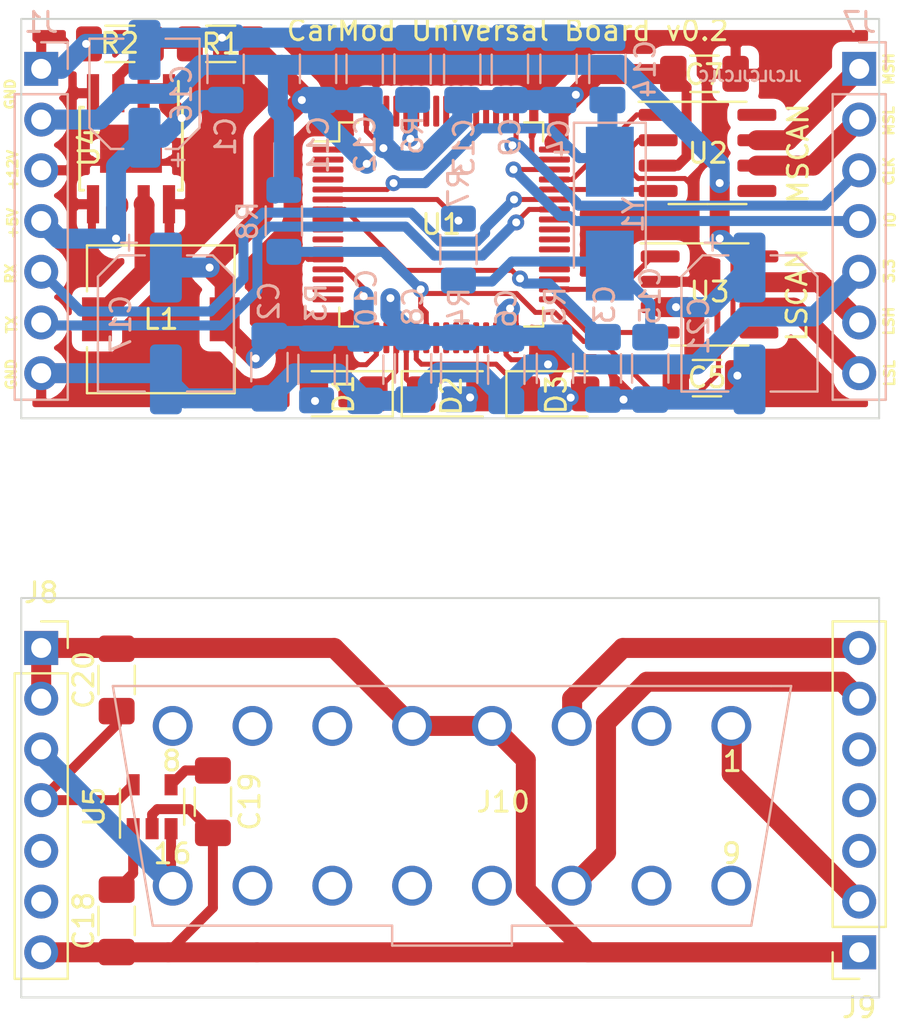
<source format=kicad_pcb>
(kicad_pcb (version 20171130) (host pcbnew "(5.1.9-0-10_14)")

  (general
    (thickness 1.6)
    (drawings 26)
    (tracks 399)
    (zones 0)
    (modules 44)
    (nets 38)
  )

  (page A4)
  (layers
    (0 F.Cu signal)
    (31 B.Cu signal)
    (32 B.Adhes user hide)
    (33 F.Adhes user hide)
    (34 B.Paste user hide)
    (35 F.Paste user hide)
    (36 B.SilkS user)
    (37 F.SilkS user)
    (38 B.Mask user)
    (39 F.Mask user)
    (40 Dwgs.User user hide)
    (41 Cmts.User user hide)
    (42 Eco1.User user hide)
    (43 Eco2.User user hide)
    (44 Edge.Cuts user)
    (45 Margin user hide)
    (46 B.CrtYd user hide)
    (47 F.CrtYd user hide)
    (48 B.Fab user hide)
    (49 F.Fab user hide)
  )

  (setup
    (last_trace_width 0.5)
    (user_trace_width 0.5)
    (user_trace_width 1)
    (trace_clearance 0.2)
    (zone_clearance 0.508)
    (zone_45_only no)
    (trace_min 0.2)
    (via_size 0.8)
    (via_drill 0.4)
    (via_min_size 0.4)
    (via_min_drill 0.3)
    (uvia_size 0.3)
    (uvia_drill 0.1)
    (uvias_allowed no)
    (uvia_min_size 0.2)
    (uvia_min_drill 0.1)
    (edge_width 0.05)
    (segment_width 0.2)
    (pcb_text_width 0.3)
    (pcb_text_size 1.5 1.5)
    (mod_edge_width 0.12)
    (mod_text_size 1 1)
    (mod_text_width 0.15)
    (pad_size 1.524 1.524)
    (pad_drill 0.762)
    (pad_to_mask_clearance 0)
    (aux_axis_origin 0 0)
    (grid_origin 12 12)
    (visible_elements FFFFFF7F)
    (pcbplotparams
      (layerselection 0x010fc_ffffffff)
      (usegerberextensions false)
      (usegerberattributes true)
      (usegerberadvancedattributes true)
      (creategerberjobfile true)
      (excludeedgelayer true)
      (linewidth 0.100000)
      (plotframeref false)
      (viasonmask false)
      (mode 1)
      (useauxorigin false)
      (hpglpennumber 1)
      (hpglpenspeed 20)
      (hpglpendiameter 15.000000)
      (psnegative false)
      (psa4output false)
      (plotreference true)
      (plotvalue true)
      (plotinvisibletext false)
      (padsonsilk false)
      (subtractmaskfromsilk false)
      (outputformat 1)
      (mirror false)
      (drillshape 0)
      (scaleselection 1)
      (outputdirectory "out"))
  )

  (net 0 "")
  (net 1 GNDREF)
  (net 2 +12V)
  (net 3 "Net-(L1-Pad1)")
  (net 4 MSCAN_TX)
  (net 5 MSCAN_RX)
  (net 6 LSCAN_TX)
  (net 7 LSCAN_RX)
  (net 8 LED_LOWT)
  (net 9 LED_ACC)
  (net 10 LED_BOOT)
  (net 11 "Net-(D1-Pad2)")
  (net 12 "Net-(D2-Pad2)")
  (net 13 "Net-(D3-Pad2)")
  (net 14 VDD)
  (net 15 RESET)
  (net 16 SWDIO)
  (net 17 SWCLK)
  (net 18 UART_TX)
  (net 19 UART_RX)
  (net 20 MSCANH)
  (net 21 MSCANL)
  (net 22 LSCANH)
  (net 23 LSCANL)
  (net 24 BOOT0)
  (net 25 "Net-(C15-Pad1)")
  (net 26 OSC_OUT)
  (net 27 OSC_IN)
  (net 28 CAN_GND)
  (net 29 CAN_12v)
  (net 30 CAN_MSH)
  (net 31 CAN_MSL)
  (net 32 CAN_LSH)
  (net 33 /FB)
  (net 34 +5V)
  (net 35 "Net-(C19-Pad1)")
  (net 36 LS_CONTROL)
  (net 37 CAN_5v)

  (net_class Default "This is the default net class."
    (clearance 0.2)
    (trace_width 0.25)
    (via_dia 0.8)
    (via_drill 0.4)
    (uvia_dia 0.3)
    (uvia_drill 0.1)
    (add_net +12V)
    (add_net +5V)
    (add_net /FB)
    (add_net BOOT0)
    (add_net CAN_12v)
    (add_net CAN_5v)
    (add_net CAN_GND)
    (add_net CAN_LSH)
    (add_net CAN_MSH)
    (add_net CAN_MSL)
    (add_net GNDREF)
    (add_net LED_ACC)
    (add_net LED_BOOT)
    (add_net LED_LOWT)
    (add_net LSCANH)
    (add_net LSCANL)
    (add_net LSCAN_RX)
    (add_net LSCAN_TX)
    (add_net LS_CONTROL)
    (add_net MSCANH)
    (add_net MSCANL)
    (add_net MSCAN_RX)
    (add_net MSCAN_TX)
    (add_net "Net-(C15-Pad1)")
    (add_net "Net-(C19-Pad1)")
    (add_net "Net-(D1-Pad2)")
    (add_net "Net-(D2-Pad2)")
    (add_net "Net-(D3-Pad2)")
    (add_net "Net-(L1-Pad1)")
    (add_net OSC_IN)
    (add_net OSC_OUT)
    (add_net RESET)
    (add_net SWCLK)
    (add_net SWDIO)
    (add_net UART_RX)
    (add_net UART_TX)
    (add_net VDD)
  )

  (module Package_TO_SOT_SMD:SOT-23-5 (layer F.Cu) (tedit 5A02FF57) (tstamp 6044E7C4)
    (at 19.558 52.451 90)
    (descr "5-pin SOT23 package")
    (tags SOT-23-5)
    (path /60459EEC)
    (attr smd)
    (fp_text reference U5 (at 0 -2.9 90) (layer F.SilkS)
      (effects (font (size 1 1) (thickness 0.15)))
    )
    (fp_text value LP2985-5.0 (at 0 2.9 90) (layer F.Fab)
      (effects (font (size 1 1) (thickness 0.15)))
    )
    (fp_line (start 0.9 -1.55) (end 0.9 1.55) (layer F.Fab) (width 0.1))
    (fp_line (start 0.9 1.55) (end -0.9 1.55) (layer F.Fab) (width 0.1))
    (fp_line (start -0.9 -0.9) (end -0.9 1.55) (layer F.Fab) (width 0.1))
    (fp_line (start 0.9 -1.55) (end -0.25 -1.55) (layer F.Fab) (width 0.1))
    (fp_line (start -0.9 -0.9) (end -0.25 -1.55) (layer F.Fab) (width 0.1))
    (fp_line (start -1.9 1.8) (end -1.9 -1.8) (layer F.CrtYd) (width 0.05))
    (fp_line (start 1.9 1.8) (end -1.9 1.8) (layer F.CrtYd) (width 0.05))
    (fp_line (start 1.9 -1.8) (end 1.9 1.8) (layer F.CrtYd) (width 0.05))
    (fp_line (start -1.9 -1.8) (end 1.9 -1.8) (layer F.CrtYd) (width 0.05))
    (fp_line (start 0.9 -1.61) (end -1.55 -1.61) (layer F.SilkS) (width 0.12))
    (fp_line (start -0.9 1.61) (end 0.9 1.61) (layer F.SilkS) (width 0.12))
    (fp_text user %R (at 0 0) (layer F.Fab)
      (effects (font (size 0.5 0.5) (thickness 0.075)))
    )
    (pad 5 smd rect (at 1.1 -0.95 90) (size 1.06 0.65) (layers F.Cu F.Paste F.Mask)
      (net 37 CAN_5v))
    (pad 4 smd rect (at 1.1 0.95 90) (size 1.06 0.65) (layers F.Cu F.Paste F.Mask)
      (net 35 "Net-(C19-Pad1)"))
    (pad 3 smd rect (at -1.1 0.95 90) (size 1.06 0.65) (layers F.Cu F.Paste F.Mask)
      (net 29 CAN_12v))
    (pad 2 smd rect (at -1.1 0 90) (size 1.06 0.65) (layers F.Cu F.Paste F.Mask)
      (net 28 CAN_GND))
    (pad 1 smd rect (at -1.1 -0.95 90) (size 1.06 0.65) (layers F.Cu F.Paste F.Mask)
      (net 29 CAN_12v))
    (model ${KISYS3DMOD}/Package_TO_SOT_SMD.3dshapes/SOT-23-5.wrl
      (at (xyz 0 0 0))
      (scale (xyz 1 1 1))
      (rotate (xyz 0 0 0))
    )
  )

  (module Package_SO:SOIC-8_3.9x4.9mm_P1.27mm (layer F.Cu) (tedit 5D9F72B1) (tstamp 6043E78E)
    (at 47.498 26.797)
    (descr "SOIC, 8 Pin (JEDEC MS-012AA, https://www.analog.com/media/en/package-pcb-resources/package/pkg_pdf/soic_narrow-r/r_8.pdf), generated with kicad-footprint-generator ipc_gullwing_generator.py")
    (tags "SOIC SO")
    (path /60448255)
    (attr smd)
    (fp_text reference U3 (at 0 -0.127) (layer F.SilkS)
      (effects (font (size 1 1) (thickness 0.15)))
    )
    (fp_text value MCP2551-I-SN (at 0 3.4) (layer F.Fab)
      (effects (font (size 1 1) (thickness 0.15)))
    )
    (fp_line (start 3.7 -2.7) (end -3.7 -2.7) (layer F.CrtYd) (width 0.05))
    (fp_line (start 3.7 2.7) (end 3.7 -2.7) (layer F.CrtYd) (width 0.05))
    (fp_line (start -3.7 2.7) (end 3.7 2.7) (layer F.CrtYd) (width 0.05))
    (fp_line (start -3.7 -2.7) (end -3.7 2.7) (layer F.CrtYd) (width 0.05))
    (fp_line (start -1.95 -1.475) (end -0.975 -2.45) (layer F.Fab) (width 0.1))
    (fp_line (start -1.95 2.45) (end -1.95 -1.475) (layer F.Fab) (width 0.1))
    (fp_line (start 1.95 2.45) (end -1.95 2.45) (layer F.Fab) (width 0.1))
    (fp_line (start 1.95 -2.45) (end 1.95 2.45) (layer F.Fab) (width 0.1))
    (fp_line (start -0.975 -2.45) (end 1.95 -2.45) (layer F.Fab) (width 0.1))
    (fp_line (start 0 -2.56) (end -3.45 -2.56) (layer F.SilkS) (width 0.12))
    (fp_line (start 0 -2.56) (end 1.95 -2.56) (layer F.SilkS) (width 0.12))
    (fp_line (start 0 2.56) (end -1.95 2.56) (layer F.SilkS) (width 0.12))
    (fp_line (start 0 2.56) (end 1.95 2.56) (layer F.SilkS) (width 0.12))
    (fp_text user %R (at 0 0) (layer F.Fab)
      (effects (font (size 0.98 0.98) (thickness 0.15)))
    )
    (pad 8 smd roundrect (at 2.475 -1.905) (size 1.95 0.6) (layers F.Cu F.Paste F.Mask) (roundrect_rratio 0.25)
      (net 36 LS_CONTROL))
    (pad 7 smd roundrect (at 2.475 -0.635) (size 1.95 0.6) (layers F.Cu F.Paste F.Mask) (roundrect_rratio 0.25)
      (net 22 LSCANH))
    (pad 6 smd roundrect (at 2.475 0.635) (size 1.95 0.6) (layers F.Cu F.Paste F.Mask) (roundrect_rratio 0.25)
      (net 23 LSCANL))
    (pad 5 smd roundrect (at 2.475 1.905) (size 1.95 0.6) (layers F.Cu F.Paste F.Mask) (roundrect_rratio 0.25))
    (pad 4 smd roundrect (at -2.475 1.905) (size 1.95 0.6) (layers F.Cu F.Paste F.Mask) (roundrect_rratio 0.25)
      (net 7 LSCAN_RX))
    (pad 3 smd roundrect (at -2.475 0.635) (size 1.95 0.6) (layers F.Cu F.Paste F.Mask) (roundrect_rratio 0.25)
      (net 34 +5V))
    (pad 2 smd roundrect (at -2.475 -0.635) (size 1.95 0.6) (layers F.Cu F.Paste F.Mask) (roundrect_rratio 0.25)
      (net 1 GNDREF))
    (pad 1 smd roundrect (at -2.475 -1.905) (size 1.95 0.6) (layers F.Cu F.Paste F.Mask) (roundrect_rratio 0.25)
      (net 6 LSCAN_TX))
    (model ${KISYS3DMOD}/Package_SO.3dshapes/SOIC-8_3.9x4.9mm_P1.27mm.wrl
      (at (xyz 0 0 0))
      (scale (xyz 1 1 1))
      (rotate (xyz 0 0 0))
    )
  )

  (module Resistor_SMD:R_1206_3216Metric_Pad1.30x1.75mm_HandSolder (layer B.Cu) (tedit 5F68FEEE) (tstamp 60447307)
    (at 26.162 23.114 270)
    (descr "Resistor SMD 1206 (3216 Metric), square (rectangular) end terminal, IPC_7351 nominal with elongated pad for handsoldering. (Body size source: IPC-SM-782 page 72, https://www.pcb-3d.com/wordpress/wp-content/uploads/ipc-sm-782a_amendment_1_and_2.pdf), generated with kicad-footprint-generator")
    (tags "resistor handsolder")
    (path /60471B87)
    (attr smd)
    (fp_text reference R8 (at 0 1.82 270) (layer B.SilkS)
      (effects (font (size 1 1) (thickness 0.15)) (justify mirror))
    )
    (fp_text value 15 (at 0 -1.82 270) (layer B.Fab)
      (effects (font (size 1 1) (thickness 0.15)) (justify mirror))
    )
    (fp_line (start 2.45 -1.12) (end -2.45 -1.12) (layer B.CrtYd) (width 0.05))
    (fp_line (start 2.45 1.12) (end 2.45 -1.12) (layer B.CrtYd) (width 0.05))
    (fp_line (start -2.45 1.12) (end 2.45 1.12) (layer B.CrtYd) (width 0.05))
    (fp_line (start -2.45 -1.12) (end -2.45 1.12) (layer B.CrtYd) (width 0.05))
    (fp_line (start -0.727064 -0.91) (end 0.727064 -0.91) (layer B.SilkS) (width 0.12))
    (fp_line (start -0.727064 0.91) (end 0.727064 0.91) (layer B.SilkS) (width 0.12))
    (fp_line (start 1.6 -0.8) (end -1.6 -0.8) (layer B.Fab) (width 0.1))
    (fp_line (start 1.6 0.8) (end 1.6 -0.8) (layer B.Fab) (width 0.1))
    (fp_line (start -1.6 0.8) (end 1.6 0.8) (layer B.Fab) (width 0.1))
    (fp_line (start -1.6 -0.8) (end -1.6 0.8) (layer B.Fab) (width 0.1))
    (fp_text user %R (at 0 0 270) (layer B.Fab)
      (effects (font (size 0.8 0.8) (thickness 0.12)) (justify mirror))
    )
    (pad 2 smd roundrect (at 1.55 0 270) (size 1.3 1.75) (layers B.Cu B.Paste B.Mask) (roundrect_rratio 0.192308)
      (net 36 LS_CONTROL))
    (pad 1 smd roundrect (at -1.55 0 270) (size 1.3 1.75) (layers B.Cu B.Paste B.Mask) (roundrect_rratio 0.192308)
      (net 34 +5V))
    (model ${KISYS3DMOD}/Resistor_SMD.3dshapes/R_1206_3216Metric.wrl
      (at (xyz 0 0 0))
      (scale (xyz 1 1 1))
      (rotate (xyz 0 0 0))
    )
  )

  (module Capacitor_SMD:CP_Elec_6.3x5.4 (layer B.Cu) (tedit 5BCA39D0) (tstamp 6043E3A9)
    (at 49.5 28.25 270)
    (descr "SMD capacitor, aluminum electrolytic, Panasonic C55, 6.3x5.4mm")
    (tags "capacitor electrolytic")
    (path /604E352E)
    (attr smd)
    (fp_text reference C21 (at 0.127 2.54 90) (layer B.SilkS)
      (effects (font (size 1 1) (thickness 0.15)) (justify mirror))
    )
    (fp_text value "100uF 6.3V" (at 0 -4.35 90) (layer B.Fab)
      (effects (font (size 1 1) (thickness 0.15)) (justify mirror))
    )
    (fp_line (start -4.8 -1.05) (end -3.55 -1.05) (layer B.CrtYd) (width 0.05))
    (fp_line (start -4.8 1.05) (end -4.8 -1.05) (layer B.CrtYd) (width 0.05))
    (fp_line (start -3.55 1.05) (end -4.8 1.05) (layer B.CrtYd) (width 0.05))
    (fp_line (start -3.55 -1.05) (end -3.55 -2.4) (layer B.CrtYd) (width 0.05))
    (fp_line (start -3.55 2.4) (end -3.55 1.05) (layer B.CrtYd) (width 0.05))
    (fp_line (start -3.55 2.4) (end -2.4 3.55) (layer B.CrtYd) (width 0.05))
    (fp_line (start -3.55 -2.4) (end -2.4 -3.55) (layer B.CrtYd) (width 0.05))
    (fp_line (start -2.4 3.55) (end 3.55 3.55) (layer B.CrtYd) (width 0.05))
    (fp_line (start -2.4 -3.55) (end 3.55 -3.55) (layer B.CrtYd) (width 0.05))
    (fp_line (start 3.55 -1.05) (end 3.55 -3.55) (layer B.CrtYd) (width 0.05))
    (fp_line (start 4.8 -1.05) (end 3.55 -1.05) (layer B.CrtYd) (width 0.05))
    (fp_line (start 4.8 1.05) (end 4.8 -1.05) (layer B.CrtYd) (width 0.05))
    (fp_line (start 3.55 1.05) (end 4.8 1.05) (layer B.CrtYd) (width 0.05))
    (fp_line (start 3.55 3.55) (end 3.55 1.05) (layer B.CrtYd) (width 0.05))
    (fp_line (start -4.04375 2.24125) (end -4.04375 1.45375) (layer B.SilkS) (width 0.12))
    (fp_line (start -4.4375 1.8475) (end -3.65 1.8475) (layer B.SilkS) (width 0.12))
    (fp_line (start -3.41 -2.345563) (end -2.345563 -3.41) (layer B.SilkS) (width 0.12))
    (fp_line (start -3.41 2.345563) (end -2.345563 3.41) (layer B.SilkS) (width 0.12))
    (fp_line (start -3.41 2.345563) (end -3.41 1.06) (layer B.SilkS) (width 0.12))
    (fp_line (start -3.41 -2.345563) (end -3.41 -1.06) (layer B.SilkS) (width 0.12))
    (fp_line (start -2.345563 -3.41) (end 3.41 -3.41) (layer B.SilkS) (width 0.12))
    (fp_line (start -2.345563 3.41) (end 3.41 3.41) (layer B.SilkS) (width 0.12))
    (fp_line (start 3.41 3.41) (end 3.41 1.06) (layer B.SilkS) (width 0.12))
    (fp_line (start 3.41 -3.41) (end 3.41 -1.06) (layer B.SilkS) (width 0.12))
    (fp_line (start -2.389838 1.645) (end -2.389838 1.015) (layer B.Fab) (width 0.1))
    (fp_line (start -2.704838 1.33) (end -2.074838 1.33) (layer B.Fab) (width 0.1))
    (fp_line (start -3.3 -2.3) (end -2.3 -3.3) (layer B.Fab) (width 0.1))
    (fp_line (start -3.3 2.3) (end -2.3 3.3) (layer B.Fab) (width 0.1))
    (fp_line (start -3.3 2.3) (end -3.3 -2.3) (layer B.Fab) (width 0.1))
    (fp_line (start -2.3 -3.3) (end 3.3 -3.3) (layer B.Fab) (width 0.1))
    (fp_line (start -2.3 3.3) (end 3.3 3.3) (layer B.Fab) (width 0.1))
    (fp_line (start 3.3 3.3) (end 3.3 -3.3) (layer B.Fab) (width 0.1))
    (fp_circle (center 0 0) (end 3.15 0) (layer B.Fab) (width 0.1))
    (fp_text user %R (at 0 0 90) (layer B.Fab)
      (effects (font (size 1 1) (thickness 0.15)) (justify mirror))
    )
    (pad 2 smd roundrect (at 2.8 0 270) (size 3.5 1.6) (layers B.Cu B.Paste B.Mask) (roundrect_rratio 0.15625)
      (net 1 GNDREF))
    (pad 1 smd roundrect (at -2.8 0 270) (size 3.5 1.6) (layers B.Cu B.Paste B.Mask) (roundrect_rratio 0.15625)
      (net 34 +5V))
    (model ${KISYS3DMOD}/Capacitor_SMD.3dshapes/CP_Elec_6.3x5.4.wrl
      (at (xyz 0 0 0))
      (scale (xyz 1 1 1))
      (rotate (xyz 0 0 0))
    )
  )

  (module Capacitor_SMD:C_1206_3216Metric_Pad1.33x1.80mm_HandSolder (layer F.Cu) (tedit 5F68FEEF) (tstamp 6043E381)
    (at 17.78 46.101 90)
    (descr "Capacitor SMD 1206 (3216 Metric), square (rectangular) end terminal, IPC_7351 nominal with elongated pad for handsoldering. (Body size source: IPC-SM-782 page 76, https://www.pcb-3d.com/wordpress/wp-content/uploads/ipc-sm-782a_amendment_1_and_2.pdf), generated with kicad-footprint-generator")
    (tags "capacitor handsolder")
    (path /60464987)
    (attr smd)
    (fp_text reference C20 (at 0 -1.651 90) (layer F.SilkS)
      (effects (font (size 1 1) (thickness 0.15)))
    )
    (fp_text value 2.2uF (at 0 1.85 90) (layer F.Fab)
      (effects (font (size 1 1) (thickness 0.15)))
    )
    (fp_line (start 2.48 1.15) (end -2.48 1.15) (layer F.CrtYd) (width 0.05))
    (fp_line (start 2.48 -1.15) (end 2.48 1.15) (layer F.CrtYd) (width 0.05))
    (fp_line (start -2.48 -1.15) (end 2.48 -1.15) (layer F.CrtYd) (width 0.05))
    (fp_line (start -2.48 1.15) (end -2.48 -1.15) (layer F.CrtYd) (width 0.05))
    (fp_line (start -0.711252 0.91) (end 0.711252 0.91) (layer F.SilkS) (width 0.12))
    (fp_line (start -0.711252 -0.91) (end 0.711252 -0.91) (layer F.SilkS) (width 0.12))
    (fp_line (start 1.6 0.8) (end -1.6 0.8) (layer F.Fab) (width 0.1))
    (fp_line (start 1.6 -0.8) (end 1.6 0.8) (layer F.Fab) (width 0.1))
    (fp_line (start -1.6 -0.8) (end 1.6 -0.8) (layer F.Fab) (width 0.1))
    (fp_line (start -1.6 0.8) (end -1.6 -0.8) (layer F.Fab) (width 0.1))
    (fp_text user %R (at 0 0 90) (layer F.Fab)
      (effects (font (size 0.8 0.8) (thickness 0.12)))
    )
    (pad 2 smd roundrect (at 1.5625 0 90) (size 1.325 1.8) (layers F.Cu F.Paste F.Mask) (roundrect_rratio 0.188679)
      (net 28 CAN_GND))
    (pad 1 smd roundrect (at -1.5625 0 90) (size 1.325 1.8) (layers F.Cu F.Paste F.Mask) (roundrect_rratio 0.188679)
      (net 37 CAN_5v))
    (model ${KISYS3DMOD}/Capacitor_SMD.3dshapes/C_1206_3216Metric.wrl
      (at (xyz 0 0 0))
      (scale (xyz 1 1 1))
      (rotate (xyz 0 0 0))
    )
  )

  (module Capacitor_SMD:C_1206_3216Metric_Pad1.33x1.80mm_HandSolder (layer F.Cu) (tedit 5F68FEEF) (tstamp 6044E73F)
    (at 22.606 52.197 270)
    (descr "Capacitor SMD 1206 (3216 Metric), square (rectangular) end terminal, IPC_7351 nominal with elongated pad for handsoldering. (Body size source: IPC-SM-782 page 76, https://www.pcb-3d.com/wordpress/wp-content/uploads/ipc-sm-782a_amendment_1_and_2.pdf), generated with kicad-footprint-generator")
    (tags "capacitor handsolder")
    (path /60495444)
    (attr smd)
    (fp_text reference C19 (at 0 -1.85 90) (layer F.SilkS)
      (effects (font (size 1 1) (thickness 0.15)))
    )
    (fp_text value 10nF (at 0 1.85 90) (layer F.Fab)
      (effects (font (size 1 1) (thickness 0.15)))
    )
    (fp_line (start 2.48 1.15) (end -2.48 1.15) (layer F.CrtYd) (width 0.05))
    (fp_line (start 2.48 -1.15) (end 2.48 1.15) (layer F.CrtYd) (width 0.05))
    (fp_line (start -2.48 -1.15) (end 2.48 -1.15) (layer F.CrtYd) (width 0.05))
    (fp_line (start -2.48 1.15) (end -2.48 -1.15) (layer F.CrtYd) (width 0.05))
    (fp_line (start -0.711252 0.91) (end 0.711252 0.91) (layer F.SilkS) (width 0.12))
    (fp_line (start -0.711252 -0.91) (end 0.711252 -0.91) (layer F.SilkS) (width 0.12))
    (fp_line (start 1.6 0.8) (end -1.6 0.8) (layer F.Fab) (width 0.1))
    (fp_line (start 1.6 -0.8) (end 1.6 0.8) (layer F.Fab) (width 0.1))
    (fp_line (start -1.6 -0.8) (end 1.6 -0.8) (layer F.Fab) (width 0.1))
    (fp_line (start -1.6 0.8) (end -1.6 -0.8) (layer F.Fab) (width 0.1))
    (fp_text user %R (at 0 0 90) (layer F.Fab)
      (effects (font (size 0.8 0.8) (thickness 0.12)))
    )
    (pad 2 smd roundrect (at 1.5625 0 270) (size 1.325 1.8) (layers F.Cu F.Paste F.Mask) (roundrect_rratio 0.188679)
      (net 28 CAN_GND))
    (pad 1 smd roundrect (at -1.5625 0 270) (size 1.325 1.8) (layers F.Cu F.Paste F.Mask) (roundrect_rratio 0.188679)
      (net 35 "Net-(C19-Pad1)"))
    (model ${KISYS3DMOD}/Capacitor_SMD.3dshapes/C_1206_3216Metric.wrl
      (at (xyz 0 0 0))
      (scale (xyz 1 1 1))
      (rotate (xyz 0 0 0))
    )
  )

  (module Capacitor_SMD:C_1206_3216Metric_Pad1.33x1.80mm_HandSolder (layer F.Cu) (tedit 5F68FEEF) (tstamp 6043E35F)
    (at 17.78 58.166 270)
    (descr "Capacitor SMD 1206 (3216 Metric), square (rectangular) end terminal, IPC_7351 nominal with elongated pad for handsoldering. (Body size source: IPC-SM-782 page 76, https://www.pcb-3d.com/wordpress/wp-content/uploads/ipc-sm-782a_amendment_1_and_2.pdf), generated with kicad-footprint-generator")
    (tags "capacitor handsolder")
    (path /6046C633)
    (attr smd)
    (fp_text reference C18 (at 0 1.651 90) (layer F.SilkS)
      (effects (font (size 1 1) (thickness 0.15)))
    )
    (fp_text value 1uF (at 0 1.85 90) (layer F.Fab)
      (effects (font (size 1 1) (thickness 0.15)))
    )
    (fp_line (start 2.48 1.15) (end -2.48 1.15) (layer F.CrtYd) (width 0.05))
    (fp_line (start 2.48 -1.15) (end 2.48 1.15) (layer F.CrtYd) (width 0.05))
    (fp_line (start -2.48 -1.15) (end 2.48 -1.15) (layer F.CrtYd) (width 0.05))
    (fp_line (start -2.48 1.15) (end -2.48 -1.15) (layer F.CrtYd) (width 0.05))
    (fp_line (start -0.711252 0.91) (end 0.711252 0.91) (layer F.SilkS) (width 0.12))
    (fp_line (start -0.711252 -0.91) (end 0.711252 -0.91) (layer F.SilkS) (width 0.12))
    (fp_line (start 1.6 0.8) (end -1.6 0.8) (layer F.Fab) (width 0.1))
    (fp_line (start 1.6 -0.8) (end 1.6 0.8) (layer F.Fab) (width 0.1))
    (fp_line (start -1.6 -0.8) (end 1.6 -0.8) (layer F.Fab) (width 0.1))
    (fp_line (start -1.6 0.8) (end -1.6 -0.8) (layer F.Fab) (width 0.1))
    (fp_text user %R (at 0 0 90) (layer F.Fab)
      (effects (font (size 0.8 0.8) (thickness 0.12)))
    )
    (pad 2 smd roundrect (at 1.5625 0 270) (size 1.325 1.8) (layers F.Cu F.Paste F.Mask) (roundrect_rratio 0.188679)
      (net 28 CAN_GND))
    (pad 1 smd roundrect (at -1.5625 0 270) (size 1.325 1.8) (layers F.Cu F.Paste F.Mask) (roundrect_rratio 0.188679)
      (net 29 CAN_12v))
    (model ${KISYS3DMOD}/Capacitor_SMD.3dshapes/C_1206_3216Metric.wrl
      (at (xyz 0 0 0))
      (scale (xyz 1 1 1))
      (rotate (xyz 0 0 0))
    )
  )

  (module Inductor_SMD:L_7.3x7.3_H3.5 (layer F.Cu) (tedit 5990349C) (tstamp 60299825)
    (at 19.99488 28.0416)
    (descr "Choke, SMD, 7.3x7.3mm 3.5mm height")
    (tags "Choke SMD")
    (path /5FFEA909)
    (attr smd)
    (fp_text reference L1 (at 0.00762 0) (layer F.SilkS)
      (effects (font (size 1 1) (thickness 0.15)))
    )
    (fp_text value CDRH6D38NP-3R3NC (at 0 4.45) (layer F.Fab)
      (effects (font (size 1 1) (thickness 0.15)))
    )
    (fp_line (start -3.65 -3.65) (end 3.65 -3.65) (layer F.Fab) (width 0.1))
    (fp_line (start 3.65 3.65) (end -3.65 3.65) (layer F.Fab) (width 0.1))
    (fp_line (start -3.65 -3.65) (end -3.65 -1.4) (layer F.Fab) (width 0.1))
    (fp_line (start -3.65 3.65) (end -3.65 1.4) (layer F.Fab) (width 0.1))
    (fp_line (start 3.65 -3.65) (end 3.65 -1.4) (layer F.Fab) (width 0.1))
    (fp_line (start 3.65 3.65) (end 3.65 1.4) (layer F.Fab) (width 0.1))
    (fp_line (start 4.2 -3.9) (end -4.2 -3.9) (layer F.CrtYd) (width 0.05))
    (fp_line (start 4.2 3.9) (end 4.2 -3.9) (layer F.CrtYd) (width 0.05))
    (fp_line (start -4.2 3.9) (end 4.2 3.9) (layer F.CrtYd) (width 0.05))
    (fp_line (start -4.2 -3.9) (end -4.2 3.9) (layer F.CrtYd) (width 0.05))
    (fp_line (start 3.7 -3.7) (end 3.7 -1.4) (layer F.SilkS) (width 0.12))
    (fp_line (start -3.7 -3.7) (end 3.7 -3.7) (layer F.SilkS) (width 0.12))
    (fp_line (start -3.7 -1.4) (end -3.7 -3.7) (layer F.SilkS) (width 0.12))
    (fp_line (start -3.7 3.7) (end -3.7 1.4) (layer F.SilkS) (width 0.12))
    (fp_line (start 3.7 3.7) (end -3.7 3.7) (layer F.SilkS) (width 0.12))
    (fp_line (start 3.7 1.4) (end 3.7 3.7) (layer F.SilkS) (width 0.12))
    (fp_arc (start 0 0) (end -2.29 -2.29) (angle 90) (layer F.Fab) (width 0.1))
    (fp_arc (start 0 0) (end 2.29 2.29) (angle 90) (layer F.Fab) (width 0.1))
    (fp_text user %R (at 0 0) (layer F.Fab)
      (effects (font (size 1 1) (thickness 0.15)))
    )
    (pad 2 smd rect (at 3.2 0) (size 1.5 2.2) (layers F.Cu F.Paste F.Mask)
      (net 14 VDD))
    (pad 1 smd rect (at -3.2 0) (size 1.5 2.2) (layers F.Cu F.Paste F.Mask)
      (net 3 "Net-(L1-Pad1)"))
    (model ${KISYS3DMOD}/Inductor_SMD.3dshapes/L_7.3x7.3_H3.5.wrl
      (at (xyz 0 0 0))
      (scale (xyz 1 1 1))
      (rotate (xyz 0 0 0))
    )
  )

  (module Connector:OBD (layer F.Cu) (tedit 6019A071) (tstamp 602C19D2)
    (at 48.5902 48.40478)
    (path /600545FC)
    (fp_text reference J10 (at -11.43 3.81) (layer F.SilkS)
      (effects (font (size 1 1) (thickness 0.15)))
    )
    (fp_text value XCAN (at -2.54 3.81) (layer F.Fab)
      (effects (font (size 1 1) (thickness 0.15)))
    )
    (fp_line (start 3 -2) (end 2 -2) (layer B.SilkS) (width 0.12))
    (fp_line (start 1 10) (end 3 -2) (layer B.SilkS) (width 0.12))
    (fp_line (start -11 10) (end 1 10) (layer B.SilkS) (width 0.12))
    (fp_line (start -11 11) (end -11 10) (layer B.SilkS) (width 0.12))
    (fp_line (start -17 11) (end -11 11) (layer B.SilkS) (width 0.12))
    (fp_line (start -17 10) (end -17 11) (layer B.SilkS) (width 0.12))
    (fp_line (start -29 10) (end -17 10) (layer B.SilkS) (width 0.12))
    (fp_line (start -31 -2) (end -29 10) (layer B.SilkS) (width 0.12))
    (fp_line (start 2 -2) (end -31 -2) (layer B.SilkS) (width 0.12))
    (fp_text user 16 (at -28.01 6.4) (layer F.SilkS)
      (effects (font (size 1 1) (thickness 0.15)))
    )
    (fp_text user 9 (at 0.01 6.39) (layer F.SilkS)
      (effects (font (size 1 1) (thickness 0.15)))
    )
    (fp_text user 8 (at -28.05 1.75) (layer F.SilkS)
      (effects (font (size 1 1) (thickness 0.15)))
    )
    (fp_text user 1 (at 0.05 1.78) (layer F.SilkS)
      (effects (font (size 1 1) (thickness 0.15)))
    )
    (pad 8 thru_hole circle (at -28 0) (size 2 2) (drill 1.38) (layers *.Cu *.Mask))
    (pad 7 thru_hole circle (at -24 0) (size 2 2) (drill 1.38) (layers *.Cu *.Mask))
    (pad 6 thru_hole circle (at -20 0) (size 2 2) (drill 1.38) (layers *.Cu *.Mask))
    (pad 5 thru_hole circle (at -16 0) (size 2 2) (drill 1.38) (layers *.Cu *.Mask)
      (net 28 CAN_GND))
    (pad 4 thru_hole circle (at -12 0) (size 2 2) (drill 1.38) (layers *.Cu *.Mask)
      (net 28 CAN_GND))
    (pad 3 thru_hole circle (at -8 0) (size 2 2) (drill 1.38) (layers *.Cu *.Mask)
      (net 30 CAN_MSH))
    (pad 2 thru_hole circle (at -4 0) (size 2 2) (drill 1.38) (layers *.Cu *.Mask))
    (pad 16 thru_hole circle (at -28 8) (size 2 2) (drill 1.38) (layers *.Cu *.Mask)
      (net 29 CAN_12v))
    (pad 15 thru_hole circle (at -24 8) (size 2 2) (drill 1.38) (layers *.Cu *.Mask))
    (pad 14 thru_hole circle (at -20 8) (size 2 2) (drill 1.38) (layers *.Cu *.Mask))
    (pad 13 thru_hole circle (at -16 8) (size 2 2) (drill 1.38) (layers *.Cu *.Mask))
    (pad 12 thru_hole circle (at -12 8) (size 2 2) (drill 1.38) (layers *.Cu *.Mask))
    (pad 11 thru_hole circle (at -8 8) (size 2 2) (drill 1.38) (layers *.Cu *.Mask)
      (net 31 CAN_MSL))
    (pad 10 thru_hole circle (at -4 8) (size 2 2) (drill 1.38) (layers *.Cu *.Mask))
    (pad 9 thru_hole circle (at 0 8) (size 2 2) (drill 1.38) (layers *.Cu *.Mask))
    (pad 1 thru_hole circle (at 0 0) (size 2 2) (drill 1.38) (layers *.Cu *.Mask)
      (net 32 CAN_LSH))
  )

  (module Connector_PinSocket_2.54mm:PinSocket_1x07_P2.54mm_Vertical (layer F.Cu) (tedit 5A19A433) (tstamp 5FFF0E2C)
    (at 55 59.74 180)
    (descr "Through hole straight socket strip, 1x07, 2.54mm pitch, single row (from Kicad 4.0.7), script generated")
    (tags "Through hole socket strip THT 1x07 2.54mm single row")
    (path /6001F876)
    (fp_text reference J9 (at 0 -2.77) (layer F.SilkS)
      (effects (font (size 1 1) (thickness 0.15)))
    )
    (fp_text value XC2 (at 0 18.01) (layer F.Fab)
      (effects (font (size 1 1) (thickness 0.15)))
    )
    (fp_line (start -1.8 17) (end -1.8 -1.8) (layer F.CrtYd) (width 0.05))
    (fp_line (start 1.75 17) (end -1.8 17) (layer F.CrtYd) (width 0.05))
    (fp_line (start 1.75 -1.8) (end 1.75 17) (layer F.CrtYd) (width 0.05))
    (fp_line (start -1.8 -1.8) (end 1.75 -1.8) (layer F.CrtYd) (width 0.05))
    (fp_line (start 0 -1.33) (end 1.33 -1.33) (layer F.SilkS) (width 0.12))
    (fp_line (start 1.33 -1.33) (end 1.33 0) (layer F.SilkS) (width 0.12))
    (fp_line (start 1.33 1.27) (end 1.33 16.57) (layer F.SilkS) (width 0.12))
    (fp_line (start -1.33 16.57) (end 1.33 16.57) (layer F.SilkS) (width 0.12))
    (fp_line (start -1.33 1.27) (end -1.33 16.57) (layer F.SilkS) (width 0.12))
    (fp_line (start -1.33 1.27) (end 1.33 1.27) (layer F.SilkS) (width 0.12))
    (fp_line (start -1.27 16.51) (end -1.27 -1.27) (layer F.Fab) (width 0.1))
    (fp_line (start 1.27 16.51) (end -1.27 16.51) (layer F.Fab) (width 0.1))
    (fp_line (start 1.27 -0.635) (end 1.27 16.51) (layer F.Fab) (width 0.1))
    (fp_line (start 0.635 -1.27) (end 1.27 -0.635) (layer F.Fab) (width 0.1))
    (fp_line (start -1.27 -1.27) (end 0.635 -1.27) (layer F.Fab) (width 0.1))
    (fp_text user %R (at 0 7.62 90) (layer F.Fab)
      (effects (font (size 1 1) (thickness 0.15)))
    )
    (pad 7 thru_hole oval (at 0 15.24 180) (size 1.7 1.7) (drill 1) (layers *.Cu *.Mask)
      (net 30 CAN_MSH))
    (pad 6 thru_hole oval (at 0 12.7 180) (size 1.7 1.7) (drill 1) (layers *.Cu *.Mask)
      (net 31 CAN_MSL))
    (pad 5 thru_hole oval (at 0 10.16 180) (size 1.7 1.7) (drill 1) (layers *.Cu *.Mask))
    (pad 4 thru_hole oval (at 0 7.62 180) (size 1.7 1.7) (drill 1) (layers *.Cu *.Mask))
    (pad 3 thru_hole oval (at 0 5.08 180) (size 1.7 1.7) (drill 1) (layers *.Cu *.Mask))
    (pad 2 thru_hole oval (at 0 2.54 180) (size 1.7 1.7) (drill 1) (layers *.Cu *.Mask)
      (net 32 CAN_LSH))
    (pad 1 thru_hole rect (at 0 0 180) (size 1.7 1.7) (drill 1) (layers *.Cu *.Mask)
      (net 28 CAN_GND))
    (model ${KISYS3DMOD}/Connector_PinSocket_2.54mm.3dshapes/PinSocket_1x07_P2.54mm_Vertical.wrl
      (at (xyz 0 0 0))
      (scale (xyz 1 1 1))
      (rotate (xyz 0 0 0))
    )
  )

  (module Connector_PinSocket_2.54mm:PinSocket_1x07_P2.54mm_Vertical (layer F.Cu) (tedit 5A19A433) (tstamp 5FFF0E11)
    (at 14 44.5)
    (descr "Through hole straight socket strip, 1x07, 2.54mm pitch, single row (from Kicad 4.0.7), script generated")
    (tags "Through hole socket strip THT 1x07 2.54mm single row")
    (path /6001E28E)
    (fp_text reference J8 (at 0 -2.77) (layer F.SilkS)
      (effects (font (size 1 1) (thickness 0.15)))
    )
    (fp_text value XC1 (at 0 18.01) (layer F.Fab)
      (effects (font (size 1 1) (thickness 0.15)))
    )
    (fp_line (start -1.8 17) (end -1.8 -1.8) (layer F.CrtYd) (width 0.05))
    (fp_line (start 1.75 17) (end -1.8 17) (layer F.CrtYd) (width 0.05))
    (fp_line (start 1.75 -1.8) (end 1.75 17) (layer F.CrtYd) (width 0.05))
    (fp_line (start -1.8 -1.8) (end 1.75 -1.8) (layer F.CrtYd) (width 0.05))
    (fp_line (start 0 -1.33) (end 1.33 -1.33) (layer F.SilkS) (width 0.12))
    (fp_line (start 1.33 -1.33) (end 1.33 0) (layer F.SilkS) (width 0.12))
    (fp_line (start 1.33 1.27) (end 1.33 16.57) (layer F.SilkS) (width 0.12))
    (fp_line (start -1.33 16.57) (end 1.33 16.57) (layer F.SilkS) (width 0.12))
    (fp_line (start -1.33 1.27) (end -1.33 16.57) (layer F.SilkS) (width 0.12))
    (fp_line (start -1.33 1.27) (end 1.33 1.27) (layer F.SilkS) (width 0.12))
    (fp_line (start -1.27 16.51) (end -1.27 -1.27) (layer F.Fab) (width 0.1))
    (fp_line (start 1.27 16.51) (end -1.27 16.51) (layer F.Fab) (width 0.1))
    (fp_line (start 1.27 -0.635) (end 1.27 16.51) (layer F.Fab) (width 0.1))
    (fp_line (start 0.635 -1.27) (end 1.27 -0.635) (layer F.Fab) (width 0.1))
    (fp_line (start -1.27 -1.27) (end 0.635 -1.27) (layer F.Fab) (width 0.1))
    (fp_text user %R (at 0 7.62 90) (layer F.Fab)
      (effects (font (size 1 1) (thickness 0.15)))
    )
    (pad 7 thru_hole oval (at 0 15.24) (size 1.7 1.7) (drill 1) (layers *.Cu *.Mask)
      (net 28 CAN_GND))
    (pad 6 thru_hole oval (at 0 12.7) (size 1.7 1.7) (drill 1) (layers *.Cu *.Mask))
    (pad 5 thru_hole oval (at 0 10.16) (size 1.7 1.7) (drill 1) (layers *.Cu *.Mask))
    (pad 4 thru_hole oval (at 0 7.62) (size 1.7 1.7) (drill 1) (layers *.Cu *.Mask)
      (net 37 CAN_5v))
    (pad 3 thru_hole oval (at 0 5.08) (size 1.7 1.7) (drill 1) (layers *.Cu *.Mask)
      (net 29 CAN_12v))
    (pad 2 thru_hole oval (at 0 2.54) (size 1.7 1.7) (drill 1) (layers *.Cu *.Mask)
      (net 28 CAN_GND))
    (pad 1 thru_hole rect (at 0 0) (size 1.7 1.7) (drill 1) (layers *.Cu *.Mask)
      (net 28 CAN_GND))
    (model ${KISYS3DMOD}/Connector_PinSocket_2.54mm.3dshapes/PinSocket_1x07_P2.54mm_Vertical.wrl
      (at (xyz 0 0 0))
      (scale (xyz 1 1 1))
      (rotate (xyz 0 0 0))
    )
  )

  (module Crystal:Crystal_SMD_5032-2Pin_5.0x3.2mm_HandSoldering (layer B.Cu) (tedit 5A0FD1B2) (tstamp 600ADE1B)
    (at 42.5 22.75 270)
    (descr "SMD Crystal SERIES SMD2520/2 http://www.icbase.com/File/PDF/HKC/HKC00061008.pdf, hand-soldering, 5.0x3.2mm^2 package")
    (tags "SMD SMT crystal hand-soldering")
    (path /5FFDD438)
    (attr smd)
    (fp_text reference Y1 (at 0.0635 -1.1811 270) (layer B.SilkS)
      (effects (font (size 1 1) (thickness 0.15)) (justify mirror))
    )
    (fp_text value 8Mhz (at 0 -2.8 270) (layer B.Fab)
      (effects (font (size 1 1) (thickness 0.15)) (justify mirror))
    )
    (fp_circle (center 0 0) (end 0.093333 0) (layer B.Adhes) (width 0.186667))
    (fp_circle (center 0 0) (end 0.213333 0) (layer B.Adhes) (width 0.133333))
    (fp_circle (center 0 0) (end 0.333333 0) (layer B.Adhes) (width 0.133333))
    (fp_circle (center 0 0) (end 0.4 0) (layer B.Adhes) (width 0.1))
    (fp_line (start 4.6 1.9) (end -4.6 1.9) (layer B.CrtYd) (width 0.05))
    (fp_line (start 4.6 -1.9) (end 4.6 1.9) (layer B.CrtYd) (width 0.05))
    (fp_line (start -4.6 -1.9) (end 4.6 -1.9) (layer B.CrtYd) (width 0.05))
    (fp_line (start -4.6 1.9) (end -4.6 -1.9) (layer B.CrtYd) (width 0.05))
    (fp_line (start -4.55 -1.8) (end 2.7 -1.8) (layer B.SilkS) (width 0.12))
    (fp_line (start -4.55 1.8) (end -4.55 -1.8) (layer B.SilkS) (width 0.12))
    (fp_line (start 2.7 1.8) (end -4.55 1.8) (layer B.SilkS) (width 0.12))
    (fp_line (start -2.5 -0.6) (end -1.5 -1.6) (layer B.Fab) (width 0.1))
    (fp_line (start -2.5 1.4) (end -2.3 1.6) (layer B.Fab) (width 0.1))
    (fp_line (start -2.5 -1.4) (end -2.5 1.4) (layer B.Fab) (width 0.1))
    (fp_line (start -2.3 -1.6) (end -2.5 -1.4) (layer B.Fab) (width 0.1))
    (fp_line (start 2.3 -1.6) (end -2.3 -1.6) (layer B.Fab) (width 0.1))
    (fp_line (start 2.5 -1.4) (end 2.3 -1.6) (layer B.Fab) (width 0.1))
    (fp_line (start 2.5 1.4) (end 2.5 -1.4) (layer B.Fab) (width 0.1))
    (fp_line (start 2.3 1.6) (end 2.5 1.4) (layer B.Fab) (width 0.1))
    (fp_line (start -2.3 1.6) (end 2.3 1.6) (layer B.Fab) (width 0.1))
    (fp_text user %R (at 0 0 270) (layer B.Fab)
      (effects (font (size 1 1) (thickness 0.15)) (justify mirror))
    )
    (pad 2 smd rect (at 2.6 0 270) (size 3.5 2.4) (layers B.Cu B.Paste B.Mask)
      (net 25 "Net-(C15-Pad1)"))
    (pad 1 smd rect (at -2.6 0 270) (size 3.5 2.4) (layers B.Cu B.Paste B.Mask)
      (net 27 OSC_IN))
    (model ${KISYS3DMOD}/Crystal.3dshapes/Crystal_SMD_5032-2Pin_5.0x3.2mm_HandSoldering.wrl
      (at (xyz 0 0 0))
      (scale (xyz 1 1 1))
      (rotate (xyz 0 0 0))
    )
  )

  (module Capacitor_SMD:CP_Elec_6.3x5.4 (layer B.Cu) (tedit 5BCA39D0) (tstamp 60453187)
    (at 20.25 28.25 270)
    (descr "SMD capacitor, aluminum electrolytic, Panasonic C55, 6.3x5.4mm")
    (tags "capacitor electrolytic")
    (path /60033692)
    (attr smd)
    (fp_text reference C17 (at 0.0254 2.2606 90) (layer B.SilkS)
      (effects (font (size 1 1) (thickness 0.15)) (justify mirror))
    )
    (fp_text value "100uF 6.3V" (at 0 -4.35 90) (layer B.Fab)
      (effects (font (size 1 1) (thickness 0.15)) (justify mirror))
    )
    (fp_line (start -4.8 -1.05) (end -3.55 -1.05) (layer B.CrtYd) (width 0.05))
    (fp_line (start -4.8 1.05) (end -4.8 -1.05) (layer B.CrtYd) (width 0.05))
    (fp_line (start -3.55 1.05) (end -4.8 1.05) (layer B.CrtYd) (width 0.05))
    (fp_line (start -3.55 -1.05) (end -3.55 -2.4) (layer B.CrtYd) (width 0.05))
    (fp_line (start -3.55 2.4) (end -3.55 1.05) (layer B.CrtYd) (width 0.05))
    (fp_line (start -3.55 2.4) (end -2.4 3.55) (layer B.CrtYd) (width 0.05))
    (fp_line (start -3.55 -2.4) (end -2.4 -3.55) (layer B.CrtYd) (width 0.05))
    (fp_line (start -2.4 3.55) (end 3.55 3.55) (layer B.CrtYd) (width 0.05))
    (fp_line (start -2.4 -3.55) (end 3.55 -3.55) (layer B.CrtYd) (width 0.05))
    (fp_line (start 3.55 -1.05) (end 3.55 -3.55) (layer B.CrtYd) (width 0.05))
    (fp_line (start 4.8 -1.05) (end 3.55 -1.05) (layer B.CrtYd) (width 0.05))
    (fp_line (start 4.8 1.05) (end 4.8 -1.05) (layer B.CrtYd) (width 0.05))
    (fp_line (start 3.55 1.05) (end 4.8 1.05) (layer B.CrtYd) (width 0.05))
    (fp_line (start 3.55 3.55) (end 3.55 1.05) (layer B.CrtYd) (width 0.05))
    (fp_line (start -4.04375 2.24125) (end -4.04375 1.45375) (layer B.SilkS) (width 0.12))
    (fp_line (start -4.4375 1.8475) (end -3.65 1.8475) (layer B.SilkS) (width 0.12))
    (fp_line (start -3.41 -2.345563) (end -2.345563 -3.41) (layer B.SilkS) (width 0.12))
    (fp_line (start -3.41 2.345563) (end -2.345563 3.41) (layer B.SilkS) (width 0.12))
    (fp_line (start -3.41 2.345563) (end -3.41 1.06) (layer B.SilkS) (width 0.12))
    (fp_line (start -3.41 -2.345563) (end -3.41 -1.06) (layer B.SilkS) (width 0.12))
    (fp_line (start -2.345563 -3.41) (end 3.41 -3.41) (layer B.SilkS) (width 0.12))
    (fp_line (start -2.345563 3.41) (end 3.41 3.41) (layer B.SilkS) (width 0.12))
    (fp_line (start 3.41 3.41) (end 3.41 1.06) (layer B.SilkS) (width 0.12))
    (fp_line (start 3.41 -3.41) (end 3.41 -1.06) (layer B.SilkS) (width 0.12))
    (fp_line (start -2.389838 1.645) (end -2.389838 1.015) (layer B.Fab) (width 0.1))
    (fp_line (start -2.704838 1.33) (end -2.074838 1.33) (layer B.Fab) (width 0.1))
    (fp_line (start -3.3 -2.3) (end -2.3 -3.3) (layer B.Fab) (width 0.1))
    (fp_line (start -3.3 2.3) (end -2.3 3.3) (layer B.Fab) (width 0.1))
    (fp_line (start -3.3 2.3) (end -3.3 -2.3) (layer B.Fab) (width 0.1))
    (fp_line (start -2.3 -3.3) (end 3.3 -3.3) (layer B.Fab) (width 0.1))
    (fp_line (start -2.3 3.3) (end 3.3 3.3) (layer B.Fab) (width 0.1))
    (fp_line (start 3.3 3.3) (end 3.3 -3.3) (layer B.Fab) (width 0.1))
    (fp_circle (center 0 0) (end 3.15 0) (layer B.Fab) (width 0.1))
    (fp_text user %R (at 0 0 90) (layer B.Fab)
      (effects (font (size 1 1) (thickness 0.15)) (justify mirror))
    )
    (pad 2 smd roundrect (at 2.8 0 270) (size 3.5 1.6) (layers B.Cu B.Paste B.Mask) (roundrect_rratio 0.15625)
      (net 1 GNDREF))
    (pad 1 smd roundrect (at -2.8 0 270) (size 3.5 1.6) (layers B.Cu B.Paste B.Mask) (roundrect_rratio 0.15625)
      (net 14 VDD))
    (model ${KISYS3DMOD}/Capacitor_SMD.3dshapes/CP_Elec_6.3x5.4.wrl
      (at (xyz 0 0 0))
      (scale (xyz 1 1 1))
      (rotate (xyz 0 0 0))
    )
  )

  (module Capacitor_SMD:CP_Elec_5x5.7 (layer B.Cu) (tedit 5BCA39CF) (tstamp 602C1943)
    (at 19.177 16.75 90)
    (descr "SMD capacitor, aluminum electrolytic, United Chemi-Con, 5.0x5.7mm")
    (tags "capacitor electrolytic")
    (path /600253F1)
    (attr smd)
    (fp_text reference C16 (at 0.0127 1.8542 90) (layer B.SilkS)
      (effects (font (size 1 1) (thickness 0.15)) (justify mirror))
    )
    (fp_text value "10uF 25V" (at 0 -3.7 90) (layer B.Fab)
      (effects (font (size 1 1) (thickness 0.15)) (justify mirror))
    )
    (fp_line (start -3.95 -1.05) (end -2.9 -1.05) (layer B.CrtYd) (width 0.05))
    (fp_line (start -3.95 1.05) (end -3.95 -1.05) (layer B.CrtYd) (width 0.05))
    (fp_line (start -2.9 1.05) (end -3.95 1.05) (layer B.CrtYd) (width 0.05))
    (fp_line (start -2.9 -1.05) (end -2.9 -1.75) (layer B.CrtYd) (width 0.05))
    (fp_line (start -2.9 1.75) (end -2.9 1.05) (layer B.CrtYd) (width 0.05))
    (fp_line (start -2.9 1.75) (end -1.75 2.9) (layer B.CrtYd) (width 0.05))
    (fp_line (start -2.9 -1.75) (end -1.75 -2.9) (layer B.CrtYd) (width 0.05))
    (fp_line (start -1.75 2.9) (end 2.9 2.9) (layer B.CrtYd) (width 0.05))
    (fp_line (start -1.75 -2.9) (end 2.9 -2.9) (layer B.CrtYd) (width 0.05))
    (fp_line (start 2.9 -1.05) (end 2.9 -2.9) (layer B.CrtYd) (width 0.05))
    (fp_line (start 3.95 -1.05) (end 2.9 -1.05) (layer B.CrtYd) (width 0.05))
    (fp_line (start 3.95 1.05) (end 3.95 -1.05) (layer B.CrtYd) (width 0.05))
    (fp_line (start 2.9 1.05) (end 3.95 1.05) (layer B.CrtYd) (width 0.05))
    (fp_line (start 2.9 2.9) (end 2.9 1.05) (layer B.CrtYd) (width 0.05))
    (fp_line (start -3.3125 1.9975) (end -3.3125 1.3725) (layer B.SilkS) (width 0.12))
    (fp_line (start -3.625 1.685) (end -3 1.685) (layer B.SilkS) (width 0.12))
    (fp_line (start -2.76 -1.695563) (end -1.695563 -2.76) (layer B.SilkS) (width 0.12))
    (fp_line (start -2.76 1.695563) (end -1.695563 2.76) (layer B.SilkS) (width 0.12))
    (fp_line (start -2.76 1.695563) (end -2.76 1.06) (layer B.SilkS) (width 0.12))
    (fp_line (start -2.76 -1.695563) (end -2.76 -1.06) (layer B.SilkS) (width 0.12))
    (fp_line (start -1.695563 -2.76) (end 2.76 -2.76) (layer B.SilkS) (width 0.12))
    (fp_line (start -1.695563 2.76) (end 2.76 2.76) (layer B.SilkS) (width 0.12))
    (fp_line (start 2.76 2.76) (end 2.76 1.06) (layer B.SilkS) (width 0.12))
    (fp_line (start 2.76 -2.76) (end 2.76 -1.06) (layer B.SilkS) (width 0.12))
    (fp_line (start -1.783956 1.45) (end -1.783956 0.95) (layer B.Fab) (width 0.1))
    (fp_line (start -2.033956 1.2) (end -1.533956 1.2) (layer B.Fab) (width 0.1))
    (fp_line (start -2.65 -1.65) (end -1.65 -2.65) (layer B.Fab) (width 0.1))
    (fp_line (start -2.65 1.65) (end -1.65 2.65) (layer B.Fab) (width 0.1))
    (fp_line (start -2.65 1.65) (end -2.65 -1.65) (layer B.Fab) (width 0.1))
    (fp_line (start -1.65 -2.65) (end 2.65 -2.65) (layer B.Fab) (width 0.1))
    (fp_line (start -1.65 2.65) (end 2.65 2.65) (layer B.Fab) (width 0.1))
    (fp_line (start 2.65 2.65) (end 2.65 -2.65) (layer B.Fab) (width 0.1))
    (fp_circle (center 0 0) (end 2.5 0) (layer B.Fab) (width 0.1))
    (fp_text user %R (at 0 0 90) (layer B.Fab)
      (effects (font (size 1 1) (thickness 0.15)) (justify mirror))
    )
    (pad 2 smd roundrect (at 2.2 0 90) (size 3 1.6) (layers B.Cu B.Paste B.Mask) (roundrect_rratio 0.15625)
      (net 1 GNDREF))
    (pad 1 smd roundrect (at -2.2 0 90) (size 3 1.6) (layers B.Cu B.Paste B.Mask) (roundrect_rratio 0.15625)
      (net 2 +12V))
    (model ${KISYS3DMOD}/Capacitor_SMD.3dshapes/CP_Elec_5x5.7.wrl
      (at (xyz 0 0 0))
      (scale (xyz 1 1 1))
      (rotate (xyz 0 0 0))
    )
  )

  (module Connector_PinHeader_2.54mm:PinHeader_1x07_P2.54mm_Vertical (layer B.Cu) (tedit 59FED5CC) (tstamp 5FFF3F90)
    (at 55 15.5 180)
    (descr "Through hole straight pin header, 1x07, 2.54mm pitch, single row")
    (tags "Through hole pin header THT 1x07 2.54mm single row")
    (path /60000101)
    (fp_text reference J7 (at 0 2.33) (layer B.SilkS)
      (effects (font (size 1 1) (thickness 0.15)) (justify mirror))
    )
    (fp_text value X2 (at 0 -17.57) (layer B.Fab)
      (effects (font (size 1 1) (thickness 0.15)) (justify mirror))
    )
    (fp_line (start -0.635 1.27) (end 1.27 1.27) (layer B.Fab) (width 0.1))
    (fp_line (start 1.27 1.27) (end 1.27 -16.51) (layer B.Fab) (width 0.1))
    (fp_line (start 1.27 -16.51) (end -1.27 -16.51) (layer B.Fab) (width 0.1))
    (fp_line (start -1.27 -16.51) (end -1.27 0.635) (layer B.Fab) (width 0.1))
    (fp_line (start -1.27 0.635) (end -0.635 1.27) (layer B.Fab) (width 0.1))
    (fp_line (start -1.33 -16.57) (end 1.33 -16.57) (layer B.SilkS) (width 0.12))
    (fp_line (start -1.33 -1.27) (end -1.33 -16.57) (layer B.SilkS) (width 0.12))
    (fp_line (start 1.33 -1.27) (end 1.33 -16.57) (layer B.SilkS) (width 0.12))
    (fp_line (start -1.33 -1.27) (end 1.33 -1.27) (layer B.SilkS) (width 0.12))
    (fp_line (start -1.33 0) (end -1.33 1.33) (layer B.SilkS) (width 0.12))
    (fp_line (start -1.33 1.33) (end 0 1.33) (layer B.SilkS) (width 0.12))
    (fp_line (start -1.8 1.8) (end -1.8 -17.05) (layer B.CrtYd) (width 0.05))
    (fp_line (start -1.8 -17.05) (end 1.8 -17.05) (layer B.CrtYd) (width 0.05))
    (fp_line (start 1.8 -17.05) (end 1.8 1.8) (layer B.CrtYd) (width 0.05))
    (fp_line (start 1.8 1.8) (end -1.8 1.8) (layer B.CrtYd) (width 0.05))
    (fp_text user %R (at 0 -7.62 270) (layer B.Fab)
      (effects (font (size 1 1) (thickness 0.15)) (justify mirror))
    )
    (pad 7 thru_hole oval (at 0 -15.24 180) (size 1.7 1.7) (drill 1) (layers *.Cu *.Mask)
      (net 23 LSCANL))
    (pad 6 thru_hole oval (at 0 -12.7 180) (size 1.7 1.7) (drill 1) (layers *.Cu *.Mask)
      (net 22 LSCANH))
    (pad 5 thru_hole oval (at 0 -10.16 180) (size 1.7 1.7) (drill 1) (layers *.Cu *.Mask)
      (net 14 VDD))
    (pad 4 thru_hole oval (at 0 -7.62 180) (size 1.7 1.7) (drill 1) (layers *.Cu *.Mask)
      (net 16 SWDIO))
    (pad 3 thru_hole oval (at 0 -5.08 180) (size 1.7 1.7) (drill 1) (layers *.Cu *.Mask)
      (net 17 SWCLK))
    (pad 2 thru_hole oval (at 0 -2.54 180) (size 1.7 1.7) (drill 1) (layers *.Cu *.Mask)
      (net 21 MSCANL))
    (pad 1 thru_hole rect (at 0 0 180) (size 1.7 1.7) (drill 1) (layers *.Cu *.Mask)
      (net 20 MSCANH))
    (model ${KISYS3DMOD}/Connector_PinHeader_2.54mm.3dshapes/PinHeader_1x07_P2.54mm_Vertical.wrl
      (at (xyz 0 0 0))
      (scale (xyz 1 1 1))
      (rotate (xyz 0 0 0))
    )
  )

  (module Connector_PinHeader_2.54mm:PinHeader_1x07_P2.54mm_Vertical (layer B.Cu) (tedit 59FED5CC) (tstamp 5FFF3E9D)
    (at 14 15.5 180)
    (descr "Through hole straight pin header, 1x07, 2.54mm pitch, single row")
    (tags "Through hole pin header THT 1x07 2.54mm single row")
    (path /5FFF9E8B)
    (fp_text reference J1 (at 0 2.33) (layer B.SilkS)
      (effects (font (size 1 1) (thickness 0.15)) (justify mirror))
    )
    (fp_text value X1 (at 0 -17.57) (layer B.Fab)
      (effects (font (size 1 1) (thickness 0.15)) (justify mirror))
    )
    (fp_line (start -0.635 1.27) (end 1.27 1.27) (layer B.Fab) (width 0.1))
    (fp_line (start 1.27 1.27) (end 1.27 -16.51) (layer B.Fab) (width 0.1))
    (fp_line (start 1.27 -16.51) (end -1.27 -16.51) (layer B.Fab) (width 0.1))
    (fp_line (start -1.27 -16.51) (end -1.27 0.635) (layer B.Fab) (width 0.1))
    (fp_line (start -1.27 0.635) (end -0.635 1.27) (layer B.Fab) (width 0.1))
    (fp_line (start -1.33 -16.57) (end 1.33 -16.57) (layer B.SilkS) (width 0.12))
    (fp_line (start -1.33 -1.27) (end -1.33 -16.57) (layer B.SilkS) (width 0.12))
    (fp_line (start 1.33 -1.27) (end 1.33 -16.57) (layer B.SilkS) (width 0.12))
    (fp_line (start -1.33 -1.27) (end 1.33 -1.27) (layer B.SilkS) (width 0.12))
    (fp_line (start -1.33 0) (end -1.33 1.33) (layer B.SilkS) (width 0.12))
    (fp_line (start -1.33 1.33) (end 0 1.33) (layer B.SilkS) (width 0.12))
    (fp_line (start -1.8 1.8) (end -1.8 -17.05) (layer B.CrtYd) (width 0.05))
    (fp_line (start -1.8 -17.05) (end 1.8 -17.05) (layer B.CrtYd) (width 0.05))
    (fp_line (start 1.8 -17.05) (end 1.8 1.8) (layer B.CrtYd) (width 0.05))
    (fp_line (start 1.8 1.8) (end -1.8 1.8) (layer B.CrtYd) (width 0.05))
    (fp_text user %R (at 0 -7.62 270) (layer B.Fab)
      (effects (font (size 1 1) (thickness 0.15)) (justify mirror))
    )
    (pad 7 thru_hole oval (at 0 -15.24 180) (size 1.7 1.7) (drill 1) (layers *.Cu *.Mask)
      (net 1 GNDREF))
    (pad 6 thru_hole oval (at 0 -12.7 180) (size 1.7 1.7) (drill 1) (layers *.Cu *.Mask)
      (net 18 UART_TX))
    (pad 5 thru_hole oval (at 0 -10.16 180) (size 1.7 1.7) (drill 1) (layers *.Cu *.Mask)
      (net 19 UART_RX))
    (pad 4 thru_hole oval (at 0 -7.62 180) (size 1.7 1.7) (drill 1) (layers *.Cu *.Mask)
      (net 2 +12V))
    (pad 3 thru_hole oval (at 0 -5.08 180) (size 1.7 1.7) (drill 1) (layers *.Cu *.Mask)
      (net 1 GNDREF))
    (pad 2 thru_hole oval (at 0 -2.54 180) (size 1.7 1.7) (drill 1) (layers *.Cu *.Mask)
      (net 34 +5V))
    (pad 1 thru_hole rect (at 0 0 180) (size 1.7 1.7) (drill 1) (layers *.Cu *.Mask)
      (net 1 GNDREF))
    (model ${KISYS3DMOD}/Connector_PinHeader_2.54mm.3dshapes/PinHeader_1x07_P2.54mm_Vertical.wrl
      (at (xyz 0 0 0))
      (scale (xyz 1 1 1))
      (rotate (xyz 0 0 0))
    )
  )

  (module Resistor_SMD:R_1206_3216Metric_Pad1.30x1.75mm_HandSolder (layer B.Cu) (tedit 5F68FEEE) (tstamp 600087DB)
    (at 34.9123 24.55 270)
    (descr "Resistor SMD 1206 (3216 Metric), square (rectangular) end terminal, IPC_7351 nominal with elongated pad for handsoldering. (Body size source: IPC-SM-782 page 72, https://www.pcb-3d.com/wordpress/wp-content/uploads/ipc-sm-782a_amendment_1_and_2.pdf), generated with kicad-footprint-generator")
    (tags "resistor handsolder")
    (path /5FFDF254)
    (attr smd)
    (fp_text reference R7 (at -3.0734 0 270) (layer B.SilkS)
      (effects (font (size 1 1) (thickness 0.15)) (justify mirror))
    )
    (fp_text value 390 (at 0 -1.82 90) (layer B.Fab)
      (effects (font (size 1 1) (thickness 0.15)) (justify mirror))
    )
    (fp_line (start 2.45 -1.12) (end -2.45 -1.12) (layer B.CrtYd) (width 0.05))
    (fp_line (start 2.45 1.12) (end 2.45 -1.12) (layer B.CrtYd) (width 0.05))
    (fp_line (start -2.45 1.12) (end 2.45 1.12) (layer B.CrtYd) (width 0.05))
    (fp_line (start -2.45 -1.12) (end -2.45 1.12) (layer B.CrtYd) (width 0.05))
    (fp_line (start -0.727064 -0.91) (end 0.727064 -0.91) (layer B.SilkS) (width 0.12))
    (fp_line (start -0.727064 0.91) (end 0.727064 0.91) (layer B.SilkS) (width 0.12))
    (fp_line (start 1.6 -0.8) (end -1.6 -0.8) (layer B.Fab) (width 0.1))
    (fp_line (start 1.6 0.8) (end 1.6 -0.8) (layer B.Fab) (width 0.1))
    (fp_line (start -1.6 0.8) (end 1.6 0.8) (layer B.Fab) (width 0.1))
    (fp_line (start -1.6 -0.8) (end -1.6 0.8) (layer B.Fab) (width 0.1))
    (fp_text user %R (at 0 0 90) (layer B.Fab)
      (effects (font (size 0.8 0.8) (thickness 0.12)) (justify mirror))
    )
    (pad 2 smd roundrect (at 1.55 0 270) (size 1.3 1.75) (layers B.Cu B.Paste B.Mask) (roundrect_rratio 0.1923069230769231)
      (net 25 "Net-(C15-Pad1)"))
    (pad 1 smd roundrect (at -1.55 0 270) (size 1.3 1.75) (layers B.Cu B.Paste B.Mask) (roundrect_rratio 0.1923069230769231)
      (net 26 OSC_OUT))
    (model ${KISYS3DMOD}/Resistor_SMD.3dshapes/R_1206_3216Metric.wrl
      (at (xyz 0 0 0))
      (scale (xyz 1 1 1))
      (rotate (xyz 0 0 0))
    )
  )

  (module Capacitor_SMD:C_1206_3216Metric_Pad1.33x1.80mm_HandSolder (layer B.Cu) (tedit 5F68FEEF) (tstamp 5FFDCB53)
    (at 44.5262 30.5 270)
    (descr "Capacitor SMD 1206 (3216 Metric), square (rectangular) end terminal, IPC_7351 nominal with elongated pad for handsoldering. (Body size source: IPC-SM-782 page 76, https://www.pcb-3d.com/wordpress/wp-content/uploads/ipc-sm-782a_amendment_1_and_2.pdf), generated with kicad-footprint-generator")
    (tags "capacitor handsolder")
    (path /5FFE08AE)
    (attr smd)
    (fp_text reference C15 (at -3.6322 0 270) (layer B.SilkS)
      (effects (font (size 1 1) (thickness 0.15)) (justify mirror))
    )
    (fp_text value 15pF (at 0 -1.85 90) (layer B.Fab)
      (effects (font (size 1 1) (thickness 0.15)) (justify mirror))
    )
    (fp_line (start -1.6 -0.8) (end -1.6 0.8) (layer B.Fab) (width 0.1))
    (fp_line (start -1.6 0.8) (end 1.6 0.8) (layer B.Fab) (width 0.1))
    (fp_line (start 1.6 0.8) (end 1.6 -0.8) (layer B.Fab) (width 0.1))
    (fp_line (start 1.6 -0.8) (end -1.6 -0.8) (layer B.Fab) (width 0.1))
    (fp_line (start -0.711252 0.91) (end 0.711252 0.91) (layer B.SilkS) (width 0.12))
    (fp_line (start -0.711252 -0.91) (end 0.711252 -0.91) (layer B.SilkS) (width 0.12))
    (fp_line (start -2.48 -1.15) (end -2.48 1.15) (layer B.CrtYd) (width 0.05))
    (fp_line (start -2.48 1.15) (end 2.48 1.15) (layer B.CrtYd) (width 0.05))
    (fp_line (start 2.48 1.15) (end 2.48 -1.15) (layer B.CrtYd) (width 0.05))
    (fp_line (start 2.48 -1.15) (end -2.48 -1.15) (layer B.CrtYd) (width 0.05))
    (fp_text user %R (at 0 0 90) (layer B.Fab)
      (effects (font (size 0.8 0.8) (thickness 0.12)) (justify mirror))
    )
    (pad 2 smd roundrect (at 1.5625 0 270) (size 1.325 1.8) (layers B.Cu B.Paste B.Mask) (roundrect_rratio 0.1886777358490566)
      (net 1 GNDREF))
    (pad 1 smd roundrect (at -1.5625 0 270) (size 1.325 1.8) (layers B.Cu B.Paste B.Mask) (roundrect_rratio 0.1886777358490566)
      (net 25 "Net-(C15-Pad1)"))
    (model ${KISYS3DMOD}/Capacitor_SMD.3dshapes/C_1206_3216Metric.wrl
      (at (xyz 0 0 0))
      (scale (xyz 1 1 1))
      (rotate (xyz 0 0 0))
    )
  )

  (module Capacitor_SMD:C_1206_3216Metric_Pad1.33x1.80mm_HandSolder (layer B.Cu) (tedit 5F68FEEF) (tstamp 60007BD2)
    (at 42.3799 15.5 90)
    (descr "Capacitor SMD 1206 (3216 Metric), square (rectangular) end terminal, IPC_7351 nominal with elongated pad for handsoldering. (Body size source: IPC-SM-782 page 76, https://www.pcb-3d.com/wordpress/wp-content/uploads/ipc-sm-782a_amendment_1_and_2.pdf), generated with kicad-footprint-generator")
    (tags "capacitor handsolder")
    (path /5FFE00D6)
    (attr smd)
    (fp_text reference C14 (at 0.00254 1.89992 270) (layer B.SilkS)
      (effects (font (size 1 1) (thickness 0.15)) (justify mirror))
    )
    (fp_text value 15pF (at 0 -1.85 90) (layer B.Fab)
      (effects (font (size 1 1) (thickness 0.15)) (justify mirror))
    )
    (fp_line (start -1.6 -0.8) (end -1.6 0.8) (layer B.Fab) (width 0.1))
    (fp_line (start -1.6 0.8) (end 1.6 0.8) (layer B.Fab) (width 0.1))
    (fp_line (start 1.6 0.8) (end 1.6 -0.8) (layer B.Fab) (width 0.1))
    (fp_line (start 1.6 -0.8) (end -1.6 -0.8) (layer B.Fab) (width 0.1))
    (fp_line (start -0.711252 0.91) (end 0.711252 0.91) (layer B.SilkS) (width 0.12))
    (fp_line (start -0.711252 -0.91) (end 0.711252 -0.91) (layer B.SilkS) (width 0.12))
    (fp_line (start -2.48 -1.15) (end -2.48 1.15) (layer B.CrtYd) (width 0.05))
    (fp_line (start -2.48 1.15) (end 2.48 1.15) (layer B.CrtYd) (width 0.05))
    (fp_line (start 2.48 1.15) (end 2.48 -1.15) (layer B.CrtYd) (width 0.05))
    (fp_line (start 2.48 -1.15) (end -2.48 -1.15) (layer B.CrtYd) (width 0.05))
    (fp_text user %R (at 0 0 90) (layer B.Fab)
      (effects (font (size 0.8 0.8) (thickness 0.12)) (justify mirror))
    )
    (pad 2 smd roundrect (at 1.5625 0 90) (size 1.325 1.8) (layers B.Cu B.Paste B.Mask) (roundrect_rratio 0.1886777358490566)
      (net 1 GNDREF))
    (pad 1 smd roundrect (at -1.5625 0 90) (size 1.325 1.8) (layers B.Cu B.Paste B.Mask) (roundrect_rratio 0.1886777358490566)
      (net 27 OSC_IN))
    (model ${KISYS3DMOD}/Capacitor_SMD.3dshapes/C_1206_3216Metric.wrl
      (at (xyz 0 0 0))
      (scale (xyz 1 1 1))
      (rotate (xyz 0 0 0))
    )
  )

  (module Resistor_SMD:R_1206_3216Metric_Pad1.30x1.75mm_HandSolder (layer B.Cu) (tedit 5F68FEEE) (tstamp 6045B134)
    (at 32.6136 15.5 90)
    (descr "Resistor SMD 1206 (3216 Metric), square (rectangular) end terminal, IPC_7351 nominal with elongated pad for handsoldering. (Body size source: IPC-SM-782 page 72, https://www.pcb-3d.com/wordpress/wp-content/uploads/ipc-sm-782a_amendment_1_and_2.pdf), generated with kicad-footprint-generator")
    (tags "resistor handsolder")
    (path /600613A4)
    (attr smd)
    (fp_text reference R6 (at -3.3274 0.0127 270) (layer B.SilkS)
      (effects (font (size 1 1) (thickness 0.15)) (justify mirror))
    )
    (fp_text value 10K (at 0 -1.82 270) (layer B.Fab)
      (effects (font (size 1 1) (thickness 0.15)) (justify mirror))
    )
    (fp_line (start -1.6 -0.8) (end -1.6 0.8) (layer B.Fab) (width 0.1))
    (fp_line (start -1.6 0.8) (end 1.6 0.8) (layer B.Fab) (width 0.1))
    (fp_line (start 1.6 0.8) (end 1.6 -0.8) (layer B.Fab) (width 0.1))
    (fp_line (start 1.6 -0.8) (end -1.6 -0.8) (layer B.Fab) (width 0.1))
    (fp_line (start -0.727064 0.91) (end 0.727064 0.91) (layer B.SilkS) (width 0.12))
    (fp_line (start -0.727064 -0.91) (end 0.727064 -0.91) (layer B.SilkS) (width 0.12))
    (fp_line (start -2.45 -1.12) (end -2.45 1.12) (layer B.CrtYd) (width 0.05))
    (fp_line (start -2.45 1.12) (end 2.45 1.12) (layer B.CrtYd) (width 0.05))
    (fp_line (start 2.45 1.12) (end 2.45 -1.12) (layer B.CrtYd) (width 0.05))
    (fp_line (start 2.45 -1.12) (end -2.45 -1.12) (layer B.CrtYd) (width 0.05))
    (fp_text user %R (at 0 0 270) (layer B.Fab)
      (effects (font (size 0.8 0.8) (thickness 0.12)) (justify mirror))
    )
    (pad 2 smd roundrect (at 1.55 0 90) (size 1.3 1.75) (layers B.Cu B.Paste B.Mask) (roundrect_rratio 0.1923069230769231)
      (net 1 GNDREF))
    (pad 1 smd roundrect (at -1.55 0 90) (size 1.3 1.75) (layers B.Cu B.Paste B.Mask) (roundrect_rratio 0.1923069230769231)
      (net 24 BOOT0))
    (model ${KISYS3DMOD}/Resistor_SMD.3dshapes/R_1206_3216Metric.wrl
      (at (xyz 0 0 0))
      (scale (xyz 1 1 1))
      (rotate (xyz 0 0 0))
    )
  )

  (module Capacitor_SMD:C_1206_3216Metric_Pad1.33x1.80mm_HandSolder (layer B.Cu) (tedit 5F68FEEF) (tstamp 5FFC8777)
    (at 35.1028 15.5 90)
    (descr "Capacitor SMD 1206 (3216 Metric), square (rectangular) end terminal, IPC_7351 nominal with elongated pad for handsoldering. (Body size source: IPC-SM-782 page 76, https://www.pcb-3d.com/wordpress/wp-content/uploads/ipc-sm-782a_amendment_1_and_2.pdf), generated with kicad-footprint-generator")
    (tags "capacitor handsolder")
    (path /600E6A57)
    (attr smd)
    (fp_text reference C13 (at -3.937 0.0889 270) (layer B.SilkS)
      (effects (font (size 1 1) (thickness 0.15)) (justify mirror))
    )
    (fp_text value 10uF (at 0 -1.85 270) (layer B.Fab)
      (effects (font (size 1 1) (thickness 0.15)) (justify mirror))
    )
    (fp_line (start -1.6 -0.8) (end -1.6 0.8) (layer B.Fab) (width 0.1))
    (fp_line (start -1.6 0.8) (end 1.6 0.8) (layer B.Fab) (width 0.1))
    (fp_line (start 1.6 0.8) (end 1.6 -0.8) (layer B.Fab) (width 0.1))
    (fp_line (start 1.6 -0.8) (end -1.6 -0.8) (layer B.Fab) (width 0.1))
    (fp_line (start -0.711252 0.91) (end 0.711252 0.91) (layer B.SilkS) (width 0.12))
    (fp_line (start -0.711252 -0.91) (end 0.711252 -0.91) (layer B.SilkS) (width 0.12))
    (fp_line (start -2.48 -1.15) (end -2.48 1.15) (layer B.CrtYd) (width 0.05))
    (fp_line (start -2.48 1.15) (end 2.48 1.15) (layer B.CrtYd) (width 0.05))
    (fp_line (start 2.48 1.15) (end 2.48 -1.15) (layer B.CrtYd) (width 0.05))
    (fp_line (start 2.48 -1.15) (end -2.48 -1.15) (layer B.CrtYd) (width 0.05))
    (fp_text user %R (at 0 0 270) (layer B.Fab)
      (effects (font (size 0.8 0.8) (thickness 0.12)) (justify mirror))
    )
    (pad 2 smd roundrect (at 1.5625 0 90) (size 1.325 1.8) (layers B.Cu B.Paste B.Mask) (roundrect_rratio 0.1886769811320755)
      (net 1 GNDREF))
    (pad 1 smd roundrect (at -1.5625 0 90) (size 1.325 1.8) (layers B.Cu B.Paste B.Mask) (roundrect_rratio 0.1886769811320755)
      (net 14 VDD))
    (model ${KISYS3DMOD}/Capacitor_SMD.3dshapes/C_1206_3216Metric.wrl
      (at (xyz 0 0 0))
      (scale (xyz 1 1 1))
      (rotate (xyz 0 0 0))
    )
  )

  (module Capacitor_SMD:C_1206_3216Metric_Pad1.33x1.80mm_HandSolder (layer B.Cu) (tedit 5F68FEEF) (tstamp 6000C5ED)
    (at 30.2133 15.5 90)
    (descr "Capacitor SMD 1206 (3216 Metric), square (rectangular) end terminal, IPC_7351 nominal with elongated pad for handsoldering. (Body size source: IPC-SM-782 page 76, https://www.pcb-3d.com/wordpress/wp-content/uploads/ipc-sm-782a_amendment_1_and_2.pdf), generated with kicad-footprint-generator")
    (tags "capacitor handsolder")
    (path /600F1019)
    (attr smd)
    (fp_text reference C12 (at -3.7719 0.02032 270) (layer B.SilkS)
      (effects (font (size 1 1) (thickness 0.15)) (justify mirror))
    )
    (fp_text value 1uF (at 0 -1.85 270) (layer B.Fab)
      (effects (font (size 1 1) (thickness 0.15)) (justify mirror))
    )
    (fp_line (start -1.6 -0.8) (end -1.6 0.8) (layer B.Fab) (width 0.1))
    (fp_line (start -1.6 0.8) (end 1.6 0.8) (layer B.Fab) (width 0.1))
    (fp_line (start 1.6 0.8) (end 1.6 -0.8) (layer B.Fab) (width 0.1))
    (fp_line (start 1.6 -0.8) (end -1.6 -0.8) (layer B.Fab) (width 0.1))
    (fp_line (start -0.711252 0.91) (end 0.711252 0.91) (layer B.SilkS) (width 0.12))
    (fp_line (start -0.711252 -0.91) (end 0.711252 -0.91) (layer B.SilkS) (width 0.12))
    (fp_line (start -2.48 -1.15) (end -2.48 1.15) (layer B.CrtYd) (width 0.05))
    (fp_line (start -2.48 1.15) (end 2.48 1.15) (layer B.CrtYd) (width 0.05))
    (fp_line (start 2.48 1.15) (end 2.48 -1.15) (layer B.CrtYd) (width 0.05))
    (fp_line (start 2.48 -1.15) (end -2.48 -1.15) (layer B.CrtYd) (width 0.05))
    (fp_text user %R (at 0 0 270) (layer B.Fab)
      (effects (font (size 0.8 0.8) (thickness 0.12)) (justify mirror))
    )
    (pad 2 smd roundrect (at 1.5625 0 90) (size 1.325 1.8) (layers B.Cu B.Paste B.Mask) (roundrect_rratio 0.1886769811320755)
      (net 1 GNDREF))
    (pad 1 smd roundrect (at -1.5625 0 90) (size 1.325 1.8) (layers B.Cu B.Paste B.Mask) (roundrect_rratio 0.1886769811320755)
      (net 14 VDD))
    (model ${KISYS3DMOD}/Capacitor_SMD.3dshapes/C_1206_3216Metric.wrl
      (at (xyz 0 0 0))
      (scale (xyz 1 1 1))
      (rotate (xyz 0 0 0))
    )
  )

  (module Capacitor_SMD:C_1206_3216Metric_Pad1.33x1.80mm_HandSolder (layer B.Cu) (tedit 5F68FEEF) (tstamp 5FFC8755)
    (at 27.8765 15.5 90)
    (descr "Capacitor SMD 1206 (3216 Metric), square (rectangular) end terminal, IPC_7351 nominal with elongated pad for handsoldering. (Body size source: IPC-SM-782 page 76, https://www.pcb-3d.com/wordpress/wp-content/uploads/ipc-sm-782a_amendment_1_and_2.pdf), generated with kicad-footprint-generator")
    (tags "capacitor handsolder")
    (path /600F1013)
    (attr smd)
    (fp_text reference C11 (at -3.81 0.01778 270) (layer B.SilkS)
      (effects (font (size 1 1) (thickness 0.15)) (justify mirror))
    )
    (fp_text value 100nF (at 0 -1.85 270) (layer B.Fab)
      (effects (font (size 1 1) (thickness 0.15)) (justify mirror))
    )
    (fp_line (start -1.6 -0.8) (end -1.6 0.8) (layer B.Fab) (width 0.1))
    (fp_line (start -1.6 0.8) (end 1.6 0.8) (layer B.Fab) (width 0.1))
    (fp_line (start 1.6 0.8) (end 1.6 -0.8) (layer B.Fab) (width 0.1))
    (fp_line (start 1.6 -0.8) (end -1.6 -0.8) (layer B.Fab) (width 0.1))
    (fp_line (start -0.711252 0.91) (end 0.711252 0.91) (layer B.SilkS) (width 0.12))
    (fp_line (start -0.711252 -0.91) (end 0.711252 -0.91) (layer B.SilkS) (width 0.12))
    (fp_line (start -2.48 -1.15) (end -2.48 1.15) (layer B.CrtYd) (width 0.05))
    (fp_line (start -2.48 1.15) (end 2.48 1.15) (layer B.CrtYd) (width 0.05))
    (fp_line (start 2.48 1.15) (end 2.48 -1.15) (layer B.CrtYd) (width 0.05))
    (fp_line (start 2.48 -1.15) (end -2.48 -1.15) (layer B.CrtYd) (width 0.05))
    (fp_text user %R (at 0 0 270) (layer B.Fab)
      (effects (font (size 0.8 0.8) (thickness 0.12)) (justify mirror))
    )
    (pad 2 smd roundrect (at 1.5625 0 90) (size 1.325 1.8) (layers B.Cu B.Paste B.Mask) (roundrect_rratio 0.1886769811320755)
      (net 1 GNDREF))
    (pad 1 smd roundrect (at -1.5625 0 90) (size 1.325 1.8) (layers B.Cu B.Paste B.Mask) (roundrect_rratio 0.1886769811320755)
      (net 14 VDD))
    (model ${KISYS3DMOD}/Capacitor_SMD.3dshapes/C_1206_3216Metric.wrl
      (at (xyz 0 0 0))
      (scale (xyz 1 1 1))
      (rotate (xyz 0 0 0))
    )
  )

  (module Capacitor_SMD:C_1206_3216Metric_Pad1.33x1.80mm_HandSolder (layer B.Cu) (tedit 5F68FEEF) (tstamp 5FFC8744)
    (at 30.2387 30.5625 270)
    (descr "Capacitor SMD 1206 (3216 Metric), square (rectangular) end terminal, IPC_7351 nominal with elongated pad for handsoldering. (Body size source: IPC-SM-782 page 76, https://www.pcb-3d.com/wordpress/wp-content/uploads/ipc-sm-782a_amendment_1_and_2.pdf), generated with kicad-footprint-generator")
    (tags "capacitor handsolder")
    (path /600B41C1)
    (attr smd)
    (fp_text reference C10 (at -3.5941 -0.0635 90) (layer B.SilkS)
      (effects (font (size 1 1) (thickness 0.15)) (justify mirror))
    )
    (fp_text value 100nF (at 0 -1.85 270) (layer B.Fab)
      (effects (font (size 1 1) (thickness 0.15)) (justify mirror))
    )
    (fp_line (start -1.6 -0.8) (end -1.6 0.8) (layer B.Fab) (width 0.1))
    (fp_line (start -1.6 0.8) (end 1.6 0.8) (layer B.Fab) (width 0.1))
    (fp_line (start 1.6 0.8) (end 1.6 -0.8) (layer B.Fab) (width 0.1))
    (fp_line (start 1.6 -0.8) (end -1.6 -0.8) (layer B.Fab) (width 0.1))
    (fp_line (start -0.711252 0.91) (end 0.711252 0.91) (layer B.SilkS) (width 0.12))
    (fp_line (start -0.711252 -0.91) (end 0.711252 -0.91) (layer B.SilkS) (width 0.12))
    (fp_line (start -2.48 -1.15) (end -2.48 1.15) (layer B.CrtYd) (width 0.05))
    (fp_line (start -2.48 1.15) (end 2.48 1.15) (layer B.CrtYd) (width 0.05))
    (fp_line (start 2.48 1.15) (end 2.48 -1.15) (layer B.CrtYd) (width 0.05))
    (fp_line (start 2.48 -1.15) (end -2.48 -1.15) (layer B.CrtYd) (width 0.05))
    (fp_text user %R (at 0 0 270) (layer B.Fab)
      (effects (font (size 0.8 0.8) (thickness 0.12)) (justify mirror))
    )
    (pad 2 smd roundrect (at 1.5625 0 270) (size 1.325 1.8) (layers B.Cu B.Paste B.Mask) (roundrect_rratio 0.1886769811320755)
      (net 1 GNDREF))
    (pad 1 smd roundrect (at -1.5625 0 270) (size 1.325 1.8) (layers B.Cu B.Paste B.Mask) (roundrect_rratio 0.1886769811320755)
      (net 14 VDD))
    (model ${KISYS3DMOD}/Capacitor_SMD.3dshapes/C_1206_3216Metric.wrl
      (at (xyz 0 0 0))
      (scale (xyz 1 1 1))
      (rotate (xyz 0 0 0))
    )
  )

  (module Capacitor_SMD:C_1206_3216Metric_Pad1.33x1.80mm_HandSolder (layer B.Cu) (tedit 5F68FEEF) (tstamp 5FFC8733)
    (at 37.4904 15.5 90)
    (descr "Capacitor SMD 1206 (3216 Metric), square (rectangular) end terminal, IPC_7351 nominal with elongated pad for handsoldering. (Body size source: IPC-SM-782 page 76, https://www.pcb-3d.com/wordpress/wp-content/uploads/ipc-sm-782a_amendment_1_and_2.pdf), generated with kicad-footprint-generator")
    (tags "capacitor handsolder")
    (path /600B3E7F)
    (attr smd)
    (fp_text reference C9 (at -3.4163 0.0127 270) (layer B.SilkS)
      (effects (font (size 1 1) (thickness 0.15)) (justify mirror))
    )
    (fp_text value 100nF (at 0 -1.85 270) (layer B.Fab)
      (effects (font (size 1 1) (thickness 0.15)) (justify mirror))
    )
    (fp_line (start -1.6 -0.8) (end -1.6 0.8) (layer B.Fab) (width 0.1))
    (fp_line (start -1.6 0.8) (end 1.6 0.8) (layer B.Fab) (width 0.1))
    (fp_line (start 1.6 0.8) (end 1.6 -0.8) (layer B.Fab) (width 0.1))
    (fp_line (start 1.6 -0.8) (end -1.6 -0.8) (layer B.Fab) (width 0.1))
    (fp_line (start -0.711252 0.91) (end 0.711252 0.91) (layer B.SilkS) (width 0.12))
    (fp_line (start -0.711252 -0.91) (end 0.711252 -0.91) (layer B.SilkS) (width 0.12))
    (fp_line (start -2.48 -1.15) (end -2.48 1.15) (layer B.CrtYd) (width 0.05))
    (fp_line (start -2.48 1.15) (end 2.48 1.15) (layer B.CrtYd) (width 0.05))
    (fp_line (start 2.48 1.15) (end 2.48 -1.15) (layer B.CrtYd) (width 0.05))
    (fp_line (start 2.48 -1.15) (end -2.48 -1.15) (layer B.CrtYd) (width 0.05))
    (fp_text user %R (at 0 0 270) (layer B.Fab)
      (effects (font (size 0.8 0.8) (thickness 0.12)) (justify mirror))
    )
    (pad 2 smd roundrect (at 1.5625 0 90) (size 1.325 1.8) (layers B.Cu B.Paste B.Mask) (roundrect_rratio 0.1886769811320755)
      (net 1 GNDREF))
    (pad 1 smd roundrect (at -1.5625 0 90) (size 1.325 1.8) (layers B.Cu B.Paste B.Mask) (roundrect_rratio 0.1886769811320755)
      (net 14 VDD))
    (model ${KISYS3DMOD}/Capacitor_SMD.3dshapes/C_1206_3216Metric.wrl
      (at (xyz 0 0 0))
      (scale (xyz 1 1 1))
      (rotate (xyz 0 0 0))
    )
  )

  (module Capacitor_SMD:C_1206_3216Metric_Pad1.33x1.80mm_HandSolder (layer B.Cu) (tedit 5F68FEEF) (tstamp 5FFC8722)
    (at 32.639 30.5 270)
    (descr "Capacitor SMD 1206 (3216 Metric), square (rectangular) end terminal, IPC_7351 nominal with elongated pad for handsoldering. (Body size source: IPC-SM-782 page 76, https://www.pcb-3d.com/wordpress/wp-content/uploads/ipc-sm-782a_amendment_1_and_2.pdf), generated with kicad-footprint-generator")
    (tags "capacitor handsolder")
    (path /600B3A40)
    (attr smd)
    (fp_text reference C8 (at -3.0992 0 90) (layer B.SilkS)
      (effects (font (size 1 1) (thickness 0.15)) (justify mirror))
    )
    (fp_text value 100nF (at 0 -1.85 270) (layer B.Fab)
      (effects (font (size 1 1) (thickness 0.15)) (justify mirror))
    )
    (fp_line (start -1.6 -0.8) (end -1.6 0.8) (layer B.Fab) (width 0.1))
    (fp_line (start -1.6 0.8) (end 1.6 0.8) (layer B.Fab) (width 0.1))
    (fp_line (start 1.6 0.8) (end 1.6 -0.8) (layer B.Fab) (width 0.1))
    (fp_line (start 1.6 -0.8) (end -1.6 -0.8) (layer B.Fab) (width 0.1))
    (fp_line (start -0.711252 0.91) (end 0.711252 0.91) (layer B.SilkS) (width 0.12))
    (fp_line (start -0.711252 -0.91) (end 0.711252 -0.91) (layer B.SilkS) (width 0.12))
    (fp_line (start -2.48 -1.15) (end -2.48 1.15) (layer B.CrtYd) (width 0.05))
    (fp_line (start -2.48 1.15) (end 2.48 1.15) (layer B.CrtYd) (width 0.05))
    (fp_line (start 2.48 1.15) (end 2.48 -1.15) (layer B.CrtYd) (width 0.05))
    (fp_line (start 2.48 -1.15) (end -2.48 -1.15) (layer B.CrtYd) (width 0.05))
    (fp_text user %R (at 0 0 270) (layer B.Fab)
      (effects (font (size 0.8 0.8) (thickness 0.12)) (justify mirror))
    )
    (pad 2 smd roundrect (at 1.5625 0 270) (size 1.325 1.8) (layers B.Cu B.Paste B.Mask) (roundrect_rratio 0.1886769811320755)
      (net 1 GNDREF))
    (pad 1 smd roundrect (at -1.5625 0 270) (size 1.325 1.8) (layers B.Cu B.Paste B.Mask) (roundrect_rratio 0.1886769811320755)
      (net 14 VDD))
    (model ${KISYS3DMOD}/Capacitor_SMD.3dshapes/C_1206_3216Metric.wrl
      (at (xyz 0 0 0))
      (scale (xyz 1 1 1))
      (rotate (xyz 0 0 0))
    )
  )

  (module Capacitor_SMD:C_1206_3216Metric_Pad1.33x1.80mm_HandSolder (layer F.Cu) (tedit 5F68FEEF) (tstamp 5FFC8711)
    (at 47.244 15.748)
    (descr "Capacitor SMD 1206 (3216 Metric), square (rectangular) end terminal, IPC_7351 nominal with elongated pad for handsoldering. (Body size source: IPC-SM-782 page 76, https://www.pcb-3d.com/wordpress/wp-content/uploads/ipc-sm-782a_amendment_1_and_2.pdf), generated with kicad-footprint-generator")
    (tags "capacitor handsolder")
    (path /600B2C14)
    (attr smd)
    (fp_text reference C7 (at -0.0254 0.0381) (layer F.SilkS)
      (effects (font (size 1 1) (thickness 0.15)))
    )
    (fp_text value 100nF (at 0 1.85) (layer F.Fab)
      (effects (font (size 1 1) (thickness 0.15)))
    )
    (fp_line (start -1.6 0.8) (end -1.6 -0.8) (layer F.Fab) (width 0.1))
    (fp_line (start -1.6 -0.8) (end 1.6 -0.8) (layer F.Fab) (width 0.1))
    (fp_line (start 1.6 -0.8) (end 1.6 0.8) (layer F.Fab) (width 0.1))
    (fp_line (start 1.6 0.8) (end -1.6 0.8) (layer F.Fab) (width 0.1))
    (fp_line (start -0.711252 -0.91) (end 0.711252 -0.91) (layer F.SilkS) (width 0.12))
    (fp_line (start -0.711252 0.91) (end 0.711252 0.91) (layer F.SilkS) (width 0.12))
    (fp_line (start -2.48 1.15) (end -2.48 -1.15) (layer F.CrtYd) (width 0.05))
    (fp_line (start -2.48 -1.15) (end 2.48 -1.15) (layer F.CrtYd) (width 0.05))
    (fp_line (start 2.48 -1.15) (end 2.48 1.15) (layer F.CrtYd) (width 0.05))
    (fp_line (start 2.48 1.15) (end -2.48 1.15) (layer F.CrtYd) (width 0.05))
    (fp_text user %R (at 0 0) (layer F.Fab)
      (effects (font (size 0.8 0.8) (thickness 0.12)))
    )
    (pad 2 smd roundrect (at 1.5625 0) (size 1.325 1.8) (layers F.Cu F.Paste F.Mask) (roundrect_rratio 0.1886769811320755)
      (net 1 GNDREF))
    (pad 1 smd roundrect (at -1.5625 0) (size 1.325 1.8) (layers F.Cu F.Paste F.Mask) (roundrect_rratio 0.1886769811320755)
      (net 14 VDD))
    (model ${KISYS3DMOD}/Capacitor_SMD.3dshapes/C_1206_3216Metric.wrl
      (at (xyz 0 0 0))
      (scale (xyz 1 1 1))
      (rotate (xyz 0 0 0))
    )
  )

  (module Capacitor_SMD:C_1206_3216Metric_Pad1.33x1.80mm_HandSolder (layer B.Cu) (tedit 5F68FEEF) (tstamp 5FFC8700)
    (at 37.3126 30.5625 270)
    (descr "Capacitor SMD 1206 (3216 Metric), square (rectangular) end terminal, IPC_7351 nominal with elongated pad for handsoldering. (Body size source: IPC-SM-782 page 76, https://www.pcb-3d.com/wordpress/wp-content/uploads/ipc-sm-782a_amendment_1_and_2.pdf), generated with kicad-footprint-generator")
    (tags "capacitor handsolder")
    (path /600B26FA)
    (attr smd)
    (fp_text reference C6 (at -3.0734 0 90) (layer B.SilkS)
      (effects (font (size 1 1) (thickness 0.15)) (justify mirror))
    )
    (fp_text value 100nF (at 0 -1.85 270) (layer B.Fab)
      (effects (font (size 1 1) (thickness 0.15)) (justify mirror))
    )
    (fp_line (start -1.6 -0.8) (end -1.6 0.8) (layer B.Fab) (width 0.1))
    (fp_line (start -1.6 0.8) (end 1.6 0.8) (layer B.Fab) (width 0.1))
    (fp_line (start 1.6 0.8) (end 1.6 -0.8) (layer B.Fab) (width 0.1))
    (fp_line (start 1.6 -0.8) (end -1.6 -0.8) (layer B.Fab) (width 0.1))
    (fp_line (start -0.711252 0.91) (end 0.711252 0.91) (layer B.SilkS) (width 0.12))
    (fp_line (start -0.711252 -0.91) (end 0.711252 -0.91) (layer B.SilkS) (width 0.12))
    (fp_line (start -2.48 -1.15) (end -2.48 1.15) (layer B.CrtYd) (width 0.05))
    (fp_line (start -2.48 1.15) (end 2.48 1.15) (layer B.CrtYd) (width 0.05))
    (fp_line (start 2.48 1.15) (end 2.48 -1.15) (layer B.CrtYd) (width 0.05))
    (fp_line (start 2.48 -1.15) (end -2.48 -1.15) (layer B.CrtYd) (width 0.05))
    (fp_text user %R (at 0 0 270) (layer B.Fab)
      (effects (font (size 0.8 0.8) (thickness 0.12)) (justify mirror))
    )
    (pad 2 smd roundrect (at 1.5625 0 270) (size 1.325 1.8) (layers B.Cu B.Paste B.Mask) (roundrect_rratio 0.1886769811320755)
      (net 1 GNDREF))
    (pad 1 smd roundrect (at -1.5625 0 270) (size 1.325 1.8) (layers B.Cu B.Paste B.Mask) (roundrect_rratio 0.1886769811320755)
      (net 14 VDD))
    (model ${KISYS3DMOD}/Capacitor_SMD.3dshapes/C_1206_3216Metric.wrl
      (at (xyz 0 0 0))
      (scale (xyz 1 1 1))
      (rotate (xyz 0 0 0))
    )
  )

  (module Capacitor_SMD:C_1206_3216Metric_Pad1.33x1.80mm_HandSolder (layer F.Cu) (tedit 5F68FEEF) (tstamp 5FFC86EF)
    (at 47.371 30.988)
    (descr "Capacitor SMD 1206 (3216 Metric), square (rectangular) end terminal, IPC_7351 nominal with elongated pad for handsoldering. (Body size source: IPC-SM-782 page 76, https://www.pcb-3d.com/wordpress/wp-content/uploads/ipc-sm-782a_amendment_1_and_2.pdf), generated with kicad-footprint-generator")
    (tags "capacitor handsolder")
    (path /600C8707)
    (attr smd)
    (fp_text reference C5 (at 0 -0.0254) (layer F.SilkS)
      (effects (font (size 1 1) (thickness 0.15)))
    )
    (fp_text value 100nF (at 0 1.85) (layer F.Fab)
      (effects (font (size 1 1) (thickness 0.15)))
    )
    (fp_line (start -1.6 0.8) (end -1.6 -0.8) (layer F.Fab) (width 0.1))
    (fp_line (start -1.6 -0.8) (end 1.6 -0.8) (layer F.Fab) (width 0.1))
    (fp_line (start 1.6 -0.8) (end 1.6 0.8) (layer F.Fab) (width 0.1))
    (fp_line (start 1.6 0.8) (end -1.6 0.8) (layer F.Fab) (width 0.1))
    (fp_line (start -0.711252 -0.91) (end 0.711252 -0.91) (layer F.SilkS) (width 0.12))
    (fp_line (start -0.711252 0.91) (end 0.711252 0.91) (layer F.SilkS) (width 0.12))
    (fp_line (start -2.48 1.15) (end -2.48 -1.15) (layer F.CrtYd) (width 0.05))
    (fp_line (start -2.48 -1.15) (end 2.48 -1.15) (layer F.CrtYd) (width 0.05))
    (fp_line (start 2.48 -1.15) (end 2.48 1.15) (layer F.CrtYd) (width 0.05))
    (fp_line (start 2.48 1.15) (end -2.48 1.15) (layer F.CrtYd) (width 0.05))
    (fp_text user %R (at 0 0) (layer F.Fab)
      (effects (font (size 0.8 0.8) (thickness 0.12)))
    )
    (pad 2 smd roundrect (at 1.5625 0) (size 1.325 1.8) (layers F.Cu F.Paste F.Mask) (roundrect_rratio 0.1886769811320755)
      (net 1 GNDREF))
    (pad 1 smd roundrect (at -1.5625 0) (size 1.325 1.8) (layers F.Cu F.Paste F.Mask) (roundrect_rratio 0.1886769811320755)
      (net 34 +5V))
    (model ${KISYS3DMOD}/Capacitor_SMD.3dshapes/C_1206_3216Metric.wrl
      (at (xyz 0 0 0))
      (scale (xyz 1 1 1))
      (rotate (xyz 0 0 0))
    )
  )

  (module Capacitor_SMD:C_1206_3216Metric_Pad1.33x1.80mm_HandSolder (layer B.Cu) (tedit 5F68FEEF) (tstamp 5FFC86DE)
    (at 39.9288 15.5 90)
    (descr "Capacitor SMD 1206 (3216 Metric), square (rectangular) end terminal, IPC_7351 nominal with elongated pad for handsoldering. (Body size source: IPC-SM-782 page 76, https://www.pcb-3d.com/wordpress/wp-content/uploads/ipc-sm-782a_amendment_1_and_2.pdf), generated with kicad-footprint-generator")
    (tags "capacitor handsolder")
    (path /600BEE63)
    (attr smd)
    (fp_text reference C4 (at -3.4798 0.0254 270) (layer B.SilkS)
      (effects (font (size 1 1) (thickness 0.15)) (justify mirror))
    )
    (fp_text value 100nF (at 0 -1.85 270) (layer B.Fab)
      (effects (font (size 1 1) (thickness 0.15)) (justify mirror))
    )
    (fp_line (start -1.6 -0.8) (end -1.6 0.8) (layer B.Fab) (width 0.1))
    (fp_line (start -1.6 0.8) (end 1.6 0.8) (layer B.Fab) (width 0.1))
    (fp_line (start 1.6 0.8) (end 1.6 -0.8) (layer B.Fab) (width 0.1))
    (fp_line (start 1.6 -0.8) (end -1.6 -0.8) (layer B.Fab) (width 0.1))
    (fp_line (start -0.711252 0.91) (end 0.711252 0.91) (layer B.SilkS) (width 0.12))
    (fp_line (start -0.711252 -0.91) (end 0.711252 -0.91) (layer B.SilkS) (width 0.12))
    (fp_line (start -2.48 -1.15) (end -2.48 1.15) (layer B.CrtYd) (width 0.05))
    (fp_line (start -2.48 1.15) (end 2.48 1.15) (layer B.CrtYd) (width 0.05))
    (fp_line (start 2.48 1.15) (end 2.48 -1.15) (layer B.CrtYd) (width 0.05))
    (fp_line (start 2.48 -1.15) (end -2.48 -1.15) (layer B.CrtYd) (width 0.05))
    (fp_text user %R (at 0 0 270) (layer B.Fab)
      (effects (font (size 0.8 0.8) (thickness 0.12)) (justify mirror))
    )
    (pad 2 smd roundrect (at 1.5625 0 90) (size 1.325 1.8) (layers B.Cu B.Paste B.Mask) (roundrect_rratio 0.1886769811320755)
      (net 1 GNDREF))
    (pad 1 smd roundrect (at -1.5625 0 90) (size 1.325 1.8) (layers B.Cu B.Paste B.Mask) (roundrect_rratio 0.1886769811320755)
      (net 14 VDD))
    (model ${KISYS3DMOD}/Capacitor_SMD.3dshapes/C_1206_3216Metric.wrl
      (at (xyz 0 0 0))
      (scale (xyz 1 1 1))
      (rotate (xyz 0 0 0))
    )
  )

  (module Capacitor_SMD:C_1206_3216Metric_Pad1.33x1.80mm_HandSolder (layer B.Cu) (tedit 5F68FEEF) (tstamp 60009A4A)
    (at 42.1513 30.5 270)
    (descr "Capacitor SMD 1206 (3216 Metric), square (rectangular) end terminal, IPC_7351 nominal with elongated pad for handsoldering. (Body size source: IPC-SM-782 page 76, https://www.pcb-3d.com/wordpress/wp-content/uploads/ipc-sm-782a_amendment_1_and_2.pdf), generated with kicad-footprint-generator")
    (tags "capacitor handsolder")
    (path /6005FCC2)
    (attr smd)
    (fp_text reference C3 (at -3.19786 -0.08636 270) (layer B.SilkS)
      (effects (font (size 1 1) (thickness 0.15)) (justify mirror))
    )
    (fp_text value 100nF (at 0 -1.85 90) (layer B.Fab)
      (effects (font (size 1 1) (thickness 0.15)) (justify mirror))
    )
    (fp_line (start -1.6 -0.8) (end -1.6 0.8) (layer B.Fab) (width 0.1))
    (fp_line (start -1.6 0.8) (end 1.6 0.8) (layer B.Fab) (width 0.1))
    (fp_line (start 1.6 0.8) (end 1.6 -0.8) (layer B.Fab) (width 0.1))
    (fp_line (start 1.6 -0.8) (end -1.6 -0.8) (layer B.Fab) (width 0.1))
    (fp_line (start -0.711252 0.91) (end 0.711252 0.91) (layer B.SilkS) (width 0.12))
    (fp_line (start -0.711252 -0.91) (end 0.711252 -0.91) (layer B.SilkS) (width 0.12))
    (fp_line (start -2.48 -1.15) (end -2.48 1.15) (layer B.CrtYd) (width 0.05))
    (fp_line (start -2.48 1.15) (end 2.48 1.15) (layer B.CrtYd) (width 0.05))
    (fp_line (start 2.48 1.15) (end 2.48 -1.15) (layer B.CrtYd) (width 0.05))
    (fp_line (start 2.48 -1.15) (end -2.48 -1.15) (layer B.CrtYd) (width 0.05))
    (fp_text user %R (at 0 0 90) (layer B.Fab)
      (effects (font (size 0.8 0.8) (thickness 0.12)) (justify mirror))
    )
    (pad 2 smd roundrect (at 1.5625 0 270) (size 1.325 1.8) (layers B.Cu B.Paste B.Mask) (roundrect_rratio 0.1886769811320755)
      (net 1 GNDREF))
    (pad 1 smd roundrect (at -1.5625 0 270) (size 1.325 1.8) (layers B.Cu B.Paste B.Mask) (roundrect_rratio 0.1886769811320755)
      (net 15 RESET))
    (model ${KISYS3DMOD}/Capacitor_SMD.3dshapes/C_1206_3216Metric.wrl
      (at (xyz 0 0 0))
      (scale (xyz 1 1 1))
      (rotate (xyz 0 0 0))
    )
  )

  (module Resistor_SMD:R_1206_3216Metric_Pad1.30x1.75mm_HandSolder (layer B.Cu) (tedit 5F68FEEE) (tstamp 60002074)
    (at 39.75 30.5 270)
    (descr "Resistor SMD 1206 (3216 Metric), square (rectangular) end terminal, IPC_7351 nominal with elongated pad for handsoldering. (Body size source: IPC-SM-782 page 72, https://www.pcb-3d.com/wordpress/wp-content/uploads/ipc-sm-782a_amendment_1_and_2.pdf), generated with kicad-footprint-generator")
    (tags "resistor handsolder")
    (path /600160C8)
    (attr smd)
    (fp_text reference R5 (at -3.1242 -0.0127 90) (layer B.SilkS)
      (effects (font (size 1 1) (thickness 0.15)) (justify mirror))
    )
    (fp_text value 15 (at 0 -1.82 270) (layer B.Fab)
      (effects (font (size 1 1) (thickness 0.15)) (justify mirror))
    )
    (fp_line (start 2.45 -1.12) (end -2.45 -1.12) (layer B.CrtYd) (width 0.05))
    (fp_line (start 2.45 1.12) (end 2.45 -1.12) (layer B.CrtYd) (width 0.05))
    (fp_line (start -2.45 1.12) (end 2.45 1.12) (layer B.CrtYd) (width 0.05))
    (fp_line (start -2.45 -1.12) (end -2.45 1.12) (layer B.CrtYd) (width 0.05))
    (fp_line (start -0.727064 -0.91) (end 0.727064 -0.91) (layer B.SilkS) (width 0.12))
    (fp_line (start -0.727064 0.91) (end 0.727064 0.91) (layer B.SilkS) (width 0.12))
    (fp_line (start 1.6 -0.8) (end -1.6 -0.8) (layer B.Fab) (width 0.1))
    (fp_line (start 1.6 0.8) (end 1.6 -0.8) (layer B.Fab) (width 0.1))
    (fp_line (start -1.6 0.8) (end 1.6 0.8) (layer B.Fab) (width 0.1))
    (fp_line (start -1.6 -0.8) (end -1.6 0.8) (layer B.Fab) (width 0.1))
    (fp_text user %R (at 0 0 270) (layer B.Fab)
      (effects (font (size 0.8 0.8) (thickness 0.12)) (justify mirror))
    )
    (pad 2 smd roundrect (at 1.55 0 270) (size 1.3 1.75) (layers B.Cu B.Paste B.Mask) (roundrect_rratio 0.1923069230769231)
      (net 13 "Net-(D3-Pad2)"))
    (pad 1 smd roundrect (at -1.55 0 270) (size 1.3 1.75) (layers B.Cu B.Paste B.Mask) (roundrect_rratio 0.1923069230769231)
      (net 14 VDD))
    (model ${KISYS3DMOD}/Resistor_SMD.3dshapes/R_1206_3216Metric.wrl
      (at (xyz 0 0 0))
      (scale (xyz 1 1 1))
      (rotate (xyz 0 0 0))
    )
  )

  (module Resistor_SMD:R_1206_3216Metric_Pad1.30x1.75mm_HandSolder (layer B.Cu) (tedit 5F68FEEE) (tstamp 5FFCA924)
    (at 34.9504 30.5 270)
    (descr "Resistor SMD 1206 (3216 Metric), square (rectangular) end terminal, IPC_7351 nominal with elongated pad for handsoldering. (Body size source: IPC-SM-782 page 72, https://www.pcb-3d.com/wordpress/wp-content/uploads/ipc-sm-782a_amendment_1_and_2.pdf), generated with kicad-footprint-generator")
    (tags "resistor handsolder")
    (path /60014F05)
    (attr smd)
    (fp_text reference R4 (at -3.0734 0 90) (layer B.SilkS)
      (effects (font (size 1 1) (thickness 0.15)) (justify mirror))
    )
    (fp_text value 15 (at 0 -1.82 270) (layer B.Fab)
      (effects (font (size 1 1) (thickness 0.15)) (justify mirror))
    )
    (fp_line (start 2.45 -1.12) (end -2.45 -1.12) (layer B.CrtYd) (width 0.05))
    (fp_line (start 2.45 1.12) (end 2.45 -1.12) (layer B.CrtYd) (width 0.05))
    (fp_line (start -2.45 1.12) (end 2.45 1.12) (layer B.CrtYd) (width 0.05))
    (fp_line (start -2.45 -1.12) (end -2.45 1.12) (layer B.CrtYd) (width 0.05))
    (fp_line (start -0.727064 -0.91) (end 0.727064 -0.91) (layer B.SilkS) (width 0.12))
    (fp_line (start -0.727064 0.91) (end 0.727064 0.91) (layer B.SilkS) (width 0.12))
    (fp_line (start 1.6 -0.8) (end -1.6 -0.8) (layer B.Fab) (width 0.1))
    (fp_line (start 1.6 0.8) (end 1.6 -0.8) (layer B.Fab) (width 0.1))
    (fp_line (start -1.6 0.8) (end 1.6 0.8) (layer B.Fab) (width 0.1))
    (fp_line (start -1.6 -0.8) (end -1.6 0.8) (layer B.Fab) (width 0.1))
    (fp_text user %R (at 0 0 270) (layer B.Fab)
      (effects (font (size 0.8 0.8) (thickness 0.12)) (justify mirror))
    )
    (pad 2 smd roundrect (at 1.55 0 270) (size 1.3 1.75) (layers B.Cu B.Paste B.Mask) (roundrect_rratio 0.1923069230769231)
      (net 12 "Net-(D2-Pad2)"))
    (pad 1 smd roundrect (at -1.55 0 270) (size 1.3 1.75) (layers B.Cu B.Paste B.Mask) (roundrect_rratio 0.1923069230769231)
      (net 14 VDD))
    (model ${KISYS3DMOD}/Resistor_SMD.3dshapes/R_1206_3216Metric.wrl
      (at (xyz 0 0 0))
      (scale (xyz 1 1 1))
      (rotate (xyz 0 0 0))
    )
  )

  (module Resistor_SMD:R_1206_3216Metric_Pad1.30x1.75mm_HandSolder (layer B.Cu) (tedit 5F68FEEE) (tstamp 5FFCA913)
    (at 27.8003 30.55 270)
    (descr "Resistor SMD 1206 (3216 Metric), square (rectangular) end terminal, IPC_7351 nominal with elongated pad for handsoldering. (Body size source: IPC-SM-782 page 72, https://www.pcb-3d.com/wordpress/wp-content/uploads/ipc-sm-782a_amendment_1_and_2.pdf), generated with kicad-footprint-generator")
    (tags "resistor handsolder")
    (path /60012709)
    (attr smd)
    (fp_text reference R3 (at -3.33248 0.02032 270) (layer B.SilkS)
      (effects (font (size 1 1) (thickness 0.15)) (justify mirror))
    )
    (fp_text value 56 (at 0 -1.82 270) (layer B.Fab)
      (effects (font (size 1 1) (thickness 0.15)) (justify mirror))
    )
    (fp_line (start 2.45 -1.12) (end -2.45 -1.12) (layer B.CrtYd) (width 0.05))
    (fp_line (start 2.45 1.12) (end 2.45 -1.12) (layer B.CrtYd) (width 0.05))
    (fp_line (start -2.45 1.12) (end 2.45 1.12) (layer B.CrtYd) (width 0.05))
    (fp_line (start -2.45 -1.12) (end -2.45 1.12) (layer B.CrtYd) (width 0.05))
    (fp_line (start -0.727064 -0.91) (end 0.727064 -0.91) (layer B.SilkS) (width 0.12))
    (fp_line (start -0.727064 0.91) (end 0.727064 0.91) (layer B.SilkS) (width 0.12))
    (fp_line (start 1.6 -0.8) (end -1.6 -0.8) (layer B.Fab) (width 0.1))
    (fp_line (start 1.6 0.8) (end 1.6 -0.8) (layer B.Fab) (width 0.1))
    (fp_line (start -1.6 0.8) (end 1.6 0.8) (layer B.Fab) (width 0.1))
    (fp_line (start -1.6 -0.8) (end -1.6 0.8) (layer B.Fab) (width 0.1))
    (fp_text user %R (at 0 0 270) (layer B.Fab)
      (effects (font (size 0.8 0.8) (thickness 0.12)) (justify mirror))
    )
    (pad 2 smd roundrect (at 1.55 0 270) (size 1.3 1.75) (layers B.Cu B.Paste B.Mask) (roundrect_rratio 0.1923069230769231)
      (net 11 "Net-(D1-Pad2)"))
    (pad 1 smd roundrect (at -1.55 0 270) (size 1.3 1.75) (layers B.Cu B.Paste B.Mask) (roundrect_rratio 0.1923069230769231)
      (net 14 VDD))
    (model ${KISYS3DMOD}/Resistor_SMD.3dshapes/R_1206_3216Metric.wrl
      (at (xyz 0 0 0))
      (scale (xyz 1 1 1))
      (rotate (xyz 0 0 0))
    )
  )

  (module LED_SMD:LED_1206_3216Metric_Pad1.42x1.75mm_HandSolder (layer F.Cu) (tedit 5F68FEF1) (tstamp 5FFCA892)
    (at 39.7764 31.7754)
    (descr "LED SMD 1206 (3216 Metric), square (rectangular) end terminal, IPC_7351 nominal, (Body size source: http://www.tortai-tech.com/upload/download/2011102023233369053.pdf), generated with kicad-footprint-generator")
    (tags "LED handsolder")
    (path /600165CD)
    (attr smd)
    (fp_text reference D3 (at 0.0381 0.0381 90) (layer F.SilkS)
      (effects (font (size 1 1) (thickness 0.15)))
    )
    (fp_text value LED_BLUE (at 0 1.82) (layer F.Fab)
      (effects (font (size 1 1) (thickness 0.15)))
    )
    (fp_line (start 2.45 1.12) (end -2.45 1.12) (layer F.CrtYd) (width 0.05))
    (fp_line (start 2.45 -1.12) (end 2.45 1.12) (layer F.CrtYd) (width 0.05))
    (fp_line (start -2.45 -1.12) (end 2.45 -1.12) (layer F.CrtYd) (width 0.05))
    (fp_line (start -2.45 1.12) (end -2.45 -1.12) (layer F.CrtYd) (width 0.05))
    (fp_line (start -2.46 1.135) (end 1.6 1.135) (layer F.SilkS) (width 0.12))
    (fp_line (start -2.46 -1.135) (end -2.46 1.135) (layer F.SilkS) (width 0.12))
    (fp_line (start 1.6 -1.135) (end -2.46 -1.135) (layer F.SilkS) (width 0.12))
    (fp_line (start 1.6 0.8) (end 1.6 -0.8) (layer F.Fab) (width 0.1))
    (fp_line (start -1.6 0.8) (end 1.6 0.8) (layer F.Fab) (width 0.1))
    (fp_line (start -1.6 -0.4) (end -1.6 0.8) (layer F.Fab) (width 0.1))
    (fp_line (start -1.2 -0.8) (end -1.6 -0.4) (layer F.Fab) (width 0.1))
    (fp_line (start 1.6 -0.8) (end -1.2 -0.8) (layer F.Fab) (width 0.1))
    (fp_text user %R (at 0 0) (layer F.Fab)
      (effects (font (size 0.8 0.8) (thickness 0.12)))
    )
    (pad 2 smd roundrect (at 1.4875 0) (size 1.425 1.75) (layers F.Cu F.Paste F.Mask) (roundrect_rratio 0.1754385964912281)
      (net 13 "Net-(D3-Pad2)"))
    (pad 1 smd roundrect (at -1.4875 0) (size 1.425 1.75) (layers F.Cu F.Paste F.Mask) (roundrect_rratio 0.1754385964912281)
      (net 8 LED_LOWT))
    (model ${KISYS3DMOD}/LED_SMD.3dshapes/LED_1206_3216Metric.wrl
      (at (xyz 0 0 0))
      (scale (xyz 1 1 1))
      (rotate (xyz 0 0 0))
    )
  )

  (module LED_SMD:LED_1206_3216Metric_Pad1.42x1.75mm_HandSolder (layer F.Cu) (tedit 5F68FEF1) (tstamp 5FFCA87F)
    (at 34.5313 31.7754)
    (descr "LED SMD 1206 (3216 Metric), square (rectangular) end terminal, IPC_7351 nominal, (Body size source: http://www.tortai-tech.com/upload/download/2011102023233369053.pdf), generated with kicad-footprint-generator")
    (tags "LED handsolder")
    (path /6001588D)
    (attr smd)
    (fp_text reference D2 (at 0.0254 0.1016 90) (layer F.SilkS)
      (effects (font (size 1 1) (thickness 0.15)))
    )
    (fp_text value LED_GREEN (at 0 1.82) (layer F.Fab)
      (effects (font (size 1 1) (thickness 0.15)))
    )
    (fp_line (start 2.45 1.12) (end -2.45 1.12) (layer F.CrtYd) (width 0.05))
    (fp_line (start 2.45 -1.12) (end 2.45 1.12) (layer F.CrtYd) (width 0.05))
    (fp_line (start -2.45 -1.12) (end 2.45 -1.12) (layer F.CrtYd) (width 0.05))
    (fp_line (start -2.45 1.12) (end -2.45 -1.12) (layer F.CrtYd) (width 0.05))
    (fp_line (start -2.46 1.135) (end 1.6 1.135) (layer F.SilkS) (width 0.12))
    (fp_line (start -2.46 -1.135) (end -2.46 1.135) (layer F.SilkS) (width 0.12))
    (fp_line (start 1.6 -1.135) (end -2.46 -1.135) (layer F.SilkS) (width 0.12))
    (fp_line (start 1.6 0.8) (end 1.6 -0.8) (layer F.Fab) (width 0.1))
    (fp_line (start -1.6 0.8) (end 1.6 0.8) (layer F.Fab) (width 0.1))
    (fp_line (start -1.6 -0.4) (end -1.6 0.8) (layer F.Fab) (width 0.1))
    (fp_line (start -1.2 -0.8) (end -1.6 -0.4) (layer F.Fab) (width 0.1))
    (fp_line (start 1.6 -0.8) (end -1.2 -0.8) (layer F.Fab) (width 0.1))
    (fp_text user %R (at 0 0) (layer F.Fab)
      (effects (font (size 0.8 0.8) (thickness 0.12)))
    )
    (pad 2 smd roundrect (at 1.4875 0) (size 1.425 1.75) (layers F.Cu F.Paste F.Mask) (roundrect_rratio 0.1754385964912281)
      (net 12 "Net-(D2-Pad2)"))
    (pad 1 smd roundrect (at -1.4875 0) (size 1.425 1.75) (layers F.Cu F.Paste F.Mask) (roundrect_rratio 0.1754385964912281)
      (net 9 LED_ACC))
    (model ${KISYS3DMOD}/LED_SMD.3dshapes/LED_1206_3216Metric.wrl
      (at (xyz 0 0 0))
      (scale (xyz 1 1 1))
      (rotate (xyz 0 0 0))
    )
  )

  (module LED_SMD:LED_1206_3216Metric_Pad1.42x1.75mm_HandSolder (layer F.Cu) (tedit 5F68FEF1) (tstamp 60001B85)
    (at 29.1592 31.7754 180)
    (descr "LED SMD 1206 (3216 Metric), square (rectangular) end terminal, IPC_7351 nominal, (Body size source: http://www.tortai-tech.com/upload/download/2011102023233369053.pdf), generated with kicad-footprint-generator")
    (tags "LED handsolder")
    (path /600134AB)
    (attr smd)
    (fp_text reference D1 (at 0 -0.0127 90) (layer F.SilkS)
      (effects (font (size 1 1) (thickness 0.15)))
    )
    (fp_text value LED_RED (at 0 1.82) (layer F.Fab)
      (effects (font (size 1 1) (thickness 0.15)))
    )
    (fp_line (start 2.45 1.12) (end -2.45 1.12) (layer F.CrtYd) (width 0.05))
    (fp_line (start 2.45 -1.12) (end 2.45 1.12) (layer F.CrtYd) (width 0.05))
    (fp_line (start -2.45 -1.12) (end 2.45 -1.12) (layer F.CrtYd) (width 0.05))
    (fp_line (start -2.45 1.12) (end -2.45 -1.12) (layer F.CrtYd) (width 0.05))
    (fp_line (start -2.46 1.135) (end 1.6 1.135) (layer F.SilkS) (width 0.12))
    (fp_line (start -2.46 -1.135) (end -2.46 1.135) (layer F.SilkS) (width 0.12))
    (fp_line (start 1.6 -1.135) (end -2.46 -1.135) (layer F.SilkS) (width 0.12))
    (fp_line (start 1.6 0.8) (end 1.6 -0.8) (layer F.Fab) (width 0.1))
    (fp_line (start -1.6 0.8) (end 1.6 0.8) (layer F.Fab) (width 0.1))
    (fp_line (start -1.6 -0.4) (end -1.6 0.8) (layer F.Fab) (width 0.1))
    (fp_line (start -1.2 -0.8) (end -1.6 -0.4) (layer F.Fab) (width 0.1))
    (fp_line (start 1.6 -0.8) (end -1.2 -0.8) (layer F.Fab) (width 0.1))
    (fp_text user %R (at 0 0) (layer F.Fab)
      (effects (font (size 0.8 0.8) (thickness 0.12)))
    )
    (pad 2 smd roundrect (at 1.4875 0 180) (size 1.425 1.75) (layers F.Cu F.Paste F.Mask) (roundrect_rratio 0.1754385964912281)
      (net 11 "Net-(D1-Pad2)"))
    (pad 1 smd roundrect (at -1.4875 0 180) (size 1.425 1.75) (layers F.Cu F.Paste F.Mask) (roundrect_rratio 0.1754385964912281)
      (net 10 LED_BOOT))
    (model ${KISYS3DMOD}/LED_SMD.3dshapes/LED_1206_3216Metric.wrl
      (at (xyz 0 0 0))
      (scale (xyz 1 1 1))
      (rotate (xyz 0 0 0))
    )
  )

  (module Package_SO:TI_SO-PowerPAD-8 (layer F.Cu) (tedit 5A02F2D3) (tstamp 60005E2C)
    (at 18.5 19.5 270)
    (descr "8-Lead Plastic PSOP, Exposed Die Pad (TI DDA0008B, see http://www.ti.com/lit/ds/symlink/lm3404.pdf)")
    (tags "SSOP 0.50 exposed pad")
    (path /5FFDB026)
    (attr smd)
    (fp_text reference U4 (at -0.0889 2.1082 90) (layer F.SilkS)
      (effects (font (size 1 1) (thickness 0.15)))
    )
    (fp_text value ST1S10PHR (at 0 3.4 90) (layer F.Fab)
      (effects (font (size 1 1) (thickness 0.15)))
    )
    (fp_line (start -2.075 -2.375) (end -3.375 -2.375) (layer F.SilkS) (width 0.15))
    (fp_line (start -2.075 2.575) (end 2.075 2.575) (layer F.SilkS) (width 0.15))
    (fp_line (start -2.075 -2.575) (end 2.075 -2.575) (layer F.SilkS) (width 0.15))
    (fp_line (start -2.075 2.575) (end -2.075 2.375) (layer F.SilkS) (width 0.15))
    (fp_line (start 2.075 2.575) (end 2.075 2.375) (layer F.SilkS) (width 0.15))
    (fp_line (start 2.075 -2.575) (end 2.075 -2.375) (layer F.SilkS) (width 0.15))
    (fp_line (start -2.075 -2.575) (end -2.075 -2.375) (layer F.SilkS) (width 0.15))
    (fp_line (start -4 2.7) (end 4 2.7) (layer F.CrtYd) (width 0.05))
    (fp_line (start -4 -2.7) (end 4 -2.7) (layer F.CrtYd) (width 0.05))
    (fp_line (start 4 -2.7) (end 4 2.7) (layer F.CrtYd) (width 0.05))
    (fp_line (start -4 -2.7) (end -4 2.7) (layer F.CrtYd) (width 0.05))
    (fp_line (start -1.95 -1.45) (end -0.95 -2.45) (layer F.Fab) (width 0.15))
    (fp_line (start -1.95 2.45) (end -1.95 -1.45) (layer F.Fab) (width 0.15))
    (fp_line (start 1.95 2.45) (end -1.95 2.45) (layer F.Fab) (width 0.15))
    (fp_line (start 1.95 -2.45) (end 1.95 2.45) (layer F.Fab) (width 0.15))
    (fp_line (start -0.95 -2.45) (end 1.95 -2.45) (layer F.Fab) (width 0.15))
    (fp_text user %R (at 0 0 90) (layer F.Fab)
      (effects (font (size 1 1) (thickness 0.15)))
    )
    (pad 9 smd rect (at -0.6025 -0.775 270) (size 1.205 1.55) (layers F.Cu F.Paste F.Mask)
      (net 1 GNDREF) (solder_paste_margin_ratio -0.2))
    (pad 9 smd rect (at -0.6025 0.775 270) (size 1.205 1.55) (layers F.Cu F.Paste F.Mask)
      (net 1 GNDREF) (solder_paste_margin_ratio -0.2))
    (pad 9 smd rect (at 0.6025 -0.775 270) (size 1.205 1.55) (layers F.Cu F.Paste F.Mask)
      (net 1 GNDREF) (solder_paste_margin_ratio -0.2))
    (pad 9 smd rect (at 0.6025 0.775 270) (size 1.205 1.55) (layers F.Cu F.Paste F.Mask)
      (net 1 GNDREF) (solder_paste_margin_ratio -0.2))
    (pad 8 smd rect (at 2.78 -1.905 270) (size 1.91 0.61) (layers F.Cu F.Paste F.Mask)
      (net 1 GNDREF))
    (pad 7 smd rect (at 2.78 -0.635 270) (size 1.91 0.61) (layers F.Cu F.Paste F.Mask)
      (net 3 "Net-(L1-Pad1)"))
    (pad 6 smd rect (at 2.78 0.635 270) (size 1.91 0.61) (layers F.Cu F.Paste F.Mask)
      (net 2 +12V))
    (pad 5 smd rect (at 2.78 1.905 270) (size 1.91 0.61) (layers F.Cu F.Paste F.Mask)
      (net 1 GNDREF))
    (pad 4 smd rect (at -2.78 1.905 270) (size 1.91 0.61) (layers F.Cu F.Paste F.Mask)
      (net 1 GNDREF))
    (pad 3 smd rect (at -2.78 0.635 270) (size 1.91 0.61) (layers F.Cu F.Paste F.Mask)
      (net 33 /FB))
    (pad 2 smd rect (at -2.78 -0.635 270) (size 1.91 0.61) (layers F.Cu F.Paste F.Mask)
      (net 2 +12V))
    (pad 1 smd rect (at -2.78 -1.905 270) (size 1.91 0.61) (layers F.Cu F.Paste F.Mask)
      (net 2 +12V))
    (model ${KISYS3DMOD}/Package_SO.3dshapes/TI_SO-PowerPAD-8.wrl
      (at (xyz 0 0 0))
      (scale (xyz 1 1 1))
      (rotate (xyz 0 0 0))
    )
  )

  (module Package_SO:SOIC-8_3.9x4.9mm_P1.27mm (layer F.Cu) (tedit 5D9F72B1) (tstamp 5FFCA277)
    (at 47.3964 19.7104)
    (descr "SOIC, 8 Pin (JEDEC MS-012AA, https://www.analog.com/media/en/package-pcb-resources/package/pkg_pdf/soic_narrow-r/r_8.pdf), generated with kicad-footprint-generator ipc_gullwing_generator.py")
    (tags "SOIC SO")
    (path /5FFD3F19)
    (attr smd)
    (fp_text reference U2 (at 0.0127 0.0127) (layer F.SilkS)
      (effects (font (size 1 1) (thickness 0.15)))
    )
    (fp_text value SN65HVD232 (at 0 3.4) (layer F.Fab)
      (effects (font (size 1 1) (thickness 0.15)))
    )
    (fp_line (start 3.7 -2.7) (end -3.7 -2.7) (layer F.CrtYd) (width 0.05))
    (fp_line (start 3.7 2.7) (end 3.7 -2.7) (layer F.CrtYd) (width 0.05))
    (fp_line (start -3.7 2.7) (end 3.7 2.7) (layer F.CrtYd) (width 0.05))
    (fp_line (start -3.7 -2.7) (end -3.7 2.7) (layer F.CrtYd) (width 0.05))
    (fp_line (start -1.95 -1.475) (end -0.975 -2.45) (layer F.Fab) (width 0.1))
    (fp_line (start -1.95 2.45) (end -1.95 -1.475) (layer F.Fab) (width 0.1))
    (fp_line (start 1.95 2.45) (end -1.95 2.45) (layer F.Fab) (width 0.1))
    (fp_line (start 1.95 -2.45) (end 1.95 2.45) (layer F.Fab) (width 0.1))
    (fp_line (start -0.975 -2.45) (end 1.95 -2.45) (layer F.Fab) (width 0.1))
    (fp_line (start 0 -2.56) (end -3.45 -2.56) (layer F.SilkS) (width 0.12))
    (fp_line (start 0 -2.56) (end 1.95 -2.56) (layer F.SilkS) (width 0.12))
    (fp_line (start 0 2.56) (end -1.95 2.56) (layer F.SilkS) (width 0.12))
    (fp_line (start 0 2.56) (end 1.95 2.56) (layer F.SilkS) (width 0.12))
    (fp_text user %R (at 0 0) (layer F.Fab)
      (effects (font (size 0.98 0.98) (thickness 0.15)))
    )
    (pad 8 smd roundrect (at 2.475 -1.905) (size 1.95 0.6) (layers F.Cu F.Paste F.Mask) (roundrect_rratio 0.25))
    (pad 7 smd roundrect (at 2.475 -0.635) (size 1.95 0.6) (layers F.Cu F.Paste F.Mask) (roundrect_rratio 0.25)
      (net 20 MSCANH))
    (pad 6 smd roundrect (at 2.475 0.635) (size 1.95 0.6) (layers F.Cu F.Paste F.Mask) (roundrect_rratio 0.25)
      (net 21 MSCANL))
    (pad 5 smd roundrect (at 2.475 1.905) (size 1.95 0.6) (layers F.Cu F.Paste F.Mask) (roundrect_rratio 0.25))
    (pad 4 smd roundrect (at -2.475 1.905) (size 1.95 0.6) (layers F.Cu F.Paste F.Mask) (roundrect_rratio 0.25)
      (net 5 MSCAN_RX))
    (pad 3 smd roundrect (at -2.475 0.635) (size 1.95 0.6) (layers F.Cu F.Paste F.Mask) (roundrect_rratio 0.25)
      (net 14 VDD))
    (pad 2 smd roundrect (at -2.475 -0.635) (size 1.95 0.6) (layers F.Cu F.Paste F.Mask) (roundrect_rratio 0.25)
      (net 1 GNDREF))
    (pad 1 smd roundrect (at -2.475 -1.905) (size 1.95 0.6) (layers F.Cu F.Paste F.Mask) (roundrect_rratio 0.25)
      (net 4 MSCAN_TX))
    (model ${KISYS3DMOD}/Package_SO.3dshapes/SOIC-8_3.9x4.9mm_P1.27mm.wrl
      (at (xyz 0 0 0))
      (scale (xyz 1 1 1))
      (rotate (xyz 0 0 0))
    )
  )

  (module Package_QFP:LQFP-64_10x10mm_P0.5mm (layer F.Cu) (tedit 5D9F72AF) (tstamp 5FFF4581)
    (at 34.0487 23.2918)
    (descr "LQFP, 64 Pin (https://www.analog.com/media/en/technical-documentation/data-sheets/ad7606_7606-6_7606-4.pdf), generated with kicad-footprint-generator ipc_gullwing_generator.py")
    (tags "LQFP QFP")
    (path /5FFC3A51)
    (attr smd)
    (fp_text reference U1 (at 0 -0.0027) (layer F.SilkS)
      (effects (font (size 1 1) (thickness 0.15)))
    )
    (fp_text value STM32F105R8Tx (at 0 7.4) (layer F.Fab)
      (effects (font (size 1 1) (thickness 0.15)))
    )
    (fp_line (start 6.7 4.15) (end 6.7 0) (layer F.CrtYd) (width 0.05))
    (fp_line (start 5.25 4.15) (end 6.7 4.15) (layer F.CrtYd) (width 0.05))
    (fp_line (start 5.25 5.25) (end 5.25 4.15) (layer F.CrtYd) (width 0.05))
    (fp_line (start 4.15 5.25) (end 5.25 5.25) (layer F.CrtYd) (width 0.05))
    (fp_line (start 4.15 6.7) (end 4.15 5.25) (layer F.CrtYd) (width 0.05))
    (fp_line (start 0 6.7) (end 4.15 6.7) (layer F.CrtYd) (width 0.05))
    (fp_line (start -6.7 4.15) (end -6.7 0) (layer F.CrtYd) (width 0.05))
    (fp_line (start -5.25 4.15) (end -6.7 4.15) (layer F.CrtYd) (width 0.05))
    (fp_line (start -5.25 5.25) (end -5.25 4.15) (layer F.CrtYd) (width 0.05))
    (fp_line (start -4.15 5.25) (end -5.25 5.25) (layer F.CrtYd) (width 0.05))
    (fp_line (start -4.15 6.7) (end -4.15 5.25) (layer F.CrtYd) (width 0.05))
    (fp_line (start 0 6.7) (end -4.15 6.7) (layer F.CrtYd) (width 0.05))
    (fp_line (start 6.7 -4.15) (end 6.7 0) (layer F.CrtYd) (width 0.05))
    (fp_line (start 5.25 -4.15) (end 6.7 -4.15) (layer F.CrtYd) (width 0.05))
    (fp_line (start 5.25 -5.25) (end 5.25 -4.15) (layer F.CrtYd) (width 0.05))
    (fp_line (start 4.15 -5.25) (end 5.25 -5.25) (layer F.CrtYd) (width 0.05))
    (fp_line (start 4.15 -6.7) (end 4.15 -5.25) (layer F.CrtYd) (width 0.05))
    (fp_line (start 0 -6.7) (end 4.15 -6.7) (layer F.CrtYd) (width 0.05))
    (fp_line (start -6.7 -4.15) (end -6.7 0) (layer F.CrtYd) (width 0.05))
    (fp_line (start -5.25 -4.15) (end -6.7 -4.15) (layer F.CrtYd) (width 0.05))
    (fp_line (start -5.25 -5.25) (end -5.25 -4.15) (layer F.CrtYd) (width 0.05))
    (fp_line (start -4.15 -5.25) (end -5.25 -5.25) (layer F.CrtYd) (width 0.05))
    (fp_line (start -4.15 -6.7) (end -4.15 -5.25) (layer F.CrtYd) (width 0.05))
    (fp_line (start 0 -6.7) (end -4.15 -6.7) (layer F.CrtYd) (width 0.05))
    (fp_line (start -5 -4) (end -4 -5) (layer F.Fab) (width 0.1))
    (fp_line (start -5 5) (end -5 -4) (layer F.Fab) (width 0.1))
    (fp_line (start 5 5) (end -5 5) (layer F.Fab) (width 0.1))
    (fp_line (start 5 -5) (end 5 5) (layer F.Fab) (width 0.1))
    (fp_line (start -4 -5) (end 5 -5) (layer F.Fab) (width 0.1))
    (fp_line (start -5.11 -4.16) (end -6.45 -4.16) (layer F.SilkS) (width 0.12))
    (fp_line (start -5.11 -5.11) (end -5.11 -4.16) (layer F.SilkS) (width 0.12))
    (fp_line (start -4.16 -5.11) (end -5.11 -5.11) (layer F.SilkS) (width 0.12))
    (fp_line (start 5.11 -5.11) (end 5.11 -4.16) (layer F.SilkS) (width 0.12))
    (fp_line (start 4.16 -5.11) (end 5.11 -5.11) (layer F.SilkS) (width 0.12))
    (fp_line (start -5.11 5.11) (end -5.11 4.16) (layer F.SilkS) (width 0.12))
    (fp_line (start -4.16 5.11) (end -5.11 5.11) (layer F.SilkS) (width 0.12))
    (fp_line (start 5.11 5.11) (end 5.11 4.16) (layer F.SilkS) (width 0.12))
    (fp_line (start 4.16 5.11) (end 5.11 5.11) (layer F.SilkS) (width 0.12))
    (fp_text user %R (at 0 0) (layer F.Fab)
      (effects (font (size 1 1) (thickness 0.15)))
    )
    (pad 64 smd roundrect (at -3.75 -5.675) (size 0.3 1.55) (layers F.Cu F.Paste F.Mask) (roundrect_rratio 0.25)
      (net 14 VDD))
    (pad 63 smd roundrect (at -3.25 -5.675) (size 0.3 1.55) (layers F.Cu F.Paste F.Mask) (roundrect_rratio 0.25)
      (net 1 GNDREF))
    (pad 62 smd roundrect (at -2.75 -5.675) (size 0.3 1.55) (layers F.Cu F.Paste F.Mask) (roundrect_rratio 0.25))
    (pad 61 smd roundrect (at -2.25 -5.675) (size 0.3 1.55) (layers F.Cu F.Paste F.Mask) (roundrect_rratio 0.25))
    (pad 60 smd roundrect (at -1.75 -5.675) (size 0.3 1.55) (layers F.Cu F.Paste F.Mask) (roundrect_rratio 0.25)
      (net 24 BOOT0))
    (pad 59 smd roundrect (at -1.25 -5.675) (size 0.3 1.55) (layers F.Cu F.Paste F.Mask) (roundrect_rratio 0.25))
    (pad 58 smd roundrect (at -0.75 -5.675) (size 0.3 1.55) (layers F.Cu F.Paste F.Mask) (roundrect_rratio 0.25))
    (pad 57 smd roundrect (at -0.25 -5.675) (size 0.3 1.55) (layers F.Cu F.Paste F.Mask) (roundrect_rratio 0.25))
    (pad 56 smd roundrect (at 0.25 -5.675) (size 0.3 1.55) (layers F.Cu F.Paste F.Mask) (roundrect_rratio 0.25))
    (pad 55 smd roundrect (at 0.75 -5.675) (size 0.3 1.55) (layers F.Cu F.Paste F.Mask) (roundrect_rratio 0.25))
    (pad 54 smd roundrect (at 1.25 -5.675) (size 0.3 1.55) (layers F.Cu F.Paste F.Mask) (roundrect_rratio 0.25))
    (pad 53 smd roundrect (at 1.75 -5.675) (size 0.3 1.55) (layers F.Cu F.Paste F.Mask) (roundrect_rratio 0.25))
    (pad 52 smd roundrect (at 2.25 -5.675) (size 0.3 1.55) (layers F.Cu F.Paste F.Mask) (roundrect_rratio 0.25))
    (pad 51 smd roundrect (at 2.75 -5.675) (size 0.3 1.55) (layers F.Cu F.Paste F.Mask) (roundrect_rratio 0.25))
    (pad 50 smd roundrect (at 3.25 -5.675) (size 0.3 1.55) (layers F.Cu F.Paste F.Mask) (roundrect_rratio 0.25))
    (pad 49 smd roundrect (at 3.75 -5.675) (size 0.3 1.55) (layers F.Cu F.Paste F.Mask) (roundrect_rratio 0.25)
      (net 17 SWCLK))
    (pad 48 smd roundrect (at 5.675 -3.75) (size 1.55 0.3) (layers F.Cu F.Paste F.Mask) (roundrect_rratio 0.25)
      (net 14 VDD))
    (pad 47 smd roundrect (at 5.675 -3.25) (size 1.55 0.3) (layers F.Cu F.Paste F.Mask) (roundrect_rratio 0.25)
      (net 1 GNDREF))
    (pad 46 smd roundrect (at 5.675 -2.75) (size 1.55 0.3) (layers F.Cu F.Paste F.Mask) (roundrect_rratio 0.25)
      (net 16 SWDIO))
    (pad 45 smd roundrect (at 5.675 -2.25) (size 1.55 0.3) (layers F.Cu F.Paste F.Mask) (roundrect_rratio 0.25)
      (net 4 MSCAN_TX))
    (pad 44 smd roundrect (at 5.675 -1.75) (size 1.55 0.3) (layers F.Cu F.Paste F.Mask) (roundrect_rratio 0.25)
      (net 5 MSCAN_RX))
    (pad 43 smd roundrect (at 5.675 -1.25) (size 1.55 0.3) (layers F.Cu F.Paste F.Mask) (roundrect_rratio 0.25)
      (net 19 UART_RX))
    (pad 42 smd roundrect (at 5.675 -0.75) (size 1.55 0.3) (layers F.Cu F.Paste F.Mask) (roundrect_rratio 0.25)
      (net 18 UART_TX))
    (pad 41 smd roundrect (at 5.675 -0.25) (size 1.55 0.3) (layers F.Cu F.Paste F.Mask) (roundrect_rratio 0.25))
    (pad 40 smd roundrect (at 5.675 0.25) (size 1.55 0.3) (layers F.Cu F.Paste F.Mask) (roundrect_rratio 0.25))
    (pad 39 smd roundrect (at 5.675 0.75) (size 1.55 0.3) (layers F.Cu F.Paste F.Mask) (roundrect_rratio 0.25))
    (pad 38 smd roundrect (at 5.675 1.25) (size 1.55 0.3) (layers F.Cu F.Paste F.Mask) (roundrect_rratio 0.25))
    (pad 37 smd roundrect (at 5.675 1.75) (size 1.55 0.3) (layers F.Cu F.Paste F.Mask) (roundrect_rratio 0.25))
    (pad 36 smd roundrect (at 5.675 2.25) (size 1.55 0.3) (layers F.Cu F.Paste F.Mask) (roundrect_rratio 0.25))
    (pad 35 smd roundrect (at 5.675 2.75) (size 1.55 0.3) (layers F.Cu F.Paste F.Mask) (roundrect_rratio 0.25))
    (pad 34 smd roundrect (at 5.675 3.25) (size 1.55 0.3) (layers F.Cu F.Paste F.Mask) (roundrect_rratio 0.25)
      (net 6 LSCAN_TX))
    (pad 33 smd roundrect (at 5.675 3.75) (size 1.55 0.3) (layers F.Cu F.Paste F.Mask) (roundrect_rratio 0.25)
      (net 7 LSCAN_RX))
    (pad 32 smd roundrect (at 3.75 5.675) (size 0.3 1.55) (layers F.Cu F.Paste F.Mask) (roundrect_rratio 0.25)
      (net 14 VDD))
    (pad 31 smd roundrect (at 3.25 5.675) (size 0.3 1.55) (layers F.Cu F.Paste F.Mask) (roundrect_rratio 0.25)
      (net 1 GNDREF))
    (pad 30 smd roundrect (at 2.75 5.675) (size 0.3 1.55) (layers F.Cu F.Paste F.Mask) (roundrect_rratio 0.25))
    (pad 29 smd roundrect (at 2.25 5.675) (size 0.3 1.55) (layers F.Cu F.Paste F.Mask) (roundrect_rratio 0.25))
    (pad 28 smd roundrect (at 1.75 5.675) (size 0.3 1.55) (layers F.Cu F.Paste F.Mask) (roundrect_rratio 0.25))
    (pad 27 smd roundrect (at 1.25 5.675) (size 0.3 1.55) (layers F.Cu F.Paste F.Mask) (roundrect_rratio 0.25))
    (pad 26 smd roundrect (at 0.75 5.675) (size 0.3 1.55) (layers F.Cu F.Paste F.Mask) (roundrect_rratio 0.25))
    (pad 25 smd roundrect (at 0.25 5.675) (size 0.3 1.55) (layers F.Cu F.Paste F.Mask) (roundrect_rratio 0.25))
    (pad 24 smd roundrect (at -0.25 5.675) (size 0.3 1.55) (layers F.Cu F.Paste F.Mask) (roundrect_rratio 0.25))
    (pad 23 smd roundrect (at -0.75 5.675) (size 0.3 1.55) (layers F.Cu F.Paste F.Mask) (roundrect_rratio 0.25)
      (net 36 LS_CONTROL))
    (pad 22 smd roundrect (at -1.25 5.675) (size 0.3 1.55) (layers F.Cu F.Paste F.Mask) (roundrect_rratio 0.25)
      (net 8 LED_LOWT))
    (pad 21 smd roundrect (at -1.75 5.675) (size 0.3 1.55) (layers F.Cu F.Paste F.Mask) (roundrect_rratio 0.25)
      (net 9 LED_ACC))
    (pad 20 smd roundrect (at -2.25 5.675) (size 0.3 1.55) (layers F.Cu F.Paste F.Mask) (roundrect_rratio 0.25)
      (net 10 LED_BOOT))
    (pad 19 smd roundrect (at -2.75 5.675) (size 0.3 1.55) (layers F.Cu F.Paste F.Mask) (roundrect_rratio 0.25)
      (net 14 VDD))
    (pad 18 smd roundrect (at -3.25 5.675) (size 0.3 1.55) (layers F.Cu F.Paste F.Mask) (roundrect_rratio 0.25)
      (net 1 GNDREF))
    (pad 17 smd roundrect (at -3.75 5.675) (size 0.3 1.55) (layers F.Cu F.Paste F.Mask) (roundrect_rratio 0.25))
    (pad 16 smd roundrect (at -5.675 3.75) (size 1.55 0.3) (layers F.Cu F.Paste F.Mask) (roundrect_rratio 0.25))
    (pad 15 smd roundrect (at -5.675 3.25) (size 1.55 0.3) (layers F.Cu F.Paste F.Mask) (roundrect_rratio 0.25))
    (pad 14 smd roundrect (at -5.675 2.75) (size 1.55 0.3) (layers F.Cu F.Paste F.Mask) (roundrect_rratio 0.25))
    (pad 13 smd roundrect (at -5.675 2.25) (size 1.55 0.3) (layers F.Cu F.Paste F.Mask) (roundrect_rratio 0.25)
      (net 14 VDD))
    (pad 12 smd roundrect (at -5.675 1.75) (size 1.55 0.3) (layers F.Cu F.Paste F.Mask) (roundrect_rratio 0.25)
      (net 1 GNDREF))
    (pad 11 smd roundrect (at -5.675 1.25) (size 1.55 0.3) (layers F.Cu F.Paste F.Mask) (roundrect_rratio 0.25))
    (pad 10 smd roundrect (at -5.675 0.75) (size 1.55 0.3) (layers F.Cu F.Paste F.Mask) (roundrect_rratio 0.25))
    (pad 9 smd roundrect (at -5.675 0.25) (size 1.55 0.3) (layers F.Cu F.Paste F.Mask) (roundrect_rratio 0.25))
    (pad 8 smd roundrect (at -5.675 -0.25) (size 1.55 0.3) (layers F.Cu F.Paste F.Mask) (roundrect_rratio 0.25))
    (pad 7 smd roundrect (at -5.675 -0.75) (size 1.55 0.3) (layers F.Cu F.Paste F.Mask) (roundrect_rratio 0.25)
      (net 15 RESET))
    (pad 6 smd roundrect (at -5.675 -1.25) (size 1.55 0.3) (layers F.Cu F.Paste F.Mask) (roundrect_rratio 0.25)
      (net 26 OSC_OUT))
    (pad 5 smd roundrect (at -5.675 -1.75) (size 1.55 0.3) (layers F.Cu F.Paste F.Mask) (roundrect_rratio 0.25)
      (net 27 OSC_IN))
    (pad 4 smd roundrect (at -5.675 -2.25) (size 1.55 0.3) (layers F.Cu F.Paste F.Mask) (roundrect_rratio 0.25))
    (pad 3 smd roundrect (at -5.675 -2.75) (size 1.55 0.3) (layers F.Cu F.Paste F.Mask) (roundrect_rratio 0.25))
    (pad 2 smd roundrect (at -5.675 -3.25) (size 1.55 0.3) (layers F.Cu F.Paste F.Mask) (roundrect_rratio 0.25))
    (pad 1 smd roundrect (at -5.675 -3.75) (size 1.55 0.3) (layers F.Cu F.Paste F.Mask) (roundrect_rratio 0.25)
      (net 14 VDD))
    (model ${KISYS3DMOD}/Package_QFP.3dshapes/LQFP-64_10x10mm_P0.5mm.wrl
      (at (xyz 0 0 0))
      (scale (xyz 1 1 1))
      (rotate (xyz 0 0 0))
    )
  )

  (module Resistor_SMD:R_1206_3216Metric_Pad1.30x1.75mm_HandSolder (layer F.Cu) (tedit 5F68FEEE) (tstamp 600AFF20)
    (at 17.9451 14.25 180)
    (descr "Resistor SMD 1206 (3216 Metric), square (rectangular) end terminal, IPC_7351 nominal with elongated pad for handsoldering. (Body size source: IPC-SM-782 page 72, https://www.pcb-3d.com/wordpress/wp-content/uploads/ipc-sm-782a_amendment_1_and_2.pdf), generated with kicad-footprint-generator")
    (tags "resistor handsolder")
    (path /5FFECAF9)
    (attr smd)
    (fp_text reference R2 (at 0.0127 0.03302) (layer F.SilkS)
      (effects (font (size 1 1) (thickness 0.15)))
    )
    (fp_text value 5.1K (at 0 1.82) (layer F.Fab)
      (effects (font (size 1 1) (thickness 0.15)))
    )
    (fp_line (start 2.45 1.12) (end -2.45 1.12) (layer F.CrtYd) (width 0.05))
    (fp_line (start 2.45 -1.12) (end 2.45 1.12) (layer F.CrtYd) (width 0.05))
    (fp_line (start -2.45 -1.12) (end 2.45 -1.12) (layer F.CrtYd) (width 0.05))
    (fp_line (start -2.45 1.12) (end -2.45 -1.12) (layer F.CrtYd) (width 0.05))
    (fp_line (start -0.727064 0.91) (end 0.727064 0.91) (layer F.SilkS) (width 0.12))
    (fp_line (start -0.727064 -0.91) (end 0.727064 -0.91) (layer F.SilkS) (width 0.12))
    (fp_line (start 1.6 0.8) (end -1.6 0.8) (layer F.Fab) (width 0.1))
    (fp_line (start 1.6 -0.8) (end 1.6 0.8) (layer F.Fab) (width 0.1))
    (fp_line (start -1.6 -0.8) (end 1.6 -0.8) (layer F.Fab) (width 0.1))
    (fp_line (start -1.6 0.8) (end -1.6 -0.8) (layer F.Fab) (width 0.1))
    (fp_text user %R (at 0 0) (layer F.Fab)
      (effects (font (size 0.8 0.8) (thickness 0.12)))
    )
    (pad 2 smd roundrect (at 1.55 0 180) (size 1.3 1.75) (layers F.Cu F.Paste F.Mask) (roundrect_rratio 0.1923069230769231)
      (net 1 GNDREF))
    (pad 1 smd roundrect (at -1.55 0 180) (size 1.3 1.75) (layers F.Cu F.Paste F.Mask) (roundrect_rratio 0.1923069230769231)
      (net 33 /FB))
    (model ${KISYS3DMOD}/Resistor_SMD.3dshapes/R_1206_3216Metric.wrl
      (at (xyz 0 0 0))
      (scale (xyz 1 1 1))
      (rotate (xyz 0 0 0))
    )
  )

  (module Resistor_SMD:R_1206_3216Metric_Pad1.30x1.75mm_HandSolder (layer F.Cu) (tedit 5F68FEEE) (tstamp 600AEB74)
    (at 23 14.25 180)
    (descr "Resistor SMD 1206 (3216 Metric), square (rectangular) end terminal, IPC_7351 nominal with elongated pad for handsoldering. (Body size source: IPC-SM-782 page 72, https://www.pcb-3d.com/wordpress/wp-content/uploads/ipc-sm-782a_amendment_1_and_2.pdf), generated with kicad-footprint-generator")
    (tags "resistor handsolder")
    (path /5FFEC348)
    (attr smd)
    (fp_text reference R1 (at -0.0127 0 180) (layer F.SilkS)
      (effects (font (size 1 1) (thickness 0.15)))
    )
    (fp_text value 16K (at 0 1.82) (layer F.Fab)
      (effects (font (size 1 1) (thickness 0.15)))
    )
    (fp_line (start 2.45 1.12) (end -2.45 1.12) (layer F.CrtYd) (width 0.05))
    (fp_line (start 2.45 -1.12) (end 2.45 1.12) (layer F.CrtYd) (width 0.05))
    (fp_line (start -2.45 -1.12) (end 2.45 -1.12) (layer F.CrtYd) (width 0.05))
    (fp_line (start -2.45 1.12) (end -2.45 -1.12) (layer F.CrtYd) (width 0.05))
    (fp_line (start -0.727064 0.91) (end 0.727064 0.91) (layer F.SilkS) (width 0.12))
    (fp_line (start -0.727064 -0.91) (end 0.727064 -0.91) (layer F.SilkS) (width 0.12))
    (fp_line (start 1.6 0.8) (end -1.6 0.8) (layer F.Fab) (width 0.1))
    (fp_line (start 1.6 -0.8) (end 1.6 0.8) (layer F.Fab) (width 0.1))
    (fp_line (start -1.6 -0.8) (end 1.6 -0.8) (layer F.Fab) (width 0.1))
    (fp_line (start -1.6 0.8) (end -1.6 -0.8) (layer F.Fab) (width 0.1))
    (fp_text user %R (at 0 0) (layer F.Fab)
      (effects (font (size 0.8 0.8) (thickness 0.12)))
    )
    (pad 2 smd roundrect (at 1.55 0 180) (size 1.3 1.75) (layers F.Cu F.Paste F.Mask) (roundrect_rratio 0.1923069230769231)
      (net 33 /FB))
    (pad 1 smd roundrect (at -1.55 0 180) (size 1.3 1.75) (layers F.Cu F.Paste F.Mask) (roundrect_rratio 0.1923069230769231)
      (net 14 VDD))
    (model ${KISYS3DMOD}/Resistor_SMD.3dshapes/R_1206_3216Metric.wrl
      (at (xyz 0 0 0))
      (scale (xyz 1 1 1))
      (rotate (xyz 0 0 0))
    )
  )

  (module Capacitor_SMD:C_1206_3216Metric_Pad1.33x1.80mm_HandSolder (layer B.Cu) (tedit 5F68FEEF) (tstamp 604537E3)
    (at 25.4381 30.4375 270)
    (descr "Capacitor SMD 1206 (3216 Metric), square (rectangular) end terminal, IPC_7351 nominal with elongated pad for handsoldering. (Body size source: IPC-SM-782 page 76, https://www.pcb-3d.com/wordpress/wp-content/uploads/ipc-sm-782a_amendment_1_and_2.pdf), generated with kicad-footprint-generator")
    (tags "capacitor handsolder")
    (path /5FFFE60F)
    (attr smd)
    (fp_text reference C2 (at -3.30708 0.01778 90) (layer B.SilkS)
      (effects (font (size 1 1) (thickness 0.15)) (justify mirror))
    )
    (fp_text value 100nF (at 0 -1.85 270) (layer B.Fab)
      (effects (font (size 1 1) (thickness 0.15)) (justify mirror))
    )
    (fp_line (start 2.48 -1.15) (end -2.48 -1.15) (layer B.CrtYd) (width 0.05))
    (fp_line (start 2.48 1.15) (end 2.48 -1.15) (layer B.CrtYd) (width 0.05))
    (fp_line (start -2.48 1.15) (end 2.48 1.15) (layer B.CrtYd) (width 0.05))
    (fp_line (start -2.48 -1.15) (end -2.48 1.15) (layer B.CrtYd) (width 0.05))
    (fp_line (start -0.711252 -0.91) (end 0.711252 -0.91) (layer B.SilkS) (width 0.12))
    (fp_line (start -0.711252 0.91) (end 0.711252 0.91) (layer B.SilkS) (width 0.12))
    (fp_line (start 1.6 -0.8) (end -1.6 -0.8) (layer B.Fab) (width 0.1))
    (fp_line (start 1.6 0.8) (end 1.6 -0.8) (layer B.Fab) (width 0.1))
    (fp_line (start -1.6 0.8) (end 1.6 0.8) (layer B.Fab) (width 0.1))
    (fp_line (start -1.6 -0.8) (end -1.6 0.8) (layer B.Fab) (width 0.1))
    (fp_text user %R (at 0 0 270) (layer B.Fab)
      (effects (font (size 0.8 0.8) (thickness 0.12)) (justify mirror))
    )
    (pad 2 smd roundrect (at 1.5625 0 270) (size 1.325 1.8) (layers B.Cu B.Paste B.Mask) (roundrect_rratio 0.1886769811320755)
      (net 1 GNDREF))
    (pad 1 smd roundrect (at -1.5625 0 270) (size 1.325 1.8) (layers B.Cu B.Paste B.Mask) (roundrect_rratio 0.1886769811320755)
      (net 14 VDD))
    (model ${KISYS3DMOD}/Capacitor_SMD.3dshapes/C_1206_3216Metric.wrl
      (at (xyz 0 0 0))
      (scale (xyz 1 1 1))
      (rotate (xyz 0 0 0))
    )
  )

  (module Capacitor_SMD:C_1206_3216Metric_Pad1.33x1.80mm_HandSolder (layer B.Cu) (tedit 5F68FEEF) (tstamp 5FFCE719)
    (at 23.241 15.5 90)
    (descr "Capacitor SMD 1206 (3216 Metric), square (rectangular) end terminal, IPC_7351 nominal with elongated pad for handsoldering. (Body size source: IPC-SM-782 page 76, https://www.pcb-3d.com/wordpress/wp-content/uploads/ipc-sm-782a_amendment_1_and_2.pdf), generated with kicad-footprint-generator")
    (tags "capacitor handsolder")
    (path /5FFFD34B)
    (attr smd)
    (fp_text reference C1 (at -3.3909 0 270) (layer B.SilkS)
      (effects (font (size 1 1) (thickness 0.15)) (justify mirror))
    )
    (fp_text value 100nF (at 0 -1.85 270) (layer B.Fab)
      (effects (font (size 1 1) (thickness 0.15)) (justify mirror))
    )
    (fp_line (start 2.48 -1.15) (end -2.48 -1.15) (layer B.CrtYd) (width 0.05))
    (fp_line (start 2.48 1.15) (end 2.48 -1.15) (layer B.CrtYd) (width 0.05))
    (fp_line (start -2.48 1.15) (end 2.48 1.15) (layer B.CrtYd) (width 0.05))
    (fp_line (start -2.48 -1.15) (end -2.48 1.15) (layer B.CrtYd) (width 0.05))
    (fp_line (start -0.711252 -0.91) (end 0.711252 -0.91) (layer B.SilkS) (width 0.12))
    (fp_line (start -0.711252 0.91) (end 0.711252 0.91) (layer B.SilkS) (width 0.12))
    (fp_line (start 1.6 -0.8) (end -1.6 -0.8) (layer B.Fab) (width 0.1))
    (fp_line (start 1.6 0.8) (end 1.6 -0.8) (layer B.Fab) (width 0.1))
    (fp_line (start -1.6 0.8) (end 1.6 0.8) (layer B.Fab) (width 0.1))
    (fp_line (start -1.6 -0.8) (end -1.6 0.8) (layer B.Fab) (width 0.1))
    (fp_text user %R (at 0 0 270) (layer B.Fab)
      (effects (font (size 0.8 0.8) (thickness 0.12)) (justify mirror))
    )
    (pad 2 smd roundrect (at 1.5625 0 90) (size 1.325 1.8) (layers B.Cu B.Paste B.Mask) (roundrect_rratio 0.1886769811320755)
      (net 1 GNDREF))
    (pad 1 smd roundrect (at -1.5625 0 90) (size 1.325 1.8) (layers B.Cu B.Paste B.Mask) (roundrect_rratio 0.1886769811320755)
      (net 2 +12V))
    (model ${KISYS3DMOD}/Capacitor_SMD.3dshapes/C_1206_3216Metric.wrl
      (at (xyz 0 0 0))
      (scale (xyz 1 1 1))
      (rotate (xyz 0 0 0))
    )
  )

  (dimension 45.023014 (width 0.12) (layer Dwgs.User)
    (gr_text "45.023 мм" (at 34.512544 32.712019 359.9541868) (layer Dwgs.User)
      (effects (font (size 1 1) (thickness 0.15)))
    )
    (feature1 (pts (xy 57.023 34.036) (xy 57.023498 33.413598)))
    (feature2 (pts (xy 12 34) (xy 12.000498 33.377598)))
    (crossbar (pts (xy 12.000029 33.964019) (xy 57.023029 34.000019)))
    (arrow1a (pts (xy 57.023029 34.000019) (xy 55.896057 34.585539)))
    (arrow1b (pts (xy 57.023029 34.000019) (xy 55.896994 33.412698)))
    (arrow2a (pts (xy 12.000029 33.964019) (xy 13.126064 34.55134)))
    (arrow2b (pts (xy 12.000029 33.964019) (xy 13.127001 33.378499)))
  )
  (gr_text +5V (at 12.573 23.241 90) (layer F.SilkS) (tstamp 60448781)
    (effects (font (size 0.5 0.5) (thickness 0.125)))
  )
  (gr_line (start 13 62) (end 56 62) (layer Edge.Cuts) (width 0.1) (tstamp 5FFF035E))
  (gr_line (start 13 42) (end 13 62) (layer Edge.Cuts) (width 0.1) (tstamp 5FFF035D))
  (gr_line (start 13 42) (end 56 42) (layer Edge.Cuts) (width 0.1) (tstamp 5FFF035C))
  (gr_line (start 56 42) (end 56 62) (layer Edge.Cuts) (width 0.1) (tstamp 5FFF035B))
  (gr_text "CarMod Universal Board v0.2" (at 37.37864 13.58392) (layer F.SilkS)
    (effects (font (size 1 1) (thickness 0.15)))
  )
  (gr_text JLCJLCJLCJLC (at 49.53 15.875) (layer B.SilkS)
    (effects (font (size 0.5 0.5) (thickness 0.125)) (justify mirror))
  )
  (gr_text GND (at 12.4968 30.7975 90) (layer F.SilkS) (tstamp 600132AB)
    (effects (font (size 0.5 0.5) (thickness 0.125)))
  )
  (gr_text GND (at 12.446 16.764 90) (layer F.SilkS) (tstamp 600132A8)
    (effects (font (size 0.5 0.5) (thickness 0.125)))
  )
  (gr_text LSH (at 56.4896 28.1305 90) (layer F.SilkS) (tstamp 6001329D)
    (effects (font (size 0.5 0.5) (thickness 0.125)))
  )
  (gr_text LSL (at 56.5277 30.7467 90) (layer F.SilkS) (tstamp 6001329D)
    (effects (font (size 0.5 0.5) (thickness 0.125)))
  )
  (gr_text "MSH\n" (at 56.4896 15.5067 90) (layer F.SilkS) (tstamp 6001329D)
    (effects (font (size 0.5 0.5) (thickness 0.125)))
  )
  (gr_text MSL (at 56.4896 18.1102 90) (layer F.SilkS) (tstamp 6001329A)
    (effects (font (size 0.5 0.5) (thickness 0.125)))
  )
  (gr_line (start 56 13) (end 56 33) (layer Edge.Cuts) (width 0.1))
  (gr_line (start 13 13) (end 56 13) (layer Edge.Cuts) (width 0.1))
  (gr_line (start 13 13) (end 13 33) (layer Edge.Cuts) (width 0.1) (tstamp 602C1A33))
  (gr_line (start 13 33) (end 56 33) (layer Edge.Cuts) (width 0.1))
  (gr_text 3.3 (at 56.515 25.6159 90) (layer F.SilkS)
    (effects (font (size 0.5 0.5) (thickness 0.125)))
  )
  (gr_text TX (at 12.5222 28.3083 90) (layer F.SilkS)
    (effects (font (size 0.5 0.5) (thickness 0.125)))
  )
  (gr_text RX (at 12.4714 25.7556 90) (layer F.SilkS)
    (effects (font (size 0.5 0.5) (thickness 0.125)))
  )
  (gr_text IO (at 56.5531 23.0632 90) (layer F.SilkS)
    (effects (font (size 0.5 0.5) (thickness 0.125)))
  )
  (gr_text CLK (at 56.4896 20.6248 90) (layer F.SilkS)
    (effects (font (size 0.5 0.5) (thickness 0.125)))
  )
  (gr_text +12V (at 12.573 20.574 90) (layer F.SilkS)
    (effects (font (size 0.5 0.5) (thickness 0.125)))
  )
  (gr_text LSCAN (at 51.8795 26.8224 90) (layer F.SilkS)
    (effects (font (size 1 1) (thickness 0.15)))
  )
  (gr_text MSCAN (at 51.943 19.7358 90) (layer F.SilkS) (tstamp 60013264)
    (effects (font (size 1 1) (thickness 0.15)))
  )

  (via (at 37.5 27.5) (size 0.8) (drill 0.4) (layers F.Cu B.Cu) (net 14))
  (via (at 32.5 19) (size 0.8) (drill 0.4) (layers F.Cu B.Cu) (net 24))
  (via (at 16.25 14.25) (size 0.8) (drill 0.4) (layers F.Cu B.Cu) (net 1))
  (via (at 48.895 30.861) (size 0.8) (drill 0.4) (layers F.Cu B.Cu) (net 1))
  (segment (start 30.7987 17.9185) (end 30.8102 17.93) (width 0.25) (layer F.Cu) (net 1))
  (segment (start 30.7987 17.6168) (end 30.7987 17.9185) (width 0.25) (layer F.Cu) (net 1))
  (segment (start 28.4835 25.0418) (end 28.4861 25.0444) (width 0.25) (layer F.Cu) (net 1))
  (segment (start 28.3737 25.0418) (end 28.4835 25.0418) (width 0.25) (layer F.Cu) (net 1))
  (segment (start 30.7987 29.807502) (end 30.291302 30.3149) (width 0.25) (layer F.Cu) (net 1))
  (segment (start 30.7987 28.9668) (end 30.7987 29.807502) (width 0.25) (layer F.Cu) (net 1))
  (segment (start 30.291302 30.3149) (end 29.6799 30.3149) (width 0.25) (layer F.Cu) (net 1))
  (segment (start 17.767 19.3985) (end 17.767 19.3985) (width 1) (layer F.Cu) (net 1))
  (segment (start 30.7987 17.5399) (end 30.7975 17.5387) (width 0.25) (layer F.Cu) (net 1))
  (segment (start 30.7987 17.6168) (end 30.7987 17.5399) (width 0.25) (layer F.Cu) (net 1))
  (segment (start 30.7975 17.5387) (end 30.7975 16.256) (width 0.25) (layer F.Cu) (net 1))
  (segment (start 44.9214 19.0754) (end 44.1579 19.0754) (width 0.25) (layer F.Cu) (net 1))
  (segment (start 37.2987 28.9668) (end 37.2987 29.807502) (width 0.25) (layer F.Cu) (net 1))
  (segment (start 37.558008 30.06681) (end 40.198392 30.06681) (width 0.25) (layer F.Cu) (net 1))
  (segment (start 37.2987 29.807502) (end 37.558008 30.06681) (width 0.25) (layer F.Cu) (net 1))
  (segment (start 27.379542 25.0418) (end 26.8351 24.497358) (width 0.25) (layer F.Cu) (net 1))
  (segment (start 28.3737 25.0418) (end 27.379542 25.0418) (width 0.25) (layer F.Cu) (net 1))
  (segment (start 26.8351 24.497358) (end 26.8351 23.8506) (width 0.25) (layer F.Cu) (net 1))
  (segment (start 38.882998 20.0418) (end 38.5953 19.754102) (width 0.25) (layer F.Cu) (net 1))
  (segment (start 39.7237 20.0418) (end 38.882998 20.0418) (width 0.25) (layer F.Cu) (net 1))
  (segment (start 38.5953 19.754102) (end 38.5953 18.6309) (width 0.25) (layer F.Cu) (net 1))
  (segment (start 43.9464 19.0754) (end 43.62139 19.40041) (width 0.25) (layer F.Cu) (net 1))
  (segment (start 43.62139 20.692158) (end 43.919622 20.99039) (width 0.25) (layer F.Cu) (net 1))
  (segment (start 43.62139 19.40041) (end 43.62139 20.692158) (width 0.25) (layer F.Cu) (net 1))
  (segment (start 44.9214 19.0754) (end 43.9464 19.0754) (width 0.25) (layer F.Cu) (net 1))
  (segment (start 17.206482 30.74) (end 14 30.74) (width 1) (layer F.Cu) (net 1))
  (segment (start 20.447 27.499482) (end 17.206482 30.74) (width 1) (layer F.Cu) (net 1))
  (segment (start 48.8065 15.748) (end 48.44639 16.10811) (width 0.5) (layer F.Cu) (net 1))
  (segment (start 46.26339 20.99039) (end 43.919622 20.99039) (width 0.25) (layer F.Cu) (net 1))
  (segment (start 46.417374 21.144374) (end 46.26339 20.99039) (width 0.25) (layer F.Cu) (net 1))
  (segment (start 46.736 21.144374) (end 46.417374 21.144374) (width 0.25) (layer F.Cu) (net 1))
  (segment (start 19.94 30.74) (end 20.25 31.05) (width 1) (layer B.Cu) (net 1))
  (segment (start 14 30.74) (end 19.94 30.74) (width 1) (layer B.Cu) (net 1))
  (segment (start 19.7895 13.9375) (end 19.177 14.55) (width 1) (layer B.Cu) (net 1))
  (segment (start 42.3799 13.9375) (end 23.0625 13.9375) (width 1) (layer B.Cu) (net 1))
  (segment (start 21.2 32) (end 20.25 31.05) (width 1) (layer B.Cu) (net 1))
  (segment (start 25.4381 32) (end 21.2 32) (width 1) (layer B.Cu) (net 1))
  (segment (start 28.86369 30.74999) (end 30.2387 32.125) (width 1) (layer B.Cu) (net 1))
  (segment (start 26.68811 30.74999) (end 28.86369 30.74999) (width 1) (layer B.Cu) (net 1))
  (segment (start 25.4381 32) (end 26.68811 30.74999) (width 1) (layer B.Cu) (net 1))
  (segment (start 32.5765 32.125) (end 32.639 32.0625) (width 1) (layer B.Cu) (net 1))
  (segment (start 30.2387 32.125) (end 32.5765 32.125) (width 1) (layer B.Cu) (net 1))
  (segment (start 33.93189 30.69999) (end 35.96891 30.69999) (width 1) (layer B.Cu) (net 1))
  (segment (start 33.37539 31.25649) (end 33.93189 30.69999) (width 1) (layer B.Cu) (net 1))
  (segment (start 33.1875 32.0625) (end 33.37539 31.87461) (width 1) (layer B.Cu) (net 1))
  (segment (start 37.3126 32.04368) (end 37.3126 32.125) (width 1) (layer B.Cu) (net 1))
  (segment (start 35.96891 30.69999) (end 37.3126 32.04368) (width 1) (layer B.Cu) (net 1))
  (segment (start 33.37539 31.87461) (end 33.37539 31.25649) (width 1) (layer B.Cu) (net 1))
  (segment (start 32.639 32.0625) (end 33.1875 32.0625) (width 1) (layer B.Cu) (net 1))
  (segment (start 37.3126 32.125) (end 37.625 32.125) (width 1) (layer B.Cu) (net 1))
  (segment (start 42.1513 32.0625) (end 43.1875 32.0625) (width 1) (layer B.Cu) (net 1))
  (segment (start 48.7375 32.0625) (end 49.75 31.05) (width 1) (layer B.Cu) (net 1))
  (segment (start 44.5262 32.0625) (end 48.7375 32.0625) (width 1) (layer B.Cu) (net 1))
  (segment (start 15 15.5) (end 16.25 14.25) (width 1) (layer B.Cu) (net 1))
  (segment (start 14 15.5) (end 15 15.5) (width 1) (layer B.Cu) (net 1))
  (segment (start 18.877 14.25) (end 19.177 14.55) (width 1) (layer B.Cu) (net 1))
  (segment (start 16.25 14.25) (end 18.877 14.25) (width 1) (layer B.Cu) (net 1))
  (segment (start 49.561 30.861) (end 49.75 31.05) (width 1) (layer B.Cu) (net 1))
  (segment (start 48.895 30.861) (end 49.561 30.861) (width 1) (layer B.Cu) (net 1))
  (segment (start 23.0625 13.9375) (end 19.7895 13.9375) (width 1) (layer B.Cu) (net 1) (tstamp 6045ADEB))
  (via (at 23.0625 13.9375) (size 0.8) (drill 0.4) (layers F.Cu B.Cu) (net 1))
  (segment (start 37.3126 31.4625) (end 38.47509 30.30001) (width 1) (layer B.Cu) (net 1))
  (segment (start 37.3126 32.125) (end 37.3126 31.4625) (width 1) (layer B.Cu) (net 1))
  (segment (start 38.47509 30.30001) (end 38.73149 30.30001) (width 1) (layer B.Cu) (net 1))
  (segment (start 38.73149 30.30001) (end 39.40294 30.30001) (width 1) (layer B.Cu) (net 1))
  (segment (start 39.40294 30.30001) (end 39.40294 30.30001) (width 1) (layer B.Cu) (net 1) (tstamp 6045B05E))
  (via (at 39.40294 30.30001) (size 0.8) (drill 0.4) (layers F.Cu B.Cu) (net 1))
  (segment (start 43.1875 32.0625) (end 44.5262 32.0625) (width 1) (layer B.Cu) (net 1) (tstamp 6045B06A))
  (via (at 43.1875 32.0625) (size 0.8) (drill 0.4) (layers F.Cu B.Cu) (net 1))
  (segment (start 21.04136 17.96288) (end 21.04136 17.96288) (width 1) (layer F.Cu) (net 2) (tstamp 600B060D))
  (via (at 21.04136 17.96288) (size 0.8) (drill 0.4) (layers F.Cu B.Cu) (net 2))
  (segment (start 20.05424 18.95) (end 21.04136 17.96288) (width 1) (layer B.Cu) (net 2))
  (segment (start 19.177 18.95) (end 20.05424 18.95) (width 1) (layer B.Cu) (net 2))
  (segment (start 21.94174 17.0625) (end 21.04136 17.96288) (width 1) (layer B.Cu) (net 2))
  (segment (start 23.241 17.0625) (end 21.94174 17.0625) (width 1) (layer B.Cu) (net 2))
  (segment (start 19.135 16.72) (end 20.405 16.72) (width 1) (layer F.Cu) (net 2))
  (segment (start 20.405 17.32652) (end 21.04136 17.96288) (width 1) (layer F.Cu) (net 2))
  (segment (start 20.405 16.72) (end 20.405 17.32652) (width 1) (layer F.Cu) (net 2))
  (segment (start 17.865 22.365) (end 17.75 22.48) (width 1) (layer F.Cu) (net 2))
  (segment (start 17.865 22.28) (end 17.865 22.365) (width 1) (layer F.Cu) (net 2))
  (segment (start 17.75 22.48) (end 17.75 24) (width 1) (layer F.Cu) (net 2))
  (segment (start 17.75 24) (end 17.75 24) (width 1) (layer F.Cu) (net 2) (tstamp 604597A9))
  (via (at 17.75 24) (size 0.8) (drill 0.4) (layers F.Cu B.Cu) (net 2))
  (segment (start 14.88 24) (end 14 23.12) (width 1) (layer B.Cu) (net 2))
  (segment (start 17.75 24) (end 14.88 24) (width 1) (layer B.Cu) (net 2))
  (segment (start 17.75 20.377) (end 19.177 18.95) (width 1) (layer B.Cu) (net 2))
  (segment (start 17.75 24) (end 17.75 20.377) (width 1) (layer B.Cu) (net 2))
  (segment (start 19.177 25.65948) (end 16.79488 28.0416) (width 1) (layer F.Cu) (net 3))
  (segment (start 19.177 22.322) (end 19.135 22.28) (width 1) (layer F.Cu) (net 3))
  (segment (start 19.177 25.65948) (end 19.177 22.322) (width 1) (layer F.Cu) (net 3))
  (segment (start 40.614382 21.0418) (end 39.7237 21.0418) (width 0.25) (layer F.Cu) (net 4))
  (segment (start 43.850782 17.8054) (end 40.614382 21.0418) (width 0.25) (layer F.Cu) (net 4))
  (segment (start 44.9214 17.8054) (end 43.850782 17.8054) (width 0.25) (layer F.Cu) (net 4))
  (segment (start 44.8478 21.5418) (end 44.9214 21.6154) (width 0.25) (layer F.Cu) (net 5))
  (segment (start 39.7237 21.5418) (end 44.8478 21.5418) (width 0.25) (layer F.Cu) (net 5))
  (segment (start 44.646232 24.892) (end 45.023 24.892) (width 0.25) (layer F.Cu) (net 6))
  (segment (start 42.996432 26.5418) (end 44.646232 24.892) (width 0.25) (layer F.Cu) (net 6))
  (segment (start 39.7237 26.5418) (end 42.996432 26.5418) (width 0.25) (layer F.Cu) (net 6))
  (segment (start 41.3839 28.702) (end 45.023 28.702) (width 0.25) (layer F.Cu) (net 7))
  (segment (start 39.7237 27.0418) (end 41.3839 28.702) (width 0.25) (layer F.Cu) (net 7))
  (segment (start 32.7987 30.0301) (end 32.7987 28.9668) (width 0.25) (layer F.Cu) (net 8))
  (segment (start 33.056999 30.288399) (end 36.801899 30.288399) (width 0.25) (layer F.Cu) (net 8))
  (segment (start 36.801899 30.288399) (end 38.2889 31.7754) (width 0.25) (layer F.Cu) (net 8))
  (segment (start 32.7987 30.0301) (end 33.056999 30.288399) (width 0.25) (layer F.Cu) (net 8))
  (segment (start 32.2987 31.0303) (end 33.0438 31.7754) (width 0.25) (layer F.Cu) (net 9))
  (segment (start 32.2987 28.9668) (end 32.2987 31.0303) (width 0.25) (layer F.Cu) (net 9))
  (segment (start 31.77371 30.64839) (end 30.6467 31.7754) (width 0.25) (layer F.Cu) (net 10))
  (segment (start 31.77371 29.16089) (end 31.77371 30.64839) (width 0.25) (layer F.Cu) (net 10))
  (segment (start 31.7987 29.1359) (end 31.77371 29.16089) (width 0.25) (layer F.Cu) (net 10))
  (segment (start 31.7987 28.9668) (end 31.7987 29.1359) (width 0.25) (layer F.Cu) (net 10))
  (via (at 27.7241 32.131) (size 0.8) (drill 0.4) (layers F.Cu B.Cu) (net 11))
  (segment (start 35.6743 31.7754) (end 35.4965 31.9532) (width 0.25) (layer F.Cu) (net 12))
  (segment (start 36.0188 31.7754) (end 35.6743 31.7754) (width 0.25) (layer F.Cu) (net 12))
  (segment (start 35.4965 31.9532) (end 35.4965 31.9532) (width 0.25) (layer F.Cu) (net 12) (tstamp 60014556))
  (via (at 35.4965 31.9532) (size 0.8) (drill 0.4) (layers F.Cu B.Cu) (net 12))
  (segment (start 40.7289 31.7754) (end 40.5384 31.9659) (width 0.25) (layer F.Cu) (net 13))
  (segment (start 41.2639 31.7754) (end 40.7289 31.7754) (width 0.25) (layer F.Cu) (net 13))
  (segment (start 40.5384 31.9659) (end 40.5384 31.9659) (width 0.25) (layer F.Cu) (net 13) (tstamp 60014558))
  (via (at 40.5384 31.9659) (size 0.8) (drill 0.4) (layers F.Cu B.Cu) (net 13))
  (segment (start 31.50235 26.98115) (end 31.5468 26.9367) (width 0.25) (layer B.Cu) (net 14) (tstamp 6000289E))
  (via (at 31.50235 26.98115) (size 0.8) (drill 0.4) (layers F.Cu B.Cu) (net 14))
  (segment (start 31.2987 27.1848) (end 31.50235 26.98115) (width 0.25) (layer F.Cu) (net 14))
  (segment (start 31.2987 28.9668) (end 31.2987 27.1848) (width 0.25) (layer F.Cu) (net 14))
  (segment (start 28.8001 19.5418) (end 28.82509 19.56679) (width 0.25) (layer F.Cu) (net 14))
  (segment (start 28.3737 19.5418) (end 28.8001 19.5418) (width 0.25) (layer F.Cu) (net 14))
  (segment (start 30.3149 20.2565) (end 30.3149 20.2565) (width 0.25) (layer F.Cu) (net 14) (tstamp 600069FF))
  (via (at 30.3149 20.2565) (size 0.8) (drill 0.4) (layers F.Cu B.Cu) (net 14))
  (segment (start 31.1531 19.4691) (end 31.1531 19.4691) (width 0.25) (layer F.Cu) (net 14) (tstamp 60006B36))
  (via (at 31.1531 19.4691) (size 0.8) (drill 0.4) (layers F.Cu B.Cu) (net 14))
  (segment (start 39.9288 18.98669) (end 39.7237 19.19179) (width 1) (layer F.Cu) (net 14))
  (segment (start 39.9288 17.6657) (end 39.9288 18.98669) (width 1) (layer F.Cu) (net 14))
  (segment (start 30.2987 18.6147) (end 31.1531 19.4691) (width 0.25) (layer F.Cu) (net 14))
  (segment (start 30.2987 17.6168) (end 30.2987 18.6147) (width 0.25) (layer F.Cu) (net 14))
  (segment (start 29.6002 19.5418) (end 28.3737 19.5418) (width 0.25) (layer F.Cu) (net 14))
  (segment (start 30.3149 20.2565) (end 29.6002 19.5418) (width 0.25) (layer F.Cu) (net 14))
  (segment (start 29.214402 25.5418) (end 30.1625 26.489898) (width 0.25) (layer F.Cu) (net 14))
  (segment (start 28.3737 25.5418) (end 29.214402 25.5418) (width 0.25) (layer F.Cu) (net 14))
  (segment (start 30.1625 26.489898) (end 30.1625 26.8859) (width 0.25) (layer F.Cu) (net 14))
  (segment (start 30.1625 26.8859) (end 30.1625 26.8859) (width 0.25) (layer F.Cu) (net 14) (tstamp 600A94A3))
  (via (at 30.1625 26.8859) (size 0.8) (drill 0.4) (layers F.Cu B.Cu) (net 14))
  (segment (start 41.8338 15.7607) (end 40.79725 16.79725) (width 1) (layer F.Cu) (net 14))
  (segment (start 45.6053 15.7607) (end 41.8338 15.7607) (width 1) (layer F.Cu) (net 14))
  (segment (start 23.0946 27.94132) (end 23.19488 28.0416) (width 1) (layer F.Cu) (net 14))
  (segment (start 46.34641 19.89539) (end 46.34641 16.41291) (width 0.5) (layer F.Cu) (net 14))
  (segment (start 46.34641 16.41291) (end 45.6815 15.748) (width 0.5) (layer F.Cu) (net 14))
  (segment (start 45.8964 20.3454) (end 46.34641 19.89539) (width 0.5) (layer F.Cu) (net 14))
  (segment (start 44.9214 20.3454) (end 45.8964 20.3454) (width 0.5) (layer F.Cu) (net 14))
  (segment (start 27.8765 17.0625) (end 30.2133 17.0625) (width 1) (layer B.Cu) (net 14))
  (segment (start 35.1028 17.0625) (end 39.9288 17.0625) (width 1) (layer B.Cu) (net 14))
  (segment (start 31.1531 18.0023) (end 30.2133 17.0625) (width 1) (layer B.Cu) (net 14))
  (segment (start 31.1531 19.4691) (end 31.1531 18.0023) (width 1) (layer B.Cu) (net 14))
  (segment (start 27.8765 17.8181) (end 30.3149 20.2565) (width 1) (layer B.Cu) (net 14))
  (segment (start 27.8765 17.0625) (end 27.8765 17.8181) (width 1) (layer B.Cu) (net 14))
  (segment (start 20.25 25.45) (end 22.4401 25.45) (width 1) (layer B.Cu) (net 14))
  (segment (start 39.675 28.875) (end 39.75 28.95) (width 1) (layer B.Cu) (net 14))
  (segment (start 25.4381 28.875) (end 39.675 28.875) (width 1) (layer B.Cu) (net 14))
  (segment (start 30.1625 28.9238) (end 30.2387 29) (width 1) (layer B.Cu) (net 14))
  (segment (start 30.1625 26.8859) (end 30.1625 28.9238) (width 1) (layer B.Cu) (net 14))
  (segment (start 31.50235 27.80085) (end 32.639 28.9375) (width 1) (layer B.Cu) (net 14))
  (segment (start 31.50235 26.98115) (end 31.50235 27.80085) (width 1) (layer B.Cu) (net 14))
  (segment (start 24.5116 14.2884) (end 24.55 14.25) (width 1) (layer F.Cu) (net 14))
  (segment (start 27.8765 17.0625) (end 27.0625 17.0625) (width 1) (layer B.Cu) (net 14))
  (segment (start 27.0625 17.0625) (end 27.0625 17.0625) (width 1) (layer B.Cu) (net 14) (tstamp 6045714F))
  (via (at 27.0625 17.0625) (size 0.8) (drill 0.4) (layers F.Cu B.Cu) (net 14))
  (segment (start 27.0625 16.7625) (end 24.55 14.25) (width 1) (layer F.Cu) (net 14))
  (segment (start 27.0625 17.0625) (end 27.0625 16.7625) (width 1) (layer F.Cu) (net 14))
  (segment (start 37.3253 28.9873) (end 37.3126 29) (width 1) (layer B.Cu) (net 14))
  (segment (start 23.19488 28.0416) (end 23.19488 28.44488) (width 1) (layer F.Cu) (net 14))
  (segment (start 23.19488 28.44488) (end 24.75 30) (width 1) (layer F.Cu) (net 14))
  (segment (start 24.75 30) (end 24.75 30) (width 1) (layer F.Cu) (net 14) (tstamp 60459A7D))
  (via (at 24.75 30) (size 0.8) (drill 0.4) (layers F.Cu B.Cu) (net 14))
  (segment (start 25.4381 29.3119) (end 24.75 30) (width 1) (layer B.Cu) (net 14))
  (segment (start 25.4381 28.875) (end 25.4381 29.3119) (width 1) (layer B.Cu) (net 14))
  (segment (start 22.4401 25.45) (end 22.4401 25.45) (width 1) (layer B.Cu) (net 14) (tstamp 60459DF2))
  (via (at 22.4401 25.45) (size 0.8) (drill 0.4) (layers F.Cu B.Cu) (net 14))
  (segment (start 23.19488 26.20478) (end 22.4401 25.45) (width 1) (layer F.Cu) (net 14))
  (segment (start 23.19488 28.0416) (end 23.19488 26.20478) (width 1) (layer F.Cu) (net 14))
  (segment (start 22.4401 25.45) (end 25.1401 22.75) (width 1) (layer F.Cu) (net 14))
  (segment (start 25.1401 18.9849) (end 27.0625 17.0625) (width 1) (layer F.Cu) (net 14))
  (segment (start 25.1401 22.75) (end 25.1401 18.9849) (width 1) (layer F.Cu) (net 14))
  (segment (start 40.79725 16.79725) (end 39.9288 17.6657) (width 1) (layer F.Cu) (net 14) (tstamp 6045AA1B))
  (via (at 40.79725 16.79725) (size 0.8) (drill 0.4) (layers F.Cu B.Cu) (net 14))
  (segment (start 49.25647 27.90001) (end 52.75999 27.90001) (width 1) (layer B.Cu) (net 14))
  (segment (start 52.75999 27.90001) (end 55 25.66) (width 1) (layer B.Cu) (net 14))
  (segment (start 46.85647 30.30001) (end 49.25647 27.90001) (width 1) (layer B.Cu) (net 14))
  (segment (start 41.10001 30.30001) (end 46.85647 30.30001) (width 1) (layer B.Cu) (net 14))
  (segment (start 39.75 28.95) (end 41.10001 30.30001) (width 1) (layer B.Cu) (net 14))
  (segment (start 35.1028 17.0625) (end 34.96962 17.0625) (width 1) (layer B.Cu) (net 14))
  (segment (start 37.7987 27.7987) (end 37.5 27.5) (width 0.25) (layer F.Cu) (net 14))
  (segment (start 37.7987 28.9668) (end 37.7987 27.7987) (width 0.25) (layer F.Cu) (net 14))
  (segment (start 37.3126 27.6874) (end 37.5 27.5) (width 1) (layer B.Cu) (net 14))
  (segment (start 37.3126 29) (end 37.3126 27.6874) (width 1) (layer B.Cu) (net 14))
  (segment (start 31.971999 20.100001) (end 31.341098 19.4691) (width 1) (layer B.Cu) (net 14))
  (segment (start 33.028001 20.100001) (end 31.971999 20.100001) (width 1) (layer B.Cu) (net 14))
  (segment (start 35.1028 18.025202) (end 33.028001 20.100001) (width 1) (layer B.Cu) (net 14))
  (segment (start 31.341098 19.4691) (end 31.1531 19.4691) (width 1) (layer B.Cu) (net 14))
  (segment (start 35.1028 17.0625) (end 35.1028 18.025202) (width 1) (layer B.Cu) (net 14))
  (segment (start 28.34871 22.51681) (end 28.3737 22.5418) (width 0.25) (layer F.Cu) (net 15))
  (segment (start 29.214402 22.5418) (end 32.263102 25.5905) (width 0.25) (layer F.Cu) (net 15))
  (segment (start 28.3737 22.5418) (end 29.214402 22.5418) (width 0.25) (layer F.Cu) (net 15))
  (via (at 38 26) (size 0.8) (drill 0.4) (layers F.Cu B.Cu) (net 15))
  (segment (start 42.1513 28.9375) (end 41.9375 28.9375) (width 0.5) (layer B.Cu) (net 15))
  (segment (start 42.1513 28.9375) (end 39.4638 26.25) (width 0.5) (layer B.Cu) (net 15))
  (segment (start 32.263102 25.5905) (end 37.5905 25.5905) (width 0.25) (layer F.Cu) (net 15))
  (segment (start 38.25 26.25) (end 38 26) (width 0.5) (layer B.Cu) (net 15))
  (segment (start 39.4638 26.25) (end 38.25 26.25) (width 0.5) (layer B.Cu) (net 15))
  (segment (start 37.5905 25.5905) (end 38 26) (width 0.25) (layer F.Cu) (net 15))
  (segment (start 39.7237 20.5418) (end 37.6741 20.5418) (width 0.25) (layer F.Cu) (net 16))
  (segment (start 37.6741 20.5418) (end 37.6741 20.5418) (width 0.25) (layer F.Cu) (net 16) (tstamp 60001441))
  (via (at 37.6741 20.5418) (size 0.8) (drill 0.4) (layers F.Cu B.Cu) (net 16))
  (segment (start 54.747911 22.867911) (end 55 23.12) (width 0.5) (layer B.Cu) (net 16))
  (segment (start 37.6741 20.5418) (end 40.000211 22.867911) (width 0.5) (layer B.Cu) (net 16))
  (segment (start 40.720035 23.12) (end 55 23.12) (width 0.5) (layer B.Cu) (net 16))
  (segment (start 40.467946 22.867911) (end 40.720035 23.12) (width 0.5) (layer B.Cu) (net 16))
  (segment (start 40.000211 22.867911) (end 40.467946 22.867911) (width 0.5) (layer B.Cu) (net 16))
  (segment (start 37.7987 17.6168) (end 37.7987 19.1481) (width 0.25) (layer F.Cu) (net 17))
  (segment (start 37.7987 19.1481) (end 37.6174 19.3294) (width 0.25) (layer F.Cu) (net 17))
  (segment (start 37.6174 19.3294) (end 37.6174 19.3294) (width 0.25) (layer F.Cu) (net 17) (tstamp 60001338))
  (via (at 37.6174 19.3294) (size 0.8) (drill 0.4) (layers F.Cu B.Cu) (net 17))
  (segment (start 53.412099 22.167901) (end 55 20.58) (width 0.5) (layer B.Cu) (net 17))
  (segment (start 37.981398 19.3294) (end 40.819899 22.167901) (width 0.5) (layer B.Cu) (net 17))
  (segment (start 37.6174 19.3294) (end 37.981398 19.3294) (width 0.5) (layer B.Cu) (net 17))
  (segment (start 53.229999 22.350001) (end 53.412099 22.167901) (width 0.5) (layer B.Cu) (net 17))
  (segment (start 40.939999 22.350001) (end 53.229999 22.350001) (width 0.5) (layer B.Cu) (net 17))
  (segment (start 40.819899 22.229901) (end 40.939999 22.350001) (width 0.5) (layer B.Cu) (net 17))
  (segment (start 40.819899 22.167901) (end 40.819899 22.229901) (width 0.5) (layer B.Cu) (net 17))
  (segment (start 39.7237 22.5571) (end 39.71401 22.56679) (width 0.25) (layer F.Cu) (net 18))
  (segment (start 39.7237 22.5418) (end 39.7237 22.5571) (width 0.25) (layer F.Cu) (net 18))
  (segment (start 39.7237 22.5418) (end 38.4563 22.5418) (width 0.25) (layer F.Cu) (net 18))
  (segment (start 38.4563 22.5418) (end 37.8079 23.1902) (width 0.25) (layer F.Cu) (net 18))
  (segment (start 37.8079 23.1902) (end 37.8079 23.1902) (width 0.25) (layer F.Cu) (net 18) (tstamp 5FFFEAE2))
  (via (at 37.8079 23.1902) (size 0.8) (drill 0.4) (layers F.Cu B.Cu) (net 18))
  (segment (start 37.8079 23.1902) (end 37.6174 23.1902) (width 0.5) (layer B.Cu) (net 18))
  (segment (start 14 28.166034) (end 14 28.2) (width 0.5) (layer B.Cu) (net 18))
  (segment (start 37.776929 23.1902) (end 37.8079 23.1902) (width 0.5) (layer B.Cu) (net 18))
  (segment (start 36.117209 24.84992) (end 37.776929 23.1902) (width 0.5) (layer B.Cu) (net 18))
  (segment (start 33.707391 24.84992) (end 36.117209 24.84992) (width 0.5) (layer B.Cu) (net 18))
  (segment (start 32.257171 23.399699) (end 33.707391 24.84992) (width 0.5) (layer B.Cu) (net 18))
  (segment (start 25.411335 23.399699) (end 32.257171 23.399699) (width 0.5) (layer B.Cu) (net 18))
  (segment (start 24.83699 26.58699) (end 24.83699 23.974044) (width 0.5) (layer B.Cu) (net 18))
  (segment (start 23.07396 28.35002) (end 24.83699 26.58699) (width 0.5) (layer B.Cu) (net 18))
  (segment (start 14.15002 28.35002) (end 23.07396 28.35002) (width 0.5) (layer B.Cu) (net 18))
  (segment (start 24.83699 23.974044) (end 25.411335 23.399699) (width 0.5) (layer B.Cu) (net 18))
  (segment (start 14 28.2) (end 14.15002 28.35002) (width 0.5) (layer B.Cu) (net 18))
  (segment (start 39.7237 22.0418) (end 37.699 22.0418) (width 0.25) (layer F.Cu) (net 19))
  (segment (start 37.699 22.0418) (end 37.699 22.0418) (width 0.25) (layer F.Cu) (net 19) (tstamp 5FFFE9F3))
  (via (at 37.699 22.0418) (size 0.8) (drill 0.4) (layers F.Cu B.Cu) (net 19))
  (segment (start 37.699 22.0418) (end 37.60709 21.94989) (width 0.5) (layer B.Cu) (net 19))
  (segment (start 36.25 23.727166) (end 36.25 23.4908) (width 0.5) (layer B.Cu) (net 19))
  (segment (start 36.25 23.4908) (end 37.699 22.0418) (width 0.5) (layer B.Cu) (net 19))
  (segment (start 33.997344 24.14991) (end 35.827256 24.14991) (width 0.5) (layer B.Cu) (net 19))
  (segment (start 32.547123 22.699689) (end 33.997344 24.14991) (width 0.5) (layer B.Cu) (net 19))
  (segment (start 25.121382 22.699689) (end 32.547123 22.699689) (width 0.5) (layer B.Cu) (net 19))
  (segment (start 15.99001 27.65001) (end 22.48697 27.65001) (width 0.5) (layer B.Cu) (net 19))
  (segment (start 24.13698 23.684091) (end 25.121382 22.699689) (width 0.5) (layer B.Cu) (net 19))
  (segment (start 24.13698 26) (end 24.13698 23.684091) (width 0.5) (layer B.Cu) (net 19))
  (segment (start 22.48697 27.65001) (end 24.13698 26) (width 0.5) (layer B.Cu) (net 19))
  (segment (start 35.827256 24.14991) (end 36.25 23.727166) (width 0.5) (layer B.Cu) (net 19))
  (segment (start 14 25.66) (end 15.99001 27.65001) (width 0.5) (layer B.Cu) (net 19))
  (segment (start 51.4246 19.0754) (end 55 15.5) (width 1) (layer F.Cu) (net 20))
  (segment (start 49.8714 19.0754) (end 51.4246 19.0754) (width 1) (layer F.Cu) (net 20))
  (segment (start 52.6946 20.3454) (end 49.8714 20.3454) (width 1) (layer F.Cu) (net 21))
  (segment (start 55 18.04) (end 52.6946 20.3454) (width 1) (layer F.Cu) (net 21))
  (segment (start 52.9874 26.1874) (end 55 28.2) (width 1) (layer F.Cu) (net 22))
  (segment (start 49.9349 26.1874) (end 52.9874 26.1874) (width 1) (layer F.Cu) (net 22))
  (segment (start 51.7174 27.4574) (end 55 30.74) (width 1) (layer F.Cu) (net 23))
  (segment (start 49.9349 27.4574) (end 51.7174 27.4574) (width 1) (layer F.Cu) (net 23))
  (segment (start 32.2987 17.4778) (end 32.27371 17.45281) (width 0.25) (layer F.Cu) (net 24))
  (segment (start 32.2987 17.6168) (end 32.2987 17.4778) (width 0.25) (layer F.Cu) (net 24))
  (segment (start 32.2987 18.0239) (end 32.32369 18.04889) (width 0.25) (layer F.Cu) (net 24))
  (segment (start 32.2987 17.6168) (end 32.2987 18.0239) (width 0.25) (layer F.Cu) (net 24))
  (segment (start 32.2987 17.2987) (end 32.27371 17.27371) (width 0.25) (layer F.Cu) (net 24))
  (segment (start 32.2987 17.6168) (end 32.2987 17.2987) (width 0.25) (layer F.Cu) (net 24))
  (segment (start 32.2987 18.7987) (end 32.5 19) (width 0.25) (layer F.Cu) (net 24))
  (segment (start 32.2987 17.6168) (end 32.2987 18.7987) (width 0.25) (layer F.Cu) (net 24))
  (segment (start 32.6136 18.8864) (end 32.5 19) (width 0.5) (layer B.Cu) (net 24))
  (segment (start 32.6136 17.05) (end 32.6136 18.8864) (width 0.5) (layer B.Cu) (net 24))
  (segment (start 44.5262 27.2463) (end 42.3799 25.1) (width 0.5) (layer B.Cu) (net 25))
  (segment (start 44.5262 28.9375) (end 44.5262 27.2463) (width 0.5) (layer B.Cu) (net 25))
  (segment (start 42.020399 24.740499) (end 42.3799 25.1) (width 0.5) (layer B.Cu) (net 25))
  (segment (start 42.450001 25.399999) (end 42.5 25.35) (width 0.5) (layer B.Cu) (net 25))
  (segment (start 37.591999 25.149999) (end 42.299999 25.149999) (width 0.5) (layer B.Cu) (net 25))
  (segment (start 42.299999 25.149999) (end 42.5 25.35) (width 0.5) (layer B.Cu) (net 25))
  (segment (start 36.592098 26.1499) (end 37.591999 25.149999) (width 0.5) (layer B.Cu) (net 25))
  (segment (start 34.9123 26.1499) (end 36.592098 26.1499) (width 0.5) (layer B.Cu) (net 25))
  (via (at 34.9123 23.1013) (size 0.8) (drill 0.4) (layers F.Cu B.Cu) (net 26))
  (segment (start 33.8528 22.0418) (end 34.9123 23.1013) (width 0.25) (layer F.Cu) (net 26))
  (segment (start 28.3737 22.0418) (end 33.8528 22.0418) (width 0.25) (layer F.Cu) (net 26))
  (segment (start 28.3737 21.5284) (end 28.36211 21.51681) (width 0.25) (layer F.Cu) (net 27))
  (segment (start 28.3737 21.5418) (end 28.3737 21.5284) (width 0.25) (layer F.Cu) (net 27))
  (segment (start 28.3737 21.5418) (end 31.341 21.5418) (width 0.25) (layer F.Cu) (net 27))
  (segment (start 31.341 21.5418) (end 31.6611 21.2217) (width 0.25) (layer F.Cu) (net 27))
  (segment (start 31.6611 21.2217) (end 31.6611 21.2217) (width 0.25) (layer F.Cu) (net 27) (tstamp 600A70CD))
  (via (at 31.6611 21.2217) (size 0.8) (drill 0.4) (layers F.Cu B.Cu) (net 27))
  (segment (start 42.3799 19.9679) (end 42.3799 17.0625) (width 1) (layer B.Cu) (net 27))
  (segment (start 33.249819 21.2217) (end 31.6611 21.2217) (width 0.5) (layer B.Cu) (net 27))
  (segment (start 35.99212 18.479399) (end 33.249819 21.2217) (width 0.5) (layer B.Cu) (net 27))
  (segment (start 39.484497 18.479399) (end 35.99212 18.479399) (width 0.5) (layer B.Cu) (net 27))
  (segment (start 40.972998 19.9679) (end 39.484497 18.479399) (width 0.5) (layer B.Cu) (net 27))
  (segment (start 42.3799 19.9679) (end 40.972998 19.9679) (width 0.5) (layer B.Cu) (net 27))
  (segment (start 36.5902 48.40478) (end 32.5902 48.40478) (width 1) (layer F.Cu) (net 28))
  (segment (start 41.409418 59.74) (end 55 59.74) (width 1) (layer F.Cu) (net 28))
  (segment (start 38.290201 56.620783) (end 41.409418 59.74) (width 1) (layer F.Cu) (net 28))
  (segment (start 38.290201 50.104781) (end 38.290201 56.620783) (width 1) (layer F.Cu) (net 28))
  (segment (start 36.5902 48.40478) (end 38.290201 50.104781) (width 1) (layer F.Cu) (net 28))
  (segment (start 28.68542 44.5) (end 32.5902 48.40478) (width 1) (layer F.Cu) (net 28))
  (segment (start 14 44.5) (end 28.68542 44.5) (width 1) (layer F.Cu) (net 28))
  (segment (start 24.815 59.74) (end 55 59.74) (width 1) (layer F.Cu) (net 28))
  (segment (start 21.417499 52.570999) (end 22.606 53.7595) (width 0.5) (layer F.Cu) (net 28))
  (segment (start 19.558 52.835998) (end 19.822999 52.570999) (width 0.5) (layer F.Cu) (net 28))
  (segment (start 19.822999 52.570999) (end 21.417499 52.570999) (width 0.5) (layer F.Cu) (net 28))
  (segment (start 19.558 53.551) (end 19.558 52.835998) (width 0.5) (layer F.Cu) (net 28))
  (segment (start 22.606 53.7595) (end 22.606 57.504) (width 0.5) (layer F.Cu) (net 28))
  (segment (start 20.37 59.74) (end 24.815 59.74) (width 1) (layer F.Cu) (net 28))
  (segment (start 22.606 57.504) (end 20.37 59.74) (width 0.5) (layer F.Cu) (net 28))
  (segment (start 14 59.74) (end 20.37 59.74) (width 1) (layer F.Cu) (net 28))
  (segment (start 14 44.5) (end 14 47.04) (width 1) (layer F.Cu) (net 28))
  (segment (start 20.508 56.32258) (end 20.5902 56.40478) (width 0.5) (layer F.Cu) (net 29))
  (segment (start 20.508 53.551) (end 20.508 56.32258) (width 0.5) (layer F.Cu) (net 29))
  (segment (start 18.608 54.42258) (end 20.5902 56.40478) (width 0.5) (layer F.Cu) (net 29))
  (segment (start 18.608 53.551) (end 18.608 54.42258) (width 0.5) (layer F.Cu) (net 29))
  (segment (start 18.608 55.7755) (end 17.78 56.6035) (width 0.5) (layer F.Cu) (net 29))
  (segment (start 18.608 54.42258) (end 18.608 55.7755) (width 0.5) (layer F.Cu) (net 29))
  (segment (start 14 49.81458) (end 20.5902 56.40478) (width 1) (layer B.Cu) (net 29))
  (segment (start 14 49.58) (end 14 49.81458) (width 1) (layer B.Cu) (net 29))
  (segment (start 40.61052 47.038827) (end 40.61052 48.45304) (width 1) (layer F.Cu) (net 30))
  (segment (start 43.149347 44.5) (end 40.61052 47.038827) (width 1) (layer F.Cu) (net 30))
  (segment (start 55 44.5) (end 43.149347 44.5) (width 1) (layer F.Cu) (net 30))
  (segment (start 42.310521 48.237037) (end 42.310521 54.753039) (width 1) (layer F.Cu) (net 31))
  (segment (start 44.357557 46.190001) (end 42.310521 48.237037) (width 1) (layer F.Cu) (net 31))
  (segment (start 42.310521 54.753039) (end 40.61052 56.45304) (width 1) (layer F.Cu) (net 31))
  (segment (start 54.150001 46.190001) (end 44.357557 46.190001) (width 1) (layer F.Cu) (net 31))
  (segment (start 55 47.04) (end 54.150001 46.190001) (width 1) (layer F.Cu) (net 31))
  (segment (start 54.9656 57.4675) (end 54.9656 57.248328) (width 1) (layer F.Cu) (net 32))
  (segment (start 48.61052 50.81052) (end 55 57.2) (width 1) (layer F.Cu) (net 32))
  (segment (start 48.61052 48.45304) (end 48.61052 50.81052) (width 1) (layer F.Cu) (net 32))
  (segment (start 17.865 15.8801) (end 19.4951 14.25) (width 0.5) (layer F.Cu) (net 33))
  (segment (start 17.865 16.72) (end 17.865 15.8801) (width 0.5) (layer F.Cu) (net 33))
  (segment (start 19.4951 14.25) (end 21.45 14.25) (width 0.5) (layer F.Cu) (net 33))
  (segment (start 46.736 30.0605) (end 46.736 27.813) (width 1) (layer F.Cu) (net 34))
  (segment (start 45.8085 30.988) (end 46.736 30.0605) (width 1) (layer F.Cu) (net 34))
  (segment (start 46.355 27.432) (end 46.736 27.813) (width 1) (layer F.Cu) (net 34))
  (segment (start 45.023 27.432) (end 45.818 27.432) (width 1) (layer F.Cu) (net 34))
  (segment (start 25.726321 21.999679) (end 26.162 21.564) (width 0.5) (layer B.Cu) (net 34))
  (segment (start 48.006 21.217891) (end 48.006 21.217891) (width 1) (layer B.Cu) (net 34) (tstamp 6044D302))
  (via (at 48.006 21.217891) (size 0.8) (drill 0.4) (layers F.Cu B.Cu) (net 34))
  (segment (start 43.02343 15.30001) (end 26.05001 15.30001) (width 1) (layer B.Cu) (net 34))
  (segment (start 48.006 20.28258) (end 43.02343 15.30001) (width 1) (layer B.Cu) (net 34))
  (segment (start 48.006 21.217891) (end 48.006 20.28258) (width 1) (layer B.Cu) (net 34))
  (segment (start 25.86249 15.48753) (end 26.05001 15.30001) (width 1) (layer B.Cu) (net 34))
  (segment (start 26.162 17.85907) (end 25.86249 17.55956) (width 1) (layer B.Cu) (net 34))
  (segment (start 25.86249 17.55956) (end 25.86249 15.48753) (width 1) (layer B.Cu) (net 34))
  (segment (start 26.162 21.564) (end 26.162 17.85907) (width 1) (layer B.Cu) (net 34))
  (segment (start 45.818 27.432) (end 46.355 27.432) (width 1) (layer F.Cu) (net 34) (tstamp 60457D8E))
  (via (at 45.818 27.432) (size 0.8) (drill 0.4) (layers F.Cu B.Cu) (net 34))
  (segment (start 20.55717 16.75) (end 22.00716 15.30001) (width 1) (layer B.Cu) (net 34))
  (segment (start 18.23348 16.75) (end 20.55717 16.75) (width 1) (layer B.Cu) (net 34))
  (segment (start 22.00716 15.30001) (end 26.05001 15.30001) (width 1) (layer B.Cu) (net 34))
  (segment (start 16.94348 18.04) (end 18.23348 16.75) (width 1) (layer B.Cu) (net 34))
  (segment (start 14 18.04) (end 16.94348 18.04) (width 1) (layer B.Cu) (net 34))
  (segment (start 48.006 21.217891) (end 48.006 23.994) (width 1) (layer F.Cu) (net 34))
  (segment (start 48.006 23.994) (end 48.006 23.994) (width 1) (layer F.Cu) (net 34) (tstamp 6045ABA3))
  (via (at 48.006 23.994) (size 0.8) (drill 0.4) (layers F.Cu B.Cu) (net 34))
  (segment (start 48.12001 24.07001) (end 48.006 24.07001) (width 1) (layer B.Cu) (net 34))
  (segment (start 49.5 25.45) (end 48.12001 24.07001) (width 1) (layer B.Cu) (net 34))
  (segment (start 47.518 27.432) (end 49.5 25.45) (width 1) (layer B.Cu) (net 34))
  (segment (start 45.818 27.432) (end 47.518 27.432) (width 1) (layer B.Cu) (net 34))
  (segment (start 21.2245 50.6345) (end 20.508 51.351) (width 0.5) (layer F.Cu) (net 35))
  (segment (start 22.606 50.6345) (end 21.2245 50.6345) (width 0.5) (layer F.Cu) (net 35))
  (segment (start 33.2987 27.704498) (end 33.02 27.425798) (width 0.25) (layer F.Cu) (net 36))
  (segment (start 33.2987 28.9668) (end 33.2987 27.704498) (width 0.25) (layer F.Cu) (net 36))
  (segment (start 33.02 27.425798) (end 33.02 26.543) (width 0.25) (layer F.Cu) (net 36))
  (segment (start 33.02 26.543) (end 33.02 26.543) (width 0.25) (layer F.Cu) (net 36) (tstamp 604481B1))
  (via (at 33.02 26.543) (size 0.8) (drill 0.4) (layers F.Cu B.Cu) (net 36))
  (segment (start 33.02 26.543) (end 33.211601 26.351399) (width 0.25) (layer F.Cu) (net 36))
  (segment (start 31.141 24.664) (end 33.02 26.543) (width 0.5) (layer B.Cu) (net 36))
  (segment (start 26.162 24.664) (end 31.141 24.664) (width 0.5) (layer B.Cu) (net 36))
  (segment (start 37.823002 26.75) (end 33.227 26.75) (width 0.25) (layer F.Cu) (net 36))
  (segment (start 38.768757 27.695755) (end 37.823002 26.75) (width 0.25) (layer F.Cu) (net 36))
  (segment (start 39.741245 27.695755) (end 38.768757 27.695755) (width 0.25) (layer F.Cu) (net 36))
  (segment (start 41.1975 29.15201) (end 39.741245 27.695755) (width 0.25) (layer F.Cu) (net 36))
  (segment (start 42.09682 29.15201) (end 41.1975 29.15201) (width 0.25) (layer F.Cu) (net 36))
  (segment (start 46.45918 32.21301) (end 45.15782 32.21301) (width 0.25) (layer F.Cu) (net 36))
  (segment (start 47.94599 30.7262) (end 46.45918 32.21301) (width 0.25) (layer F.Cu) (net 36))
  (segment (start 33.227 26.75) (end 33.02 26.543) (width 0.25) (layer F.Cu) (net 36))
  (segment (start 49.973 24.892) (end 48.998 24.892) (width 0.25) (layer F.Cu) (net 36))
  (segment (start 47.94599 29.775758) (end 47.94599 30.7262) (width 0.25) (layer F.Cu) (net 36))
  (segment (start 48.67299 29.048758) (end 47.94599 29.775758) (width 0.25) (layer F.Cu) (net 36))
  (segment (start 48.67299 25.21701) (end 48.67299 29.048758) (width 0.25) (layer F.Cu) (net 36))
  (segment (start 45.15782 32.21301) (end 42.09682 29.15201) (width 0.25) (layer F.Cu) (net 36))
  (segment (start 48.998 24.892) (end 48.67299 25.21701) (width 0.25) (layer F.Cu) (net 36))
  (segment (start 17.78 48.34) (end 17.78 47.6635) (width 0.5) (layer F.Cu) (net 37))
  (segment (start 14 52.12) (end 17.78 48.34) (width 0.5) (layer F.Cu) (net 37))
  (segment (start 17.839 52.12) (end 18.608 51.351) (width 0.5) (layer F.Cu) (net 37))
  (segment (start 14 52.12) (end 17.839 52.12) (width 0.5) (layer F.Cu) (net 37))

  (zone (net 1) (net_name GNDREF) (layer F.Cu) (tstamp 6045D132) (hatch edge 0.508)
    (connect_pads (clearance 0.508))
    (min_thickness 0.254)
    (fill yes (arc_segments 32) (thermal_gap 0.508) (thermal_bridge_width 0.508))
    (polygon
      (pts
        (xy 56.9341 33.9344) (xy 12.0523 33.9471) (xy 12.065 12.065) (xy 56.9468 12.0523)
      )
    )
    (filled_polygon
      (pts
        (xy 53.515 30.860132) (xy 53.515 30.88626) (xy 53.572068 31.173158) (xy 53.68401 31.443411) (xy 53.846525 31.686632)
        (xy 54.053368 31.893475) (xy 54.296589 32.05599) (xy 54.566842 32.167932) (xy 54.85374 32.225) (xy 55.14626 32.225)
        (xy 55.315001 32.191435) (xy 55.315001 32.315) (xy 50.067033 32.315) (xy 50.126537 32.242494) (xy 50.185502 32.13218)
        (xy 50.221812 32.012482) (xy 50.234072 31.888) (xy 50.231 31.27375) (xy 50.07225 31.115) (xy 49.0605 31.115)
        (xy 49.0605 31.135) (xy 48.8065 31.135) (xy 48.8065 31.115) (xy 48.7865 31.115) (xy 48.7865 30.861)
        (xy 48.8065 30.861) (xy 48.8065 30.841) (xy 49.0605 30.841) (xy 49.0605 30.861) (xy 50.07225 30.861)
        (xy 50.231 30.70225) (xy 50.234072 30.088) (xy 50.221812 29.963518) (xy 50.185502 29.84382) (xy 50.126537 29.733506)
        (xy 50.049858 29.640072) (xy 50.798 29.640072) (xy 50.951745 29.624929) (xy 51.099582 29.580084) (xy 51.235829 29.507258)
        (xy 51.355251 29.409251) (xy 51.453258 29.289829) (xy 51.526084 29.153582) (xy 51.570929 29.005745) (xy 51.57897 28.924102)
      )
    )
    (filled_polygon
      (pts
        (xy 23.261928 14.875001) (xy 23.278992 15.048255) (xy 23.329528 15.214851) (xy 23.411595 15.368387) (xy 23.522038 15.502962)
        (xy 23.656613 15.613405) (xy 23.810149 15.695472) (xy 23.976745 15.746008) (xy 24.149999 15.763072) (xy 24.45794 15.763072)
        (xy 25.607368 16.9125) (xy 24.37696 18.142909) (xy 24.333652 18.178451) (xy 24.191817 18.351277) (xy 24.166134 18.399327)
        (xy 24.086424 18.548454) (xy 24.021523 18.762402) (xy 23.999609 18.9849) (xy 24.005101 19.040661) (xy 24.0051 22.279867)
        (xy 21.676954 24.608015) (xy 21.633652 24.643552) (xy 21.598114 24.686855) (xy 21.598112 24.686857) (xy 21.513279 24.790226)
        (xy 21.491817 24.816378) (xy 21.386424 25.013554) (xy 21.321523 25.227502) (xy 21.299609 25.45) (xy 21.321523 25.672498)
        (xy 21.386424 25.886446) (xy 21.491817 26.083622) (xy 21.589307 26.202413) (xy 21.633652 26.256448) (xy 21.676955 26.291986)
        (xy 21.940366 26.555397) (xy 21.914343 26.587106) (xy 21.855378 26.69742) (xy 21.819068 26.817118) (xy 21.806808 26.9416)
        (xy 21.806808 29.1416) (xy 21.819068 29.266082) (xy 21.855378 29.38578) (xy 21.914343 29.496094) (xy 21.993695 29.592785)
        (xy 22.090386 29.672137) (xy 22.2007 29.731102) (xy 22.320398 29.767412) (xy 22.44488 29.779672) (xy 22.924541 29.779672)
        (xy 23.908009 30.76314) (xy 23.943551 30.806449) (xy 24.040801 30.88626) (xy 24.116377 30.948284) (xy 24.313553 31.053676)
        (xy 24.527501 31.118577) (xy 24.75 31.140491) (xy 24.972499 31.118577) (xy 24.987007 31.114176) (xy 25.186447 31.053676)
        (xy 25.383623 30.948284) (xy 25.556449 30.806449) (xy 25.698284 30.633623) (xy 25.803676 30.436447) (xy 25.868577 30.222499)
        (xy 25.890491 30) (xy 25.868577 29.777501) (xy 25.803676 29.563553) (xy 25.698284 29.366377) (xy 25.556449 29.193551)
        (xy 25.51314 29.158009) (xy 24.582952 28.227821) (xy 24.582952 26.9416) (xy 24.570692 26.817118) (xy 24.534382 26.69742)
        (xy 24.475417 26.587106) (xy 24.396065 26.490415) (xy 24.32988 26.436099) (xy 24.32988 26.260531) (xy 24.335371 26.204779)
        (xy 24.313457 25.98228) (xy 24.285367 25.889681) (xy 24.248556 25.768333) (xy 24.143164 25.571157) (xy 24.044408 25.450823)
        (xy 25.903246 23.591987) (xy 25.946549 23.556449) (xy 25.98837 23.505491) (xy 26.088384 23.383623) (xy 26.193776 23.186447)
        (xy 26.258677 22.972499) (xy 26.280591 22.75) (xy 26.2751 22.694248) (xy 26.2751 19.455031) (xy 27.825641 17.904491)
        (xy 27.868949 17.868949) (xy 28.010784 17.696123) (xy 28.116176 17.498947) (xy 28.181077 17.284999) (xy 28.183008 17.265399)
        (xy 28.202991 17.062501) (xy 28.1975 17.006749) (xy 28.1975 16.818252) (xy 28.202991 16.7625) (xy 28.181077 16.540001)
        (xy 28.116176 16.326053) (xy 28.010784 16.128877) (xy 27.904489 15.999356) (xy 27.904487 15.999354) (xy 27.868949 15.956051)
        (xy 27.825646 15.920513) (xy 25.838072 13.932941) (xy 25.838072 13.685) (xy 55.315 13.685) (xy 55.315 14.011928)
        (xy 54.15 14.011928) (xy 54.025518 14.024188) (xy 53.90582 14.060498) (xy 53.795506 14.119463) (xy 53.698815 14.198815)
        (xy 53.619463 14.295506) (xy 53.560498 14.40582) (xy 53.524188 14.525518) (xy 53.511928 14.65) (xy 53.511928 15.38294)
        (xy 51.451614 17.443255) (xy 51.424484 17.353818) (xy 51.351658 17.217571) (xy 51.253651 17.098149) (xy 51.134229 17.000142)
        (xy 50.997982 16.927316) (xy 50.850145 16.882471) (xy 50.6964 16.867328) (xy 50.066041 16.867328) (xy 50.094812 16.772482)
        (xy 50.107072 16.648) (xy 50.104 16.03375) (xy 49.94525 15.875) (xy 48.9335 15.875) (xy 48.9335 15.895)
        (xy 48.6795 15.895) (xy 48.6795 15.875) (xy 47.66775 15.875) (xy 47.509 16.03375) (xy 47.505928 16.648)
        (xy 47.518188 16.772482) (xy 47.554498 16.89218) (xy 47.613463 17.002494) (xy 47.692815 17.099185) (xy 47.789506 17.178537)
        (xy 47.89982 17.237502) (xy 48.019518 17.273812) (xy 48.144 17.286072) (xy 48.355449 17.284348) (xy 48.318316 17.353818)
        (xy 48.273471 17.501655) (xy 48.258328 17.6554) (xy 48.258328 17.9554) (xy 48.273471 18.109145) (xy 48.318316 18.256982)
        (xy 48.391142 18.393229) (xy 48.429854 18.4404) (xy 48.391142 18.487571) (xy 48.318316 18.623818) (xy 48.273471 18.771655)
        (xy 48.258328 18.9254) (xy 48.258328 19.2254) (xy 48.273471 19.379145) (xy 48.318316 19.526982) (xy 48.391142 19.663229)
        (xy 48.429854 19.7104) (xy 48.391142 19.757571) (xy 48.318316 19.893818) (xy 48.273471 20.041655) (xy 48.266652 20.110888)
        (xy 48.228498 20.099314) (xy 48.006 20.0774) (xy 47.783501 20.099314) (xy 47.569553 20.164215) (xy 47.372377 20.269607)
        (xy 47.199551 20.411442) (xy 47.057716 20.584268) (xy 46.952324 20.781445) (xy 46.887423 20.995393) (xy 46.871 21.16214)
        (xy 46.871001 23.938239) (xy 46.865509 23.994) (xy 46.887423 24.216499) (xy 46.952324 24.430447) (xy 47.057716 24.627623)
        (xy 47.199551 24.800449) (xy 47.372377 24.942284) (xy 47.569553 25.047676) (xy 47.783501 25.112577) (xy 47.918291 25.125853)
        (xy 47.91299 25.179678) (xy 47.91299 25.179688) (xy 47.909314 25.21701) (xy 47.91299 25.254333) (xy 47.912991 28.733955)
        (xy 47.871 28.775946) (xy 47.871 27.868741) (xy 47.87649 27.812999) (xy 47.871 27.757257) (xy 47.871 27.757248)
        (xy 47.854577 27.590501) (xy 47.789676 27.376553) (xy 47.684284 27.179377) (xy 47.542449 27.006551) (xy 47.499135 26.971004)
        (xy 47.196996 26.668865) (xy 47.161449 26.625551) (xy 46.988623 26.483716) (xy 46.791447 26.378324) (xy 46.577499 26.313423)
        (xy 46.490061 26.304811) (xy 46.47425 26.289) (xy 45.15 26.289) (xy 45.15 26.297) (xy 44.967248 26.297)
        (xy 44.896 26.304017) (xy 44.896 26.289) (xy 44.876 26.289) (xy 44.876 26.035) (xy 44.896 26.035)
        (xy 44.896 26.015) (xy 45.15 26.015) (xy 45.15 26.035) (xy 46.47425 26.035) (xy 46.633 25.87625)
        (xy 46.636072 25.862) (xy 46.623812 25.737518) (xy 46.587502 25.61782) (xy 46.528537 25.507506) (xy 46.50427 25.477936)
        (xy 46.576084 25.343582) (xy 46.620929 25.195745) (xy 46.636072 25.042) (xy 46.636072 24.742) (xy 46.620929 24.588255)
        (xy 46.576084 24.440418) (xy 46.503258 24.304171) (xy 46.405251 24.184749) (xy 46.285829 24.086742) (xy 46.149582 24.013916)
        (xy 46.001745 23.969071) (xy 45.848 23.953928) (xy 44.198 23.953928) (xy 44.044255 23.969071) (xy 43.896418 24.013916)
        (xy 43.760171 24.086742) (xy 43.640749 24.184749) (xy 43.542742 24.304171) (xy 43.469916 24.440418) (xy 43.425071 24.588255)
        (xy 43.409928 24.742) (xy 43.409928 25.042) (xy 43.410959 25.052471) (xy 42.681631 25.7818) (xy 41.115218 25.7818)
        (xy 41.123071 25.755913) (xy 41.136772 25.6168) (xy 41.136772 25.4668) (xy 41.123071 25.327687) (xy 41.112185 25.2918)
        (xy 41.123071 25.255913) (xy 41.136772 25.1168) (xy 41.136772 24.9668) (xy 41.123071 24.827687) (xy 41.112185 24.7918)
        (xy 41.123071 24.755913) (xy 41.136772 24.6168) (xy 41.136772 24.4668) (xy 41.123071 24.327687) (xy 41.112185 24.2918)
        (xy 41.123071 24.255913) (xy 41.136772 24.1168) (xy 41.136772 23.9668) (xy 41.123071 23.827687) (xy 41.112185 23.7918)
        (xy 41.123071 23.755913) (xy 41.136772 23.6168) (xy 41.136772 23.4668) (xy 41.123071 23.327687) (xy 41.112185 23.2918)
        (xy 41.123071 23.255913) (xy 41.136772 23.1168) (xy 41.136772 22.9668) (xy 41.123071 22.827687) (xy 41.112185 22.7918)
        (xy 41.123071 22.755913) (xy 41.136772 22.6168) (xy 41.136772 22.4668) (xy 41.123071 22.327687) (xy 41.115218 22.3018)
        (xy 43.522037 22.3018) (xy 43.539149 22.322651) (xy 43.658571 22.420658) (xy 43.794818 22.493484) (xy 43.942655 22.538329)
        (xy 44.0964 22.553472) (xy 45.7464 22.553472) (xy 45.900145 22.538329) (xy 46.047982 22.493484) (xy 46.184229 22.420658)
        (xy 46.303651 22.322651) (xy 46.401658 22.203229) (xy 46.474484 22.066982) (xy 46.519329 21.919145) (xy 46.534472 21.7654)
        (xy 46.534472 21.4654) (xy 46.519329 21.311655) (xy 46.474484 21.163818) (xy 46.41951 21.060969) (xy 46.525217 20.974217)
        (xy 46.552934 20.940444) (xy 46.941455 20.551923) (xy 46.975227 20.524207) (xy 47.085821 20.389449) (xy 47.167999 20.235703)
        (xy 47.218605 20.06888) (xy 47.23141 19.938867) (xy 47.23141 19.938857) (xy 47.235691 19.895391) (xy 47.23141 19.851925)
        (xy 47.23141 16.456379) (xy 47.235691 16.41291) (xy 47.23141 16.369441) (xy 47.23141 16.369433) (xy 47.218605 16.23942)
        (xy 47.167999 16.072597) (xy 47.085821 15.918851) (xy 47.054019 15.8801) (xy 47.002942 15.817863) (xy 47.00294 15.817861)
        (xy 46.982072 15.792434) (xy 46.982072 15.097997) (xy 46.965008 14.924743) (xy 46.941729 14.848) (xy 47.505928 14.848)
        (xy 47.509 15.46225) (xy 47.66775 15.621) (xy 48.6795 15.621) (xy 48.6795 14.37175) (xy 48.9335 14.37175)
        (xy 48.9335 15.621) (xy 49.94525 15.621) (xy 50.104 15.46225) (xy 50.107072 14.848) (xy 50.094812 14.723518)
        (xy 50.058502 14.60382) (xy 49.999537 14.493506) (xy 49.920185 14.396815) (xy 49.823494 14.317463) (xy 49.71318 14.258498)
        (xy 49.593482 14.222188) (xy 49.469 14.209928) (xy 49.09225 14.213) (xy 48.9335 14.37175) (xy 48.6795 14.37175)
        (xy 48.52075 14.213) (xy 48.144 14.209928) (xy 48.019518 14.222188) (xy 47.89982 14.258498) (xy 47.789506 14.317463)
        (xy 47.692815 14.396815) (xy 47.613463 14.493506) (xy 47.554498 14.60382) (xy 47.518188 14.723518) (xy 47.505928 14.848)
        (xy 46.941729 14.848) (xy 46.914472 14.758148) (xy 46.832405 14.604612) (xy 46.721963 14.470037) (xy 46.587388 14.359595)
        (xy 46.433852 14.277528) (xy 46.267257 14.226992) (xy 46.094003 14.209928) (xy 45.268997 14.209928) (xy 45.095743 14.226992)
        (xy 44.929148 14.277528) (xy 44.775612 14.359595) (xy 44.641037 14.470037) (xy 44.530595 14.604612) (xy 44.519323 14.6257)
        (xy 41.889551 14.6257) (xy 41.833799 14.620209) (xy 41.778048 14.6257) (xy 41.611301 14.642123) (xy 41.397353 14.707024)
        (xy 41.200177 14.812416) (xy 41.027351 14.954251) (xy 40.991808 14.99756) (xy 40.034111 15.955258) (xy 40.034106 15.955262)
        (xy 39.165664 16.823705) (xy 39.122351 16.859251) (xy 38.980516 17.032077) (xy 38.894756 17.192525) (xy 38.875124 17.229254)
        (xy 38.810223 17.443202) (xy 38.788309 17.6657) (xy 38.7938 17.721451) (xy 38.7938 18.535768) (xy 38.775417 18.558168)
        (xy 38.670024 18.755344) (xy 38.635322 18.869742) (xy 38.627538 18.873902) (xy 38.568927 18.922003) (xy 38.5587 18.897314)
        (xy 38.5587 18.503288) (xy 38.573071 18.455913) (xy 38.586772 18.3168) (xy 38.586772 16.9168) (xy 38.573071 16.777687)
        (xy 38.532493 16.643919) (xy 38.466598 16.520638) (xy 38.377918 16.412582) (xy 38.269862 16.323902) (xy 38.146581 16.258007)
        (xy 38.012813 16.217429) (xy 37.8737 16.203728) (xy 37.7237 16.203728) (xy 37.584587 16.217429) (xy 37.5487 16.228315)
        (xy 37.512813 16.217429) (xy 37.3737 16.203728) (xy 37.2237 16.203728) (xy 37.084587 16.217429) (xy 37.0487 16.228315)
        (xy 37.012813 16.217429) (xy 36.8737 16.203728) (xy 36.7237 16.203728) (xy 36.584587 16.217429) (xy 36.5487 16.228315)
        (xy 36.512813 16.217429) (xy 36.3737 16.203728) (xy 36.2237 16.203728) (xy 36.084587 16.217429) (xy 36.0487 16.228315)
        (xy 36.012813 16.217429) (xy 35.8737 16.203728) (xy 35.7237 16.203728) (xy 35.584587 16.217429) (xy 35.5487 16.228315)
        (xy 35.512813 16.217429) (xy 35.3737 16.203728) (xy 35.2237 16.203728) (xy 35.084587 16.217429) (xy 35.0487 16.228315)
        (xy 35.012813 16.217429) (xy 34.8737 16.203728) (xy 34.7237 16.203728) (xy 34.584587 16.217429) (xy 34.5487 16.228315)
        (xy 34.512813 16.217429) (xy 34.3737 16.203728) (xy 34.2237 16.203728) (xy 34.084587 16.217429) (xy 34.0487 16.228315)
        (xy 34.012813 16.217429) (xy 33.8737 16.203728) (xy 33.7237 16.203728) (xy 33.584587 16.217429) (xy 33.5487 16.228315)
        (xy 33.512813 16.217429) (xy 33.3737 16.203728) (xy 33.2237 16.203728) (xy 33.084587 16.217429) (xy 33.0487 16.228315)
        (xy 33.012813 16.217429) (xy 32.8737 16.203728) (xy 32.7237 16.203728) (xy 32.584587 16.217429) (xy 32.5487 16.228315)
        (xy 32.512813 16.217429) (xy 32.3737 16.203728) (xy 32.2237 16.203728) (xy 32.084587 16.217429) (xy 32.0487 16.228315)
        (xy 32.012813 16.217429) (xy 31.8737 16.203728) (xy 31.7237 16.203728) (xy 31.584587 16.217429) (xy 31.5487 16.228315)
        (xy 31.512813 16.217429) (xy 31.3737 16.203728) (xy 31.2237 16.203728) (xy 31.084587 16.217429) (xy 31.082697 16.218002)
        (xy 31.082261 16.217863) (xy 30.98045 16.2068) (xy 30.904468 16.282782) (xy 30.827538 16.323902) (xy 30.7987 16.347569)
        (xy 30.769862 16.323902) (xy 30.692932 16.282782) (xy 30.61695 16.2068) (xy 30.515139 16.217863) (xy 30.514703 16.218002)
        (xy 30.512813 16.217429) (xy 30.3737 16.203728) (xy 30.2237 16.203728) (xy 30.084587 16.217429) (xy 29.950819 16.258007)
        (xy 29.827538 16.323902) (xy 29.719482 16.412582) (xy 29.630802 16.520638) (xy 29.564907 16.643919) (xy 29.524329 16.777687)
        (xy 29.510628 16.9168) (xy 29.510628 18.3168) (xy 29.524329 18.455913) (xy 29.538701 18.503291) (xy 29.538701 18.577368)
        (xy 29.535024 18.6147) (xy 29.538701 18.652033) (xy 29.549698 18.763686) (xy 29.554078 18.778124) (xy 29.555193 18.7818)
        (xy 29.260188 18.7818) (xy 29.212813 18.767429) (xy 29.0737 18.753728) (xy 27.6737 18.753728) (xy 27.534587 18.767429)
        (xy 27.400819 18.808007) (xy 27.277538 18.873902) (xy 27.169482 18.962582) (xy 27.080802 19.070638) (xy 27.014907 19.193919)
        (xy 26.974329 19.327687) (xy 26.960628 19.4668) (xy 26.960628 19.6168) (xy 26.974329 19.755913) (xy 26.985215 19.7918)
        (xy 26.974329 19.827687) (xy 26.960628 19.9668) (xy 26.960628 20.1168) (xy 26.974329 20.255913) (xy 26.985215 20.2918)
        (xy 26.974329 20.327687) (xy 26.960628 20.4668) (xy 26.960628 20.6168) (xy 26.974329 20.755913) (xy 26.985215 20.7918)
        (xy 26.974329 20.827687) (xy 26.960628 20.9668) (xy 26.960628 21.1168) (xy 26.974329 21.255913) (xy 26.985215 21.2918)
        (xy 26.974329 21.327687) (xy 26.960628 21.4668) (xy 26.960628 21.6168) (xy 26.974329 21.755913) (xy 26.985215 21.7918)
        (xy 26.974329 21.827687) (xy 26.960628 21.9668) (xy 26.960628 22.1168) (xy 26.974329 22.255913) (xy 26.985215 22.2918)
        (xy 26.974329 22.327687) (xy 26.960628 22.4668) (xy 26.960628 22.6168) (xy 26.974329 22.755913) (xy 26.985215 22.7918)
        (xy 26.974329 22.827687) (xy 26.960628 22.9668) (xy 26.960628 23.1168) (xy 26.974329 23.255913) (xy 26.985215 23.2918)
        (xy 26.974329 23.327687) (xy 26.960628 23.4668) (xy 26.960628 23.6168) (xy 26.974329 23.755913) (xy 26.985215 23.7918)
        (xy 26.974329 23.827687) (xy 26.960628 23.9668) (xy 26.960628 24.1168) (xy 26.974329 24.255913) (xy 26.985215 24.2918)
        (xy 26.974329 24.327687) (xy 26.960628 24.4668) (xy 26.960628 24.6168) (xy 26.974329 24.755913) (xy 26.974902 24.757803)
        (xy 26.974763 24.758239) (xy 26.9637 24.86005) (xy 27.039682 24.936032) (xy 27.080802 25.012962) (xy 27.104469 25.0418)
        (xy 27.080802 25.070638) (xy 27.039682 25.147568) (xy 26.9637 25.22355) (xy 26.974763 25.325361) (xy 26.974902 25.325797)
        (xy 26.974329 25.327687) (xy 26.960628 25.4668) (xy 26.960628 25.6168) (xy 26.974329 25.755913) (xy 26.985215 25.7918)
        (xy 26.974329 25.827687) (xy 26.960628 25.9668) (xy 26.960628 26.1168) (xy 26.974329 26.255913) (xy 26.985215 26.2918)
        (xy 26.974329 26.327687) (xy 26.960628 26.4668) (xy 26.960628 26.6168) (xy 26.974329 26.755913) (xy 26.985215 26.7918)
        (xy 26.974329 26.827687) (xy 26.960628 26.9668) (xy 26.960628 27.1168) (xy 26.974329 27.255913) (xy 27.014907 27.389681)
        (xy 27.080802 27.512962) (xy 27.169482 27.621018) (xy 27.277538 27.709698) (xy 27.400819 27.775593) (xy 27.534587 27.816171)
        (xy 27.6737 27.829872) (xy 29.0737 27.829872) (xy 29.212813 27.816171) (xy 29.346581 27.775593) (xy 29.469862 27.709698)
        (xy 29.498821 27.685932) (xy 29.502726 27.689837) (xy 29.672244 27.803105) (xy 29.682678 27.807427) (xy 29.630802 27.870638)
        (xy 29.564907 27.993919) (xy 29.524329 28.127687) (xy 29.510628 28.2668) (xy 29.510628 29.6668) (xy 29.524329 29.805913)
        (xy 29.564907 29.939681) (xy 29.630802 30.062962) (xy 29.719482 30.171018) (xy 29.827538 30.259698) (xy 29.917446 30.307755)
        (xy 29.84435 30.329928) (xy 29.690814 30.411995) (xy 29.556238 30.522438) (xy 29.445795 30.657014) (xy 29.363728 30.81055)
        (xy 29.313192 30.977146) (xy 29.296128 31.1504) (xy 29.296128 32.315) (xy 29.022272 32.315) (xy 29.022272 31.1504)
        (xy 29.005208 30.977146) (xy 28.954672 30.81055) (xy 28.872605 30.657014) (xy 28.762162 30.522438) (xy 28.627586 30.411995)
        (xy 28.47405 30.329928) (xy 28.307454 30.279392) (xy 28.1342 30.262328) (xy 27.2092 30.262328) (xy 27.035946 30.279392)
        (xy 26.86935 30.329928) (xy 26.715814 30.411995) (xy 26.581238 30.522438) (xy 26.470795 30.657014) (xy 26.388728 30.81055)
        (xy 26.338192 30.977146) (xy 26.321128 31.1504) (xy 26.321128 32.315) (xy 13.685 32.315) (xy 13.685 32.159493)
        (xy 13.873 32.060814) (xy 13.873 30.867) (xy 14.127 30.867) (xy 14.127 32.060814) (xy 14.356891 32.181481)
        (xy 14.631252 32.084157) (xy 14.881355 31.935178) (xy 15.097588 31.740269) (xy 15.271641 31.50692) (xy 15.396825 31.244099)
        (xy 15.441476 31.09689) (xy 15.320155 30.867) (xy 14.127 30.867) (xy 13.873 30.867) (xy 13.853 30.867)
        (xy 13.853 30.613) (xy 13.873 30.613) (xy 13.873 30.593) (xy 14.127 30.593) (xy 14.127 30.613)
        (xy 15.320155 30.613) (xy 15.441476 30.38311) (xy 15.396825 30.235901) (xy 15.271641 29.97308) (xy 15.097588 29.739731)
        (xy 14.881355 29.544822) (xy 14.764466 29.475195) (xy 14.946632 29.353475) (xy 15.153475 29.146632) (xy 15.31599 28.903411)
        (xy 15.406808 28.684156) (xy 15.406808 29.1416) (xy 15.419068 29.266082) (xy 15.455378 29.38578) (xy 15.514343 29.496094)
        (xy 15.593695 29.592785) (xy 15.690386 29.672137) (xy 15.8007 29.731102) (xy 15.920398 29.767412) (xy 16.04488 29.779672)
        (xy 17.54488 29.779672) (xy 17.669362 29.767412) (xy 17.78906 29.731102) (xy 17.899374 29.672137) (xy 17.996065 29.592785)
        (xy 18.075417 29.496094) (xy 18.134382 29.38578) (xy 18.170692 29.266082) (xy 18.182952 29.1416) (xy 18.182952 28.258659)
        (xy 19.940141 26.501471) (xy 19.983449 26.465929) (xy 20.125284 26.293103) (xy 20.230676 26.095927) (xy 20.295577 25.881979)
        (xy 20.312 25.715232) (xy 20.312 25.715223) (xy 20.31749 25.659481) (xy 20.312 25.603739) (xy 20.312 22.407)
        (xy 20.532 22.407) (xy 20.532 23.71125) (xy 20.69075 23.87) (xy 20.71 23.873072) (xy 20.834482 23.860812)
        (xy 20.95418 23.824502) (xy 21.064494 23.765537) (xy 21.161185 23.686185) (xy 21.240537 23.589494) (xy 21.299502 23.47918)
        (xy 21.335812 23.359482) (xy 21.348072 23.235) (xy 21.345 22.56575) (xy 21.18625 22.407) (xy 20.532 22.407)
        (xy 20.312 22.407) (xy 20.312 22.377751) (xy 20.317491 22.322) (xy 20.311139 22.257502) (xy 20.298876 22.133)
        (xy 20.532 22.133) (xy 20.532 22.153) (xy 21.18625 22.153) (xy 21.345 21.99425) (xy 21.348072 21.325)
        (xy 21.335812 21.200518) (xy 21.299502 21.08082) (xy 21.240537 20.970506) (xy 21.161185 20.873815) (xy 21.064494 20.794463)
        (xy 20.95418 20.735498) (xy 20.834482 20.699188) (xy 20.71 20.686928) (xy 20.69075 20.69) (xy 20.687954 20.692796)
        (xy 20.685 20.38825) (xy 20.52625 20.2295) (xy 19.402 20.2295) (xy 19.402 20.2495) (xy 19.148 20.2495)
        (xy 19.148 20.2295) (xy 17.852 20.2295) (xy 17.852 20.2495) (xy 17.598 20.2495) (xy 17.598 20.2295)
        (xy 16.47375 20.2295) (xy 16.315 20.38825) (xy 16.312046 20.692796) (xy 16.30925 20.69) (xy 16.29 20.686928)
        (xy 16.165518 20.699188) (xy 16.04582 20.735498) (xy 15.935506 20.794463) (xy 15.838815 20.873815) (xy 15.759463 20.970506)
        (xy 15.700498 21.08082) (xy 15.664188 21.200518) (xy 15.651928 21.325) (xy 15.655 21.99425) (xy 15.81375 22.153)
        (xy 16.468 22.153) (xy 16.468 22.133) (xy 16.669191 22.133) (xy 16.631423 22.257502) (xy 16.609509 22.48)
        (xy 16.615 22.535751) (xy 16.615 23.944248) (xy 16.609509 24) (xy 16.631423 24.222499) (xy 16.696324 24.436447)
        (xy 16.801716 24.633623) (xy 16.943551 24.806449) (xy 17.116377 24.948284) (xy 17.313553 25.053676) (xy 17.527501 25.118577)
        (xy 17.694248 25.135) (xy 17.694249 25.135) (xy 17.75 25.140491) (xy 17.818708 25.133724) (xy 17.972499 25.118577)
        (xy 18.042 25.097494) (xy 18.042 25.189348) (xy 16.927821 26.303528) (xy 16.04488 26.303528) (xy 15.920398 26.315788)
        (xy 15.8007 26.352098) (xy 15.690386 26.411063) (xy 15.593695 26.490415) (xy 15.514343 26.587106) (xy 15.455378 26.69742)
        (xy 15.419068 26.817118) (xy 15.406808 26.9416) (xy 15.406808 27.715844) (xy 15.31599 27.496589) (xy 15.153475 27.253368)
        (xy 14.946632 27.046525) (xy 14.77224 26.93) (xy 14.946632 26.813475) (xy 15.153475 26.606632) (xy 15.31599 26.363411)
        (xy 15.427932 26.093158) (xy 15.485 25.80626) (xy 15.485 25.51374) (xy 15.427932 25.226842) (xy 15.31599 24.956589)
        (xy 15.153475 24.713368) (xy 14.946632 24.506525) (xy 14.77224 24.39) (xy 14.946632 24.273475) (xy 15.153475 24.066632)
        (xy 15.31599 23.823411) (xy 15.427932 23.553158) (xy 15.485 23.26626) (xy 15.485 23.235) (xy 15.651928 23.235)
        (xy 15.664188 23.359482) (xy 15.700498 23.47918) (xy 15.759463 23.589494) (xy 15.838815 23.686185) (xy 15.935506 23.765537)
        (xy 16.04582 23.824502) (xy 16.165518 23.860812) (xy 16.29 23.873072) (xy 16.30925 23.87) (xy 16.468 23.71125)
        (xy 16.468 22.407) (xy 15.81375 22.407) (xy 15.655 22.56575) (xy 15.651928 23.235) (xy 15.485 23.235)
        (xy 15.485 22.97374) (xy 15.427932 22.686842) (xy 15.31599 22.416589) (xy 15.153475 22.173368) (xy 14.946632 21.966525)
        (xy 14.764466 21.844805) (xy 14.881355 21.775178) (xy 15.097588 21.580269) (xy 15.271641 21.34692) (xy 15.396825 21.084099)
        (xy 15.441476 20.93689) (xy 15.320155 20.707) (xy 14.127 20.707) (xy 14.127 20.727) (xy 13.873 20.727)
        (xy 13.873 20.707) (xy 13.853 20.707) (xy 13.853 20.453) (xy 13.873 20.453) (xy 13.873 20.433)
        (xy 14.127 20.433) (xy 14.127 20.453) (xy 15.320155 20.453) (xy 15.441476 20.22311) (xy 15.396825 20.075901)
        (xy 15.271641 19.81308) (xy 15.097588 19.579731) (xy 15.009135 19.5) (xy 16.311928 19.5) (xy 16.315 19.81675)
        (xy 16.47375 19.9755) (xy 16.528443 19.9755) (xy 16.595506 20.030537) (xy 16.70582 20.089502) (xy 16.825518 20.125812)
        (xy 16.95 20.138072) (xy 17.43925 20.135) (xy 17.598 19.97625) (xy 17.598 19.02375) (xy 17.852 19.02375)
        (xy 17.852 19.97625) (xy 18.01075 20.135) (xy 18.5 20.138072) (xy 18.98925 20.135) (xy 19.148 19.97625)
        (xy 19.148 19.02375) (xy 18.98925 18.865) (xy 18.5 18.861928) (xy 18.01075 18.865) (xy 17.852 19.02375)
        (xy 17.598 19.02375) (xy 17.43925 18.865) (xy 16.95 18.861928) (xy 16.825518 18.874188) (xy 16.70582 18.910498)
        (xy 16.595506 18.969463) (xy 16.528443 19.0245) (xy 16.47375 19.0245) (xy 16.315 19.18325) (xy 16.311928 19.5)
        (xy 15.009135 19.5) (xy 14.881355 19.384822) (xy 14.764466 19.315195) (xy 14.946632 19.193475) (xy 15.153475 18.986632)
        (xy 15.31599 18.743411) (xy 15.427932 18.473158) (xy 15.485 18.18626) (xy 15.485 17.89374) (xy 15.427932 17.606842)
        (xy 15.31599 17.336589) (xy 15.153475 17.093368) (xy 15.02162 16.961513) (xy 15.09418 16.939502) (xy 15.204494 16.880537)
        (xy 15.301185 16.801185) (xy 15.380537 16.704494) (xy 15.439502 16.59418) (xy 15.475812 16.474482) (xy 15.488072 16.35)
        (xy 15.485 15.78575) (xy 15.326252 15.627002) (xy 15.355836 15.627002) (xy 15.390606 15.655537) (xy 15.50092 15.714502)
        (xy 15.620618 15.750812) (xy 15.653011 15.754002) (xy 15.651928 15.765) (xy 15.655 16.43425) (xy 15.81375 16.593)
        (xy 16.468 16.593) (xy 16.468 16.573) (xy 16.722 16.573) (xy 16.722 16.593) (xy 16.742 16.593)
        (xy 16.742 16.847) (xy 16.722 16.847) (xy 16.722 16.867) (xy 16.468 16.867) (xy 16.468 16.847)
        (xy 15.81375 16.847) (xy 15.655 17.00575) (xy 15.651928 17.675) (xy 15.664188 17.799482) (xy 15.700498 17.91918)
        (xy 15.759463 18.029494) (xy 15.838815 18.126185) (xy 15.935506 18.205537) (xy 16.04582 18.264502) (xy 16.165518 18.300812)
        (xy 16.29 18.313072) (xy 16.30925 18.31) (xy 16.312046 18.307204) (xy 16.315 18.61175) (xy 16.47375 18.7705)
        (xy 17.598 18.7705) (xy 17.598 18.7505) (xy 17.852 18.7505) (xy 17.852 18.7705) (xy 19.148 18.7705)
        (xy 19.148 18.7505) (xy 19.402 18.7505) (xy 19.402 18.7705) (xy 19.422 18.7705) (xy 19.422 19.00375)
        (xy 19.402 19.02375) (xy 19.402 19.97625) (xy 19.56075 20.135) (xy 20.05 20.138072) (xy 20.174482 20.125812)
        (xy 20.29418 20.089502) (xy 20.404494 20.030537) (xy 20.471557 19.9755) (xy 20.52625 19.9755) (xy 20.685 19.81675)
        (xy 20.688072 19.5) (xy 20.685 19.18325) (xy 20.526252 19.024502) (xy 20.631107 19.024502) (xy 20.818861 19.081457)
        (xy 20.915216 19.090947) (xy 21.04136 19.103371) (xy 21.097111 19.09788) (xy 21.097112 19.09788) (xy 21.263859 19.081457)
        (xy 21.477807 19.016556) (xy 21.674983 18.911164) (xy 21.847809 18.769329) (xy 21.989644 18.596503) (xy 22.095036 18.399327)
        (xy 22.159937 18.185379) (xy 22.181851 17.96288) (xy 22.159937 17.740381) (xy 22.095036 17.526433) (xy 21.989644 17.329257)
        (xy 21.847809 17.156431) (xy 21.804495 17.120884) (xy 21.54 16.856389) (xy 21.54 16.775752) (xy 21.545491 16.72)
        (xy 21.523577 16.497501) (xy 21.458676 16.283553) (xy 21.353284 16.086377) (xy 21.348072 16.080026) (xy 21.348072 15.765)
        (xy 21.347882 15.763072) (xy 21.850001 15.763072) (xy 22.023255 15.746008) (xy 22.189851 15.695472) (xy 22.343387 15.613405)
        (xy 22.477962 15.502962) (xy 22.588405 15.368387) (xy 22.670472 15.214851) (xy 22.721008 15.048255) (xy 22.738072 14.875001)
        (xy 22.738072 13.685) (xy 23.261928 13.685)
      )
    )
    (filled_polygon
      (pts
        (xy 38.619771 28.444758) (xy 38.768757 28.459432) (xy 38.80609 28.455755) (xy 39.426444 28.455755) (xy 40.6337 29.663012)
        (xy 40.657499 29.692011) (xy 40.686497 29.715809) (xy 40.773224 29.786984) (xy 40.905253 29.857556) (xy 41.048514 29.901013)
        (xy 41.1975 29.915687) (xy 41.234833 29.91201) (xy 41.782019 29.91201) (xy 44.185008 32.315) (xy 42.614472 32.315)
        (xy 42.614472 31.1504) (xy 42.597408 30.977146) (xy 42.546872 30.81055) (xy 42.464805 30.657014) (xy 42.354362 30.522438)
        (xy 42.219786 30.411995) (xy 42.06625 30.329928) (xy 41.899654 30.279392) (xy 41.7264 30.262328) (xy 40.8014 30.262328)
        (xy 40.628146 30.279392) (xy 40.46155 30.329928) (xy 40.308014 30.411995) (xy 40.173438 30.522438) (xy 40.062995 30.657014)
        (xy 39.980928 30.81055) (xy 39.930392 30.977146) (xy 39.914554 31.137957) (xy 39.878626 31.161963) (xy 39.734463 31.306126)
        (xy 39.639472 31.44829) (xy 39.639472 31.1504) (xy 39.622408 30.977146) (xy 39.571872 30.81055) (xy 39.489805 30.657014)
        (xy 39.379362 30.522438) (xy 39.244786 30.411995) (xy 39.09125 30.329928) (xy 38.924654 30.279392) (xy 38.7514 30.262328)
        (xy 38.264942 30.262328) (xy 38.269862 30.259698) (xy 38.377918 30.171018) (xy 38.466598 30.062962) (xy 38.532493 29.939681)
        (xy 38.573071 29.805913) (xy 38.586772 29.6668) (xy 38.586772 28.434748)
      )
    )
    (filled_polygon
      (pts
        (xy 45.0484 18.9484) (xy 45.0684 18.9484) (xy 45.0684 19.2024) (xy 45.0484 19.2024) (xy 45.0484 19.2224)
        (xy 44.7944 19.2224) (xy 44.7944 19.2024) (xy 44.7744 19.2024) (xy 44.7744 18.9484) (xy 44.7944 18.9484)
        (xy 44.7944 18.9284) (xy 45.0484 18.9284)
      )
    )
    (filled_polygon
      (pts
        (xy 15.1101 13.96425) (xy 15.268848 14.122998) (xy 15.208801 14.122998) (xy 15.204494 14.119463) (xy 15.09418 14.060498)
        (xy 14.974482 14.024188) (xy 14.85 14.011928) (xy 14.28575 14.015) (xy 14.127 14.17375) (xy 14.127 15.373)
        (xy 14.147 15.373) (xy 14.147 15.627) (xy 14.127 15.627) (xy 14.127 15.647) (xy 13.873 15.647)
        (xy 13.873 15.627) (xy 13.853 15.627) (xy 13.853 15.373) (xy 13.873 15.373) (xy 13.873 14.17375)
        (xy 13.71425 14.015) (xy 13.685 14.014841) (xy 13.685 13.685) (xy 15.108644 13.685)
      )
    )
    (filled_polygon
      (pts
        (xy 18.207028 14.286493) (xy 17.68154 14.811982) (xy 17.6801 14.53575) (xy 17.52135 14.377) (xy 16.5221 14.377)
        (xy 16.5221 14.397) (xy 16.2681 14.397) (xy 16.2681 14.377) (xy 16.2481 14.377) (xy 16.2481 14.123)
        (xy 16.2681 14.123) (xy 16.2681 14.103) (xy 16.5221 14.103) (xy 16.5221 14.123) (xy 17.52135 14.123)
        (xy 17.6801 13.96425) (xy 17.681556 13.685) (xy 18.207028 13.685)
      )
    )
  )
)

</source>
